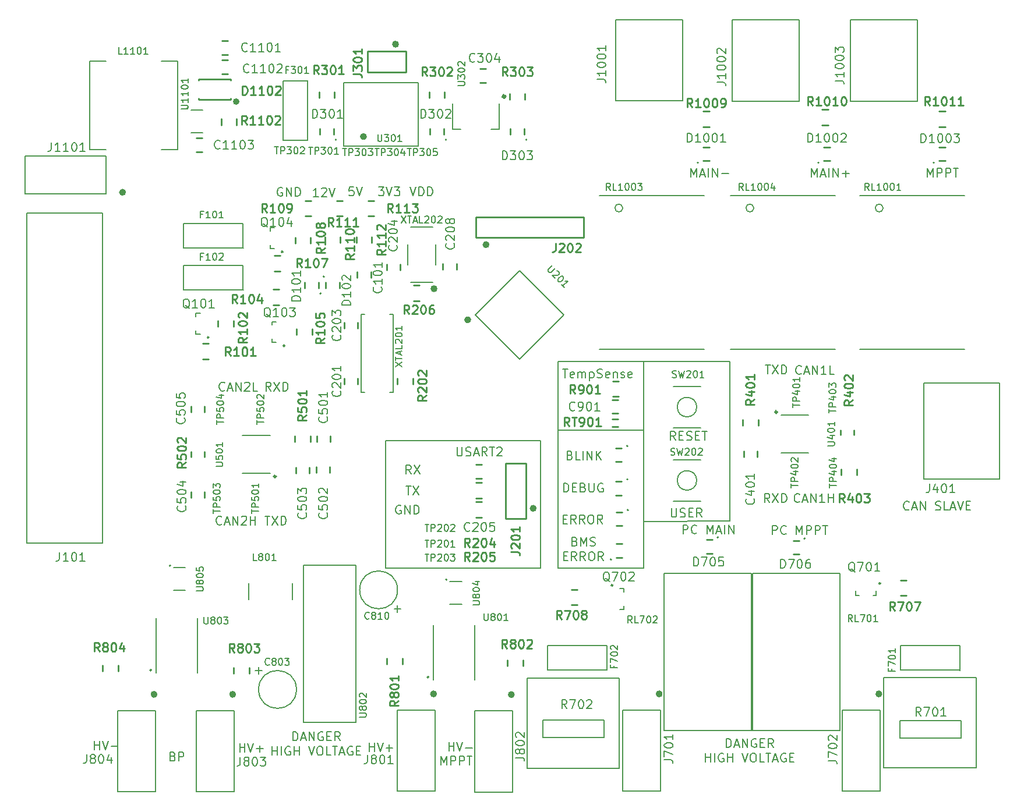
<source format=gto>
G04 #@! TF.FileFunction,Legend,Top*
%FSLAX46Y46*%
G04 Gerber Fmt 4.6, Leading zero omitted, Abs format (unit mm)*
G04 Created by KiCad (PCBNEW 4.0.6) date 07/03/17 14:26:51*
%MOMM*%
%LPD*%
G01*
G04 APERTURE LIST*
%ADD10C,0.100000*%
%ADD11C,0.200000*%
%ADD12C,0.203200*%
%ADD13C,0.508000*%
%ADD14C,0.150000*%
%ADD15C,0.254000*%
%ADD16C,0.250000*%
%ADD17C,0.500000*%
%ADD18C,0.300000*%
%ADD19C,0.177800*%
G04 APERTURE END LIST*
D10*
D11*
X142500000Y-79000000D02*
X120000000Y-79000000D01*
X170000000Y-90700000D02*
X157500000Y-90750000D01*
X170000000Y-67500000D02*
X170000000Y-90700000D01*
X157500000Y-67500000D02*
X170000000Y-67500000D01*
X145000000Y-97500000D02*
X145000000Y-77500000D01*
X157500000Y-97500000D02*
X145000000Y-97500000D01*
X157500000Y-77500000D02*
X157500000Y-97500000D01*
X145000000Y-77500000D02*
X157500000Y-77500000D01*
X145000000Y-67500000D02*
X145000000Y-77500000D01*
X157500000Y-67500000D02*
X145000000Y-67500000D01*
X157500000Y-77500000D02*
X157500000Y-67500000D01*
X120000000Y-97500000D02*
X120000000Y-79000000D01*
X142500000Y-97500000D02*
X120000000Y-97500000D01*
X142500000Y-79000000D02*
X142500000Y-97500000D01*
D12*
X196069858Y-88972571D02*
X196009382Y-89033048D01*
X195827953Y-89093524D01*
X195707001Y-89093524D01*
X195525573Y-89033048D01*
X195404620Y-88912095D01*
X195344144Y-88791143D01*
X195283668Y-88549238D01*
X195283668Y-88367810D01*
X195344144Y-88125905D01*
X195404620Y-88004952D01*
X195525573Y-87884000D01*
X195707001Y-87823524D01*
X195827953Y-87823524D01*
X196009382Y-87884000D01*
X196069858Y-87944476D01*
X196553668Y-88730667D02*
X197158430Y-88730667D01*
X196432715Y-89093524D02*
X196856049Y-87823524D01*
X197279382Y-89093524D01*
X197702715Y-89093524D02*
X197702715Y-87823524D01*
X198428429Y-89093524D01*
X198428429Y-87823524D01*
X199940334Y-89033048D02*
X200121762Y-89093524D01*
X200424143Y-89093524D01*
X200545096Y-89033048D01*
X200605572Y-88972571D01*
X200666048Y-88851619D01*
X200666048Y-88730667D01*
X200605572Y-88609714D01*
X200545096Y-88549238D01*
X200424143Y-88488762D01*
X200182239Y-88428286D01*
X200061286Y-88367810D01*
X200000810Y-88307333D01*
X199940334Y-88186381D01*
X199940334Y-88065429D01*
X200000810Y-87944476D01*
X200061286Y-87884000D01*
X200182239Y-87823524D01*
X200484619Y-87823524D01*
X200666048Y-87884000D01*
X201815096Y-89093524D02*
X201210334Y-89093524D01*
X201210334Y-87823524D01*
X202177953Y-88730667D02*
X202782715Y-88730667D01*
X202057000Y-89093524D02*
X202480334Y-87823524D01*
X202903667Y-89093524D01*
X203145571Y-87823524D02*
X203568905Y-89093524D01*
X203992238Y-87823524D01*
X204415571Y-88428286D02*
X204838904Y-88428286D01*
X205020333Y-89093524D02*
X204415571Y-89093524D01*
X204415571Y-87823524D01*
X205020333Y-87823524D01*
X118950620Y-42103524D02*
X119736810Y-42103524D01*
X119313477Y-42587333D01*
X119494905Y-42587333D01*
X119615858Y-42647810D01*
X119676334Y-42708286D01*
X119736810Y-42829238D01*
X119736810Y-43131619D01*
X119676334Y-43252571D01*
X119615858Y-43313048D01*
X119494905Y-43373524D01*
X119132048Y-43373524D01*
X119011096Y-43313048D01*
X118950620Y-43252571D01*
X120099667Y-42103524D02*
X120523001Y-43373524D01*
X120946334Y-42103524D01*
X121248715Y-42103524D02*
X122034905Y-42103524D01*
X121611572Y-42587333D01*
X121793000Y-42587333D01*
X121913953Y-42647810D01*
X121974429Y-42708286D01*
X122034905Y-42829238D01*
X122034905Y-43131619D01*
X121974429Y-43252571D01*
X121913953Y-43313048D01*
X121793000Y-43373524D01*
X121430143Y-43373524D01*
X121309191Y-43313048D01*
X121248715Y-43252571D01*
D11*
X140512800Y-126644400D02*
X140512800Y-113538000D01*
X140512800Y-126644400D02*
X153924000Y-126644400D01*
X153924000Y-113538000D02*
X140512800Y-113538000D01*
X153924000Y-113538000D02*
X153924000Y-126644400D01*
X192379600Y-126542800D02*
X205790800Y-126542800D01*
X192379600Y-126542800D02*
X192379600Y-113436400D01*
X205790800Y-113436400D02*
X192379600Y-113436400D01*
X205790800Y-113436400D02*
X205790800Y-126542800D01*
D12*
X176193148Y-92624124D02*
X176193148Y-91354124D01*
X176676957Y-91354124D01*
X176797910Y-91414600D01*
X176858386Y-91475076D01*
X176918862Y-91596029D01*
X176918862Y-91777457D01*
X176858386Y-91898410D01*
X176797910Y-91958886D01*
X176676957Y-92019362D01*
X176193148Y-92019362D01*
X178188862Y-92503171D02*
X178128386Y-92563648D01*
X177946957Y-92624124D01*
X177826005Y-92624124D01*
X177644577Y-92563648D01*
X177523624Y-92442695D01*
X177463148Y-92321743D01*
X177402672Y-92079838D01*
X177402672Y-91898410D01*
X177463148Y-91656505D01*
X177523624Y-91535552D01*
X177644577Y-91414600D01*
X177826005Y-91354124D01*
X177946957Y-91354124D01*
X178128386Y-91414600D01*
X178188862Y-91475076D01*
X179700767Y-92624124D02*
X179700767Y-91354124D01*
X180124100Y-92261267D01*
X180547434Y-91354124D01*
X180547434Y-92624124D01*
X181152196Y-92624124D02*
X181152196Y-91354124D01*
X181636005Y-91354124D01*
X181756958Y-91414600D01*
X181817434Y-91475076D01*
X181877910Y-91596029D01*
X181877910Y-91777457D01*
X181817434Y-91898410D01*
X181756958Y-91958886D01*
X181636005Y-92019362D01*
X181152196Y-92019362D01*
X182422196Y-92624124D02*
X182422196Y-91354124D01*
X182906005Y-91354124D01*
X183026958Y-91414600D01*
X183087434Y-91475076D01*
X183147910Y-91596029D01*
X183147910Y-91777457D01*
X183087434Y-91898410D01*
X183026958Y-91958886D01*
X182906005Y-92019362D01*
X182422196Y-92019362D01*
X183510767Y-91354124D02*
X184236482Y-91354124D01*
X183873625Y-92624124D02*
X183873625Y-91354124D01*
X163196573Y-92535224D02*
X163196573Y-91265224D01*
X163680382Y-91265224D01*
X163801335Y-91325700D01*
X163861811Y-91386176D01*
X163922287Y-91507129D01*
X163922287Y-91688557D01*
X163861811Y-91809510D01*
X163801335Y-91869986D01*
X163680382Y-91930462D01*
X163196573Y-91930462D01*
X165192287Y-92414271D02*
X165131811Y-92474748D01*
X164950382Y-92535224D01*
X164829430Y-92535224D01*
X164648002Y-92474748D01*
X164527049Y-92353795D01*
X164466573Y-92232843D01*
X164406097Y-91990938D01*
X164406097Y-91809510D01*
X164466573Y-91567605D01*
X164527049Y-91446652D01*
X164648002Y-91325700D01*
X164829430Y-91265224D01*
X164950382Y-91265224D01*
X165131811Y-91325700D01*
X165192287Y-91386176D01*
X166704192Y-92535224D02*
X166704192Y-91265224D01*
X167127525Y-92172367D01*
X167550859Y-91265224D01*
X167550859Y-92535224D01*
X168095145Y-92172367D02*
X168699907Y-92172367D01*
X167974192Y-92535224D02*
X168397526Y-91265224D01*
X168820859Y-92535224D01*
X169244192Y-92535224D02*
X169244192Y-91265224D01*
X169848954Y-92535224D02*
X169848954Y-91265224D01*
X170574668Y-92535224D01*
X170574668Y-91265224D01*
X147460238Y-93655186D02*
X147641667Y-93715662D01*
X147702143Y-93776138D01*
X147762619Y-93897090D01*
X147762619Y-94078519D01*
X147702143Y-94199471D01*
X147641667Y-94259948D01*
X147520714Y-94320424D01*
X147036905Y-94320424D01*
X147036905Y-93050424D01*
X147460238Y-93050424D01*
X147581191Y-93110900D01*
X147641667Y-93171376D01*
X147702143Y-93292329D01*
X147702143Y-93413281D01*
X147641667Y-93534233D01*
X147581191Y-93594710D01*
X147460238Y-93655186D01*
X147036905Y-93655186D01*
X148306905Y-94320424D02*
X148306905Y-93050424D01*
X148730238Y-93957567D01*
X149153572Y-93050424D01*
X149153572Y-94320424D01*
X149697858Y-94259948D02*
X149879286Y-94320424D01*
X150181667Y-94320424D01*
X150302620Y-94259948D01*
X150363096Y-94199471D01*
X150423572Y-94078519D01*
X150423572Y-93957567D01*
X150363096Y-93836614D01*
X150302620Y-93776138D01*
X150181667Y-93715662D01*
X149939763Y-93655186D01*
X149818810Y-93594710D01*
X149758334Y-93534233D01*
X149697858Y-93413281D01*
X149697858Y-93292329D01*
X149758334Y-93171376D01*
X149818810Y-93110900D01*
X149939763Y-93050424D01*
X150242143Y-93050424D01*
X150423572Y-93110900D01*
X145857619Y-95763386D02*
X146280952Y-95763386D01*
X146462381Y-96428624D02*
X145857619Y-96428624D01*
X145857619Y-95158624D01*
X146462381Y-95158624D01*
X147732381Y-96428624D02*
X147309048Y-95823862D01*
X147006667Y-96428624D02*
X147006667Y-95158624D01*
X147490476Y-95158624D01*
X147611429Y-95219100D01*
X147671905Y-95279576D01*
X147732381Y-95400529D01*
X147732381Y-95581957D01*
X147671905Y-95702910D01*
X147611429Y-95763386D01*
X147490476Y-95823862D01*
X147006667Y-95823862D01*
X149002381Y-96428624D02*
X148579048Y-95823862D01*
X148276667Y-96428624D02*
X148276667Y-95158624D01*
X148760476Y-95158624D01*
X148881429Y-95219100D01*
X148941905Y-95279576D01*
X149002381Y-95400529D01*
X149002381Y-95581957D01*
X148941905Y-95702910D01*
X148881429Y-95763386D01*
X148760476Y-95823862D01*
X148276667Y-95823862D01*
X149788572Y-95158624D02*
X150030476Y-95158624D01*
X150151429Y-95219100D01*
X150272381Y-95340052D01*
X150332857Y-95581957D01*
X150332857Y-96005290D01*
X150272381Y-96247195D01*
X150151429Y-96368148D01*
X150030476Y-96428624D01*
X149788572Y-96428624D01*
X149667619Y-96368148D01*
X149546667Y-96247195D01*
X149486191Y-96005290D01*
X149486191Y-95581957D01*
X149546667Y-95340052D01*
X149667619Y-95219100D01*
X149788572Y-95158624D01*
X151602857Y-96428624D02*
X151179524Y-95823862D01*
X150877143Y-96428624D02*
X150877143Y-95158624D01*
X151360952Y-95158624D01*
X151481905Y-95219100D01*
X151542381Y-95279576D01*
X151602857Y-95400529D01*
X151602857Y-95581957D01*
X151542381Y-95702910D01*
X151481905Y-95763386D01*
X151360952Y-95823862D01*
X150877143Y-95823862D01*
X89055714Y-124929286D02*
X89237143Y-124989762D01*
X89297619Y-125050238D01*
X89358095Y-125171190D01*
X89358095Y-125352619D01*
X89297619Y-125473571D01*
X89237143Y-125534048D01*
X89116190Y-125594524D01*
X88632381Y-125594524D01*
X88632381Y-124324524D01*
X89055714Y-124324524D01*
X89176667Y-124385000D01*
X89237143Y-124445476D01*
X89297619Y-124566429D01*
X89297619Y-124687381D01*
X89237143Y-124808333D01*
X89176667Y-124868810D01*
X89055714Y-124929286D01*
X88632381Y-124929286D01*
X89902381Y-125594524D02*
X89902381Y-124324524D01*
X90386190Y-124324524D01*
X90507143Y-124385000D01*
X90567619Y-124445476D01*
X90628095Y-124566429D01*
X90628095Y-124747857D01*
X90567619Y-124868810D01*
X90507143Y-124929286D01*
X90386190Y-124989762D01*
X89902381Y-124989762D01*
X77656667Y-123934524D02*
X77656667Y-122664524D01*
X77656667Y-123269286D02*
X78382381Y-123269286D01*
X78382381Y-123934524D02*
X78382381Y-122664524D01*
X78805714Y-122664524D02*
X79229048Y-123934524D01*
X79652381Y-122664524D01*
X80075714Y-123450714D02*
X81043333Y-123450714D01*
X98776667Y-124294524D02*
X98776667Y-123024524D01*
X98776667Y-123629286D02*
X99502381Y-123629286D01*
X99502381Y-124294524D02*
X99502381Y-123024524D01*
X99925714Y-123024524D02*
X100349048Y-124294524D01*
X100772381Y-123024524D01*
X101195714Y-123810714D02*
X102163333Y-123810714D01*
X101679523Y-124294524D02*
X101679523Y-123326905D01*
X169485734Y-123624824D02*
X169485734Y-122354824D01*
X169788115Y-122354824D01*
X169969543Y-122415300D01*
X170090496Y-122536252D01*
X170150972Y-122657205D01*
X170211448Y-122899110D01*
X170211448Y-123080538D01*
X170150972Y-123322443D01*
X170090496Y-123443395D01*
X169969543Y-123564348D01*
X169788115Y-123624824D01*
X169485734Y-123624824D01*
X170695258Y-123261967D02*
X171300020Y-123261967D01*
X170574305Y-123624824D02*
X170997639Y-122354824D01*
X171420972Y-123624824D01*
X171844305Y-123624824D02*
X171844305Y-122354824D01*
X172570019Y-123624824D01*
X172570019Y-122354824D01*
X173840019Y-122415300D02*
X173719067Y-122354824D01*
X173537638Y-122354824D01*
X173356210Y-122415300D01*
X173235257Y-122536252D01*
X173174781Y-122657205D01*
X173114305Y-122899110D01*
X173114305Y-123080538D01*
X173174781Y-123322443D01*
X173235257Y-123443395D01*
X173356210Y-123564348D01*
X173537638Y-123624824D01*
X173658590Y-123624824D01*
X173840019Y-123564348D01*
X173900495Y-123503871D01*
X173900495Y-123080538D01*
X173658590Y-123080538D01*
X174444781Y-122959586D02*
X174868114Y-122959586D01*
X175049543Y-123624824D02*
X174444781Y-123624824D01*
X174444781Y-122354824D01*
X175049543Y-122354824D01*
X176319543Y-123624824D02*
X175896210Y-123020062D01*
X175593829Y-123624824D02*
X175593829Y-122354824D01*
X176077638Y-122354824D01*
X176198591Y-122415300D01*
X176259067Y-122475776D01*
X176319543Y-122596729D01*
X176319543Y-122778157D01*
X176259067Y-122899110D01*
X176198591Y-122959586D01*
X176077638Y-123020062D01*
X175593829Y-123020062D01*
X166461925Y-125733024D02*
X166461925Y-124463024D01*
X166461925Y-125067786D02*
X167187639Y-125067786D01*
X167187639Y-125733024D02*
X167187639Y-124463024D01*
X167792401Y-125733024D02*
X167792401Y-124463024D01*
X169062401Y-124523500D02*
X168941449Y-124463024D01*
X168760020Y-124463024D01*
X168578592Y-124523500D01*
X168457639Y-124644452D01*
X168397163Y-124765405D01*
X168336687Y-125007310D01*
X168336687Y-125188738D01*
X168397163Y-125430643D01*
X168457639Y-125551595D01*
X168578592Y-125672548D01*
X168760020Y-125733024D01*
X168880972Y-125733024D01*
X169062401Y-125672548D01*
X169122877Y-125612071D01*
X169122877Y-125188738D01*
X168880972Y-125188738D01*
X169667163Y-125733024D02*
X169667163Y-124463024D01*
X169667163Y-125067786D02*
X170392877Y-125067786D01*
X170392877Y-125733024D02*
X170392877Y-124463024D01*
X171783829Y-124463024D02*
X172207163Y-125733024D01*
X172630496Y-124463024D01*
X173295734Y-124463024D02*
X173537638Y-124463024D01*
X173658591Y-124523500D01*
X173779543Y-124644452D01*
X173840019Y-124886357D01*
X173840019Y-125309690D01*
X173779543Y-125551595D01*
X173658591Y-125672548D01*
X173537638Y-125733024D01*
X173295734Y-125733024D01*
X173174781Y-125672548D01*
X173053829Y-125551595D01*
X172993353Y-125309690D01*
X172993353Y-124886357D01*
X173053829Y-124644452D01*
X173174781Y-124523500D01*
X173295734Y-124463024D01*
X174989067Y-125733024D02*
X174384305Y-125733024D01*
X174384305Y-124463024D01*
X175230971Y-124463024D02*
X175956686Y-124463024D01*
X175593829Y-125733024D02*
X175593829Y-124463024D01*
X176319543Y-125370167D02*
X176924305Y-125370167D01*
X176198590Y-125733024D02*
X176621924Y-124463024D01*
X177045257Y-125733024D01*
X178133828Y-124523500D02*
X178012876Y-124463024D01*
X177831447Y-124463024D01*
X177650019Y-124523500D01*
X177529066Y-124644452D01*
X177468590Y-124765405D01*
X177408114Y-125007310D01*
X177408114Y-125188738D01*
X177468590Y-125430643D01*
X177529066Y-125551595D01*
X177650019Y-125672548D01*
X177831447Y-125733024D01*
X177952399Y-125733024D01*
X178133828Y-125672548D01*
X178194304Y-125612071D01*
X178194304Y-125188738D01*
X177952399Y-125188738D01*
X178738590Y-125067786D02*
X179161923Y-125067786D01*
X179343352Y-125733024D02*
X178738590Y-125733024D01*
X178738590Y-124463024D01*
X179343352Y-124463024D01*
X106503334Y-122640424D02*
X106503334Y-121370424D01*
X106805715Y-121370424D01*
X106987143Y-121430900D01*
X107108096Y-121551852D01*
X107168572Y-121672805D01*
X107229048Y-121914710D01*
X107229048Y-122096138D01*
X107168572Y-122338043D01*
X107108096Y-122458995D01*
X106987143Y-122579948D01*
X106805715Y-122640424D01*
X106503334Y-122640424D01*
X107712858Y-122277567D02*
X108317620Y-122277567D01*
X107591905Y-122640424D02*
X108015239Y-121370424D01*
X108438572Y-122640424D01*
X108861905Y-122640424D02*
X108861905Y-121370424D01*
X109587619Y-122640424D01*
X109587619Y-121370424D01*
X110857619Y-121430900D02*
X110736667Y-121370424D01*
X110555238Y-121370424D01*
X110373810Y-121430900D01*
X110252857Y-121551852D01*
X110192381Y-121672805D01*
X110131905Y-121914710D01*
X110131905Y-122096138D01*
X110192381Y-122338043D01*
X110252857Y-122458995D01*
X110373810Y-122579948D01*
X110555238Y-122640424D01*
X110676190Y-122640424D01*
X110857619Y-122579948D01*
X110918095Y-122519471D01*
X110918095Y-122096138D01*
X110676190Y-122096138D01*
X111462381Y-121975186D02*
X111885714Y-121975186D01*
X112067143Y-122640424D02*
X111462381Y-122640424D01*
X111462381Y-121370424D01*
X112067143Y-121370424D01*
X113337143Y-122640424D02*
X112913810Y-122035662D01*
X112611429Y-122640424D02*
X112611429Y-121370424D01*
X113095238Y-121370424D01*
X113216191Y-121430900D01*
X113276667Y-121491376D01*
X113337143Y-121612329D01*
X113337143Y-121793757D01*
X113276667Y-121914710D01*
X113216191Y-121975186D01*
X113095238Y-122035662D01*
X112611429Y-122035662D01*
X103479525Y-124748624D02*
X103479525Y-123478624D01*
X103479525Y-124083386D02*
X104205239Y-124083386D01*
X104205239Y-124748624D02*
X104205239Y-123478624D01*
X104810001Y-124748624D02*
X104810001Y-123478624D01*
X106080001Y-123539100D02*
X105959049Y-123478624D01*
X105777620Y-123478624D01*
X105596192Y-123539100D01*
X105475239Y-123660052D01*
X105414763Y-123781005D01*
X105354287Y-124022910D01*
X105354287Y-124204338D01*
X105414763Y-124446243D01*
X105475239Y-124567195D01*
X105596192Y-124688148D01*
X105777620Y-124748624D01*
X105898572Y-124748624D01*
X106080001Y-124688148D01*
X106140477Y-124627671D01*
X106140477Y-124204338D01*
X105898572Y-124204338D01*
X106684763Y-124748624D02*
X106684763Y-123478624D01*
X106684763Y-124083386D02*
X107410477Y-124083386D01*
X107410477Y-124748624D02*
X107410477Y-123478624D01*
X108801429Y-123478624D02*
X109224763Y-124748624D01*
X109648096Y-123478624D01*
X110313334Y-123478624D02*
X110555238Y-123478624D01*
X110676191Y-123539100D01*
X110797143Y-123660052D01*
X110857619Y-123901957D01*
X110857619Y-124325290D01*
X110797143Y-124567195D01*
X110676191Y-124688148D01*
X110555238Y-124748624D01*
X110313334Y-124748624D01*
X110192381Y-124688148D01*
X110071429Y-124567195D01*
X110010953Y-124325290D01*
X110010953Y-123901957D01*
X110071429Y-123660052D01*
X110192381Y-123539100D01*
X110313334Y-123478624D01*
X112006667Y-124748624D02*
X111401905Y-124748624D01*
X111401905Y-123478624D01*
X112248571Y-123478624D02*
X112974286Y-123478624D01*
X112611429Y-124748624D02*
X112611429Y-123478624D01*
X113337143Y-124385767D02*
X113941905Y-124385767D01*
X113216190Y-124748624D02*
X113639524Y-123478624D01*
X114062857Y-124748624D01*
X115151428Y-123539100D02*
X115030476Y-123478624D01*
X114849047Y-123478624D01*
X114667619Y-123539100D01*
X114546666Y-123660052D01*
X114486190Y-123781005D01*
X114425714Y-124022910D01*
X114425714Y-124204338D01*
X114486190Y-124446243D01*
X114546666Y-124567195D01*
X114667619Y-124688148D01*
X114849047Y-124748624D01*
X114969999Y-124748624D01*
X115151428Y-124688148D01*
X115211904Y-124627671D01*
X115211904Y-124204338D01*
X114969999Y-124204338D01*
X115756190Y-124083386D02*
X116179523Y-124083386D01*
X116360952Y-124748624D02*
X115756190Y-124748624D01*
X115756190Y-123478624D01*
X116360952Y-123478624D01*
X129166667Y-124154524D02*
X129166667Y-122884524D01*
X129166667Y-123489286D02*
X129892381Y-123489286D01*
X129892381Y-124154524D02*
X129892381Y-122884524D01*
X130315714Y-122884524D02*
X130739048Y-124154524D01*
X131162381Y-122884524D01*
X131585714Y-123670714D02*
X132553333Y-123670714D01*
X117616667Y-124174524D02*
X117616667Y-122904524D01*
X117616667Y-123509286D02*
X118342381Y-123509286D01*
X118342381Y-124174524D02*
X118342381Y-122904524D01*
X118765714Y-122904524D02*
X119189048Y-124174524D01*
X119612381Y-122904524D01*
X120035714Y-123690714D02*
X121003333Y-123690714D01*
X120519523Y-124174524D02*
X120519523Y-123206905D01*
X102417381Y-89984524D02*
X103143096Y-89984524D01*
X102780239Y-91254524D02*
X102780239Y-89984524D01*
X103445477Y-89984524D02*
X104292143Y-91254524D01*
X104292143Y-89984524D02*
X103445477Y-91254524D01*
X104775953Y-91254524D02*
X104775953Y-89984524D01*
X105078334Y-89984524D01*
X105259762Y-90045000D01*
X105380715Y-90165952D01*
X105441191Y-90286905D01*
X105501667Y-90528810D01*
X105501667Y-90710238D01*
X105441191Y-90952143D01*
X105380715Y-91073095D01*
X105259762Y-91194048D01*
X105078334Y-91254524D01*
X104775953Y-91254524D01*
X96133572Y-91133571D02*
X96073096Y-91194048D01*
X95891667Y-91254524D01*
X95770715Y-91254524D01*
X95589287Y-91194048D01*
X95468334Y-91073095D01*
X95407858Y-90952143D01*
X95347382Y-90710238D01*
X95347382Y-90528810D01*
X95407858Y-90286905D01*
X95468334Y-90165952D01*
X95589287Y-90045000D01*
X95770715Y-89984524D01*
X95891667Y-89984524D01*
X96073096Y-90045000D01*
X96133572Y-90105476D01*
X96617382Y-90891667D02*
X97222144Y-90891667D01*
X96496429Y-91254524D02*
X96919763Y-89984524D01*
X97343096Y-91254524D01*
X97766429Y-91254524D02*
X97766429Y-89984524D01*
X98492143Y-91254524D01*
X98492143Y-89984524D01*
X99036429Y-90105476D02*
X99096905Y-90045000D01*
X99217857Y-89984524D01*
X99520238Y-89984524D01*
X99641191Y-90045000D01*
X99701667Y-90105476D01*
X99762143Y-90226429D01*
X99762143Y-90347381D01*
X99701667Y-90528810D01*
X98975953Y-91254524D01*
X99762143Y-91254524D01*
X100306429Y-91254524D02*
X100306429Y-89984524D01*
X100306429Y-90589286D02*
X101032143Y-90589286D01*
X101032143Y-91254524D02*
X101032143Y-89984524D01*
X103303333Y-71764524D02*
X102880000Y-71159762D01*
X102577619Y-71764524D02*
X102577619Y-70494524D01*
X103061428Y-70494524D01*
X103182381Y-70555000D01*
X103242857Y-70615476D01*
X103303333Y-70736429D01*
X103303333Y-70917857D01*
X103242857Y-71038810D01*
X103182381Y-71099286D01*
X103061428Y-71159762D01*
X102577619Y-71159762D01*
X103726667Y-70494524D02*
X104573333Y-71764524D01*
X104573333Y-70494524D02*
X103726667Y-71764524D01*
X105057143Y-71764524D02*
X105057143Y-70494524D01*
X105359524Y-70494524D01*
X105540952Y-70555000D01*
X105661905Y-70675952D01*
X105722381Y-70796905D01*
X105782857Y-71038810D01*
X105782857Y-71220238D01*
X105722381Y-71462143D01*
X105661905Y-71583095D01*
X105540952Y-71704048D01*
X105359524Y-71764524D01*
X105057143Y-71764524D01*
X96584762Y-71643571D02*
X96524286Y-71704048D01*
X96342857Y-71764524D01*
X96221905Y-71764524D01*
X96040477Y-71704048D01*
X95919524Y-71583095D01*
X95859048Y-71462143D01*
X95798572Y-71220238D01*
X95798572Y-71038810D01*
X95859048Y-70796905D01*
X95919524Y-70675952D01*
X96040477Y-70555000D01*
X96221905Y-70494524D01*
X96342857Y-70494524D01*
X96524286Y-70555000D01*
X96584762Y-70615476D01*
X97068572Y-71401667D02*
X97673334Y-71401667D01*
X96947619Y-71764524D02*
X97370953Y-70494524D01*
X97794286Y-71764524D01*
X98217619Y-71764524D02*
X98217619Y-70494524D01*
X98943333Y-71764524D01*
X98943333Y-70494524D01*
X99487619Y-70615476D02*
X99548095Y-70555000D01*
X99669047Y-70494524D01*
X99971428Y-70494524D01*
X100092381Y-70555000D01*
X100152857Y-70615476D01*
X100213333Y-70736429D01*
X100213333Y-70857381D01*
X100152857Y-71038810D01*
X99427143Y-71764524D01*
X100213333Y-71764524D01*
X101362381Y-71764524D02*
X100757619Y-71764524D01*
X100757619Y-70494524D01*
X127997857Y-126174524D02*
X127997857Y-124904524D01*
X128421190Y-125811667D01*
X128844524Y-124904524D01*
X128844524Y-126174524D01*
X129449286Y-126174524D02*
X129449286Y-124904524D01*
X129933095Y-124904524D01*
X130054048Y-124965000D01*
X130114524Y-125025476D01*
X130175000Y-125146429D01*
X130175000Y-125327857D01*
X130114524Y-125448810D01*
X130054048Y-125509286D01*
X129933095Y-125569762D01*
X129449286Y-125569762D01*
X130719286Y-126174524D02*
X130719286Y-124904524D01*
X131203095Y-124904524D01*
X131324048Y-124965000D01*
X131384524Y-125025476D01*
X131445000Y-125146429D01*
X131445000Y-125327857D01*
X131384524Y-125448810D01*
X131324048Y-125509286D01*
X131203095Y-125569762D01*
X130719286Y-125569762D01*
X131807857Y-124904524D02*
X132533572Y-124904524D01*
X132170715Y-126174524D02*
X132170715Y-124904524D01*
X145714962Y-68595724D02*
X146440677Y-68595724D01*
X146077820Y-69865724D02*
X146077820Y-68595724D01*
X147347819Y-69805248D02*
X147226867Y-69865724D01*
X146984962Y-69865724D01*
X146864010Y-69805248D01*
X146803534Y-69684295D01*
X146803534Y-69200486D01*
X146864010Y-69079533D01*
X146984962Y-69019057D01*
X147226867Y-69019057D01*
X147347819Y-69079533D01*
X147408296Y-69200486D01*
X147408296Y-69321438D01*
X146803534Y-69442390D01*
X147952581Y-69865724D02*
X147952581Y-69019057D01*
X147952581Y-69140010D02*
X148013057Y-69079533D01*
X148134010Y-69019057D01*
X148315438Y-69019057D01*
X148436390Y-69079533D01*
X148496867Y-69200486D01*
X148496867Y-69865724D01*
X148496867Y-69200486D02*
X148557343Y-69079533D01*
X148678295Y-69019057D01*
X148859724Y-69019057D01*
X148980676Y-69079533D01*
X149041152Y-69200486D01*
X149041152Y-69865724D01*
X149645914Y-69019057D02*
X149645914Y-70289057D01*
X149645914Y-69079533D02*
X149766866Y-69019057D01*
X150008771Y-69019057D01*
X150129723Y-69079533D01*
X150190200Y-69140010D01*
X150250676Y-69260962D01*
X150250676Y-69623819D01*
X150190200Y-69744771D01*
X150129723Y-69805248D01*
X150008771Y-69865724D01*
X149766866Y-69865724D01*
X149645914Y-69805248D01*
X150734486Y-69805248D02*
X150915914Y-69865724D01*
X151218295Y-69865724D01*
X151339248Y-69805248D01*
X151399724Y-69744771D01*
X151460200Y-69623819D01*
X151460200Y-69502867D01*
X151399724Y-69381914D01*
X151339248Y-69321438D01*
X151218295Y-69260962D01*
X150976391Y-69200486D01*
X150855438Y-69140010D01*
X150794962Y-69079533D01*
X150734486Y-68958581D01*
X150734486Y-68837629D01*
X150794962Y-68716676D01*
X150855438Y-68656200D01*
X150976391Y-68595724D01*
X151278771Y-68595724D01*
X151460200Y-68656200D01*
X152488295Y-69805248D02*
X152367343Y-69865724D01*
X152125438Y-69865724D01*
X152004486Y-69805248D01*
X151944010Y-69684295D01*
X151944010Y-69200486D01*
X152004486Y-69079533D01*
X152125438Y-69019057D01*
X152367343Y-69019057D01*
X152488295Y-69079533D01*
X152548772Y-69200486D01*
X152548772Y-69321438D01*
X151944010Y-69442390D01*
X153093057Y-69019057D02*
X153093057Y-69865724D01*
X153093057Y-69140010D02*
X153153533Y-69079533D01*
X153274486Y-69019057D01*
X153455914Y-69019057D01*
X153576866Y-69079533D01*
X153637343Y-69200486D01*
X153637343Y-69865724D01*
X154181629Y-69805248D02*
X154302581Y-69865724D01*
X154544486Y-69865724D01*
X154665438Y-69805248D01*
X154725914Y-69684295D01*
X154725914Y-69623819D01*
X154665438Y-69502867D01*
X154544486Y-69442390D01*
X154363057Y-69442390D01*
X154242105Y-69381914D01*
X154181629Y-69260962D01*
X154181629Y-69200486D01*
X154242105Y-69079533D01*
X154363057Y-69019057D01*
X154544486Y-69019057D01*
X154665438Y-69079533D01*
X155754009Y-69805248D02*
X155633057Y-69865724D01*
X155391152Y-69865724D01*
X155270200Y-69805248D01*
X155209724Y-69684295D01*
X155209724Y-69200486D01*
X155270200Y-69079533D01*
X155391152Y-69019057D01*
X155633057Y-69019057D01*
X155754009Y-69079533D01*
X155814486Y-69200486D01*
X155814486Y-69321438D01*
X155209724Y-69442390D01*
X198686057Y-40655724D02*
X198686057Y-39385724D01*
X199109390Y-40292867D01*
X199532724Y-39385724D01*
X199532724Y-40655724D01*
X200137486Y-40655724D02*
X200137486Y-39385724D01*
X200621295Y-39385724D01*
X200742248Y-39446200D01*
X200802724Y-39506676D01*
X200863200Y-39627629D01*
X200863200Y-39809057D01*
X200802724Y-39930010D01*
X200742248Y-39990486D01*
X200621295Y-40050962D01*
X200137486Y-40050962D01*
X201407486Y-40655724D02*
X201407486Y-39385724D01*
X201891295Y-39385724D01*
X202012248Y-39446200D01*
X202072724Y-39506676D01*
X202133200Y-39627629D01*
X202133200Y-39809057D01*
X202072724Y-39930010D01*
X202012248Y-39990486D01*
X201891295Y-40050962D01*
X201407486Y-40050962D01*
X202496057Y-39385724D02*
X203221772Y-39385724D01*
X202858915Y-40655724D02*
X202858915Y-39385724D01*
X164359772Y-40655724D02*
X164359772Y-39385724D01*
X164783105Y-40292867D01*
X165206439Y-39385724D01*
X165206439Y-40655724D01*
X165750725Y-40292867D02*
X166355487Y-40292867D01*
X165629772Y-40655724D02*
X166053106Y-39385724D01*
X166476439Y-40655724D01*
X166899772Y-40655724D02*
X166899772Y-39385724D01*
X167504534Y-40655724D02*
X167504534Y-39385724D01*
X168230248Y-40655724D01*
X168230248Y-39385724D01*
X168835010Y-40171914D02*
X169802629Y-40171914D01*
X181885772Y-40655724D02*
X181885772Y-39385724D01*
X182309105Y-40292867D01*
X182732439Y-39385724D01*
X182732439Y-40655724D01*
X183276725Y-40292867D02*
X183881487Y-40292867D01*
X183155772Y-40655724D02*
X183579106Y-39385724D01*
X184002439Y-40655724D01*
X184425772Y-40655724D02*
X184425772Y-39385724D01*
X185030534Y-40655724D02*
X185030534Y-39385724D01*
X185756248Y-40655724D01*
X185756248Y-39385724D01*
X186361010Y-40171914D02*
X187328629Y-40171914D01*
X186844819Y-40655724D02*
X186844819Y-39688105D01*
X123528667Y-42103524D02*
X123952001Y-43373524D01*
X124375334Y-42103524D01*
X124798667Y-43373524D02*
X124798667Y-42103524D01*
X125101048Y-42103524D01*
X125282476Y-42164000D01*
X125403429Y-42284952D01*
X125463905Y-42405905D01*
X125524381Y-42647810D01*
X125524381Y-42829238D01*
X125463905Y-43071143D01*
X125403429Y-43192095D01*
X125282476Y-43313048D01*
X125101048Y-43373524D01*
X124798667Y-43373524D01*
X126068667Y-43373524D02*
X126068667Y-42103524D01*
X126371048Y-42103524D01*
X126552476Y-42164000D01*
X126673429Y-42284952D01*
X126733905Y-42405905D01*
X126794381Y-42647810D01*
X126794381Y-42829238D01*
X126733905Y-43071143D01*
X126673429Y-43192095D01*
X126552476Y-43313048D01*
X126371048Y-43373524D01*
X126068667Y-43373524D01*
X115328096Y-42103524D02*
X114723334Y-42103524D01*
X114662858Y-42708286D01*
X114723334Y-42647810D01*
X114844286Y-42587333D01*
X115146667Y-42587333D01*
X115267620Y-42647810D01*
X115328096Y-42708286D01*
X115388572Y-42829238D01*
X115388572Y-43131619D01*
X115328096Y-43252571D01*
X115267620Y-43313048D01*
X115146667Y-43373524D01*
X114844286Y-43373524D01*
X114723334Y-43313048D01*
X114662858Y-43252571D01*
X115751429Y-42103524D02*
X116174763Y-43373524D01*
X116598096Y-42103524D01*
X110211810Y-43500524D02*
X109486096Y-43500524D01*
X109848953Y-43500524D02*
X109848953Y-42230524D01*
X109728001Y-42411952D01*
X109607048Y-42532905D01*
X109486096Y-42593381D01*
X110695620Y-42351476D02*
X110756096Y-42291000D01*
X110877048Y-42230524D01*
X111179429Y-42230524D01*
X111300382Y-42291000D01*
X111360858Y-42351476D01*
X111421334Y-42472429D01*
X111421334Y-42593381D01*
X111360858Y-42774810D01*
X110635144Y-43500524D01*
X111421334Y-43500524D01*
X111784191Y-42230524D02*
X112207525Y-43500524D01*
X112630858Y-42230524D01*
X104950381Y-42240200D02*
X104829429Y-42179724D01*
X104648000Y-42179724D01*
X104466572Y-42240200D01*
X104345619Y-42361152D01*
X104285143Y-42482105D01*
X104224667Y-42724010D01*
X104224667Y-42905438D01*
X104285143Y-43147343D01*
X104345619Y-43268295D01*
X104466572Y-43389248D01*
X104648000Y-43449724D01*
X104768952Y-43449724D01*
X104950381Y-43389248D01*
X105010857Y-43328771D01*
X105010857Y-42905438D01*
X104768952Y-42905438D01*
X105555143Y-43449724D02*
X105555143Y-42179724D01*
X106280857Y-43449724D01*
X106280857Y-42179724D01*
X106885619Y-43449724D02*
X106885619Y-42179724D01*
X107188000Y-42179724D01*
X107369428Y-42240200D01*
X107490381Y-42361152D01*
X107550857Y-42482105D01*
X107611333Y-42724010D01*
X107611333Y-42905438D01*
X107550857Y-43147343D01*
X107490381Y-43268295D01*
X107369428Y-43389248D01*
X107188000Y-43449724D01*
X106885619Y-43449724D01*
X180153472Y-87867571D02*
X180092996Y-87928048D01*
X179911567Y-87988524D01*
X179790615Y-87988524D01*
X179609187Y-87928048D01*
X179488234Y-87807095D01*
X179427758Y-87686143D01*
X179367282Y-87444238D01*
X179367282Y-87262810D01*
X179427758Y-87020905D01*
X179488234Y-86899952D01*
X179609187Y-86779000D01*
X179790615Y-86718524D01*
X179911567Y-86718524D01*
X180092996Y-86779000D01*
X180153472Y-86839476D01*
X180637282Y-87625667D02*
X181242044Y-87625667D01*
X180516329Y-87988524D02*
X180939663Y-86718524D01*
X181362996Y-87988524D01*
X181786329Y-87988524D02*
X181786329Y-86718524D01*
X182512043Y-87988524D01*
X182512043Y-86718524D01*
X183782043Y-87988524D02*
X183056329Y-87988524D01*
X183419186Y-87988524D02*
X183419186Y-86718524D01*
X183298234Y-86899952D01*
X183177281Y-87020905D01*
X183056329Y-87081381D01*
X184326329Y-87988524D02*
X184326329Y-86718524D01*
X184326329Y-87323286D02*
X185052043Y-87323286D01*
X185052043Y-87988524D02*
X185052043Y-86718524D01*
X180385962Y-69236771D02*
X180325486Y-69297248D01*
X180144057Y-69357724D01*
X180023105Y-69357724D01*
X179841677Y-69297248D01*
X179720724Y-69176295D01*
X179660248Y-69055343D01*
X179599772Y-68813438D01*
X179599772Y-68632010D01*
X179660248Y-68390105D01*
X179720724Y-68269152D01*
X179841677Y-68148200D01*
X180023105Y-68087724D01*
X180144057Y-68087724D01*
X180325486Y-68148200D01*
X180385962Y-68208676D01*
X180869772Y-68994867D02*
X181474534Y-68994867D01*
X180748819Y-69357724D02*
X181172153Y-68087724D01*
X181595486Y-69357724D01*
X182018819Y-69357724D02*
X182018819Y-68087724D01*
X182744533Y-69357724D01*
X182744533Y-68087724D01*
X184014533Y-69357724D02*
X183288819Y-69357724D01*
X183651676Y-69357724D02*
X183651676Y-68087724D01*
X183530724Y-68269152D01*
X183409771Y-68390105D01*
X183288819Y-68450581D01*
X185163581Y-69357724D02*
X184558819Y-69357724D01*
X184558819Y-68087724D01*
X175172381Y-68029524D02*
X175898096Y-68029524D01*
X175535239Y-69299524D02*
X175535239Y-68029524D01*
X176200477Y-68029524D02*
X177047143Y-69299524D01*
X177047143Y-68029524D02*
X176200477Y-69299524D01*
X177530953Y-69299524D02*
X177530953Y-68029524D01*
X177833334Y-68029524D01*
X178014762Y-68090000D01*
X178135715Y-68210952D01*
X178196191Y-68331905D01*
X178256667Y-68573810D01*
X178256667Y-68755238D01*
X178196191Y-68997143D01*
X178135715Y-69118095D01*
X178014762Y-69239048D01*
X177833334Y-69299524D01*
X177530953Y-69299524D01*
X175805233Y-87988524D02*
X175381900Y-87383762D01*
X175079519Y-87988524D02*
X175079519Y-86718524D01*
X175563328Y-86718524D01*
X175684281Y-86779000D01*
X175744757Y-86839476D01*
X175805233Y-86960429D01*
X175805233Y-87141857D01*
X175744757Y-87262810D01*
X175684281Y-87323286D01*
X175563328Y-87383762D01*
X175079519Y-87383762D01*
X176228567Y-86718524D02*
X177075233Y-87988524D01*
X177075233Y-86718524D02*
X176228567Y-87988524D01*
X177559043Y-87988524D02*
X177559043Y-86718524D01*
X177861424Y-86718524D01*
X178042852Y-86779000D01*
X178163805Y-86899952D01*
X178224281Y-87020905D01*
X178284757Y-87262810D01*
X178284757Y-87444238D01*
X178224281Y-87686143D01*
X178163805Y-87807095D01*
X178042852Y-87928048D01*
X177861424Y-87988524D01*
X177559043Y-87988524D01*
X145757619Y-90403646D02*
X146180952Y-90403646D01*
X146362381Y-91068884D02*
X145757619Y-91068884D01*
X145757619Y-89798884D01*
X146362381Y-89798884D01*
X147632381Y-91068884D02*
X147209048Y-90464122D01*
X146906667Y-91068884D02*
X146906667Y-89798884D01*
X147390476Y-89798884D01*
X147511429Y-89859360D01*
X147571905Y-89919836D01*
X147632381Y-90040789D01*
X147632381Y-90222217D01*
X147571905Y-90343170D01*
X147511429Y-90403646D01*
X147390476Y-90464122D01*
X146906667Y-90464122D01*
X148902381Y-91068884D02*
X148479048Y-90464122D01*
X148176667Y-91068884D02*
X148176667Y-89798884D01*
X148660476Y-89798884D01*
X148781429Y-89859360D01*
X148841905Y-89919836D01*
X148902381Y-90040789D01*
X148902381Y-90222217D01*
X148841905Y-90343170D01*
X148781429Y-90403646D01*
X148660476Y-90464122D01*
X148176667Y-90464122D01*
X149688572Y-89798884D02*
X149930476Y-89798884D01*
X150051429Y-89859360D01*
X150172381Y-89980312D01*
X150232857Y-90222217D01*
X150232857Y-90645550D01*
X150172381Y-90887455D01*
X150051429Y-91008408D01*
X149930476Y-91068884D01*
X149688572Y-91068884D01*
X149567619Y-91008408D01*
X149446667Y-90887455D01*
X149386191Y-90645550D01*
X149386191Y-90222217D01*
X149446667Y-89980312D01*
X149567619Y-89859360D01*
X149688572Y-89798884D01*
X151502857Y-91068884D02*
X151079524Y-90464122D01*
X150777143Y-91068884D02*
X150777143Y-89798884D01*
X151260952Y-89798884D01*
X151381905Y-89859360D01*
X151442381Y-89919836D01*
X151502857Y-90040789D01*
X151502857Y-90222217D01*
X151442381Y-90343170D01*
X151381905Y-90403646D01*
X151260952Y-90464122D01*
X150777143Y-90464122D01*
X145857619Y-86474524D02*
X145857619Y-85204524D01*
X146160000Y-85204524D01*
X146341428Y-85265000D01*
X146462381Y-85385952D01*
X146522857Y-85506905D01*
X146583333Y-85748810D01*
X146583333Y-85930238D01*
X146522857Y-86172143D01*
X146462381Y-86293095D01*
X146341428Y-86414048D01*
X146160000Y-86474524D01*
X145857619Y-86474524D01*
X147127619Y-85809286D02*
X147550952Y-85809286D01*
X147732381Y-86474524D02*
X147127619Y-86474524D01*
X147127619Y-85204524D01*
X147732381Y-85204524D01*
X148700000Y-85809286D02*
X148881429Y-85869762D01*
X148941905Y-85930238D01*
X149002381Y-86051190D01*
X149002381Y-86232619D01*
X148941905Y-86353571D01*
X148881429Y-86414048D01*
X148760476Y-86474524D01*
X148276667Y-86474524D01*
X148276667Y-85204524D01*
X148700000Y-85204524D01*
X148820953Y-85265000D01*
X148881429Y-85325476D01*
X148941905Y-85446429D01*
X148941905Y-85567381D01*
X148881429Y-85688333D01*
X148820953Y-85748810D01*
X148700000Y-85809286D01*
X148276667Y-85809286D01*
X149546667Y-85204524D02*
X149546667Y-86232619D01*
X149607143Y-86353571D01*
X149667619Y-86414048D01*
X149788572Y-86474524D01*
X150030476Y-86474524D01*
X150151429Y-86414048D01*
X150211905Y-86353571D01*
X150272381Y-86232619D01*
X150272381Y-85204524D01*
X151542381Y-85265000D02*
X151421429Y-85204524D01*
X151240000Y-85204524D01*
X151058572Y-85265000D01*
X150937619Y-85385952D01*
X150877143Y-85506905D01*
X150816667Y-85748810D01*
X150816667Y-85930238D01*
X150877143Y-86172143D01*
X150937619Y-86293095D01*
X151058572Y-86414048D01*
X151240000Y-86474524D01*
X151360952Y-86474524D01*
X151542381Y-86414048D01*
X151602857Y-86353571D01*
X151602857Y-85930238D01*
X151360952Y-85930238D01*
X146774048Y-81109286D02*
X146955477Y-81169762D01*
X147015953Y-81230238D01*
X147076429Y-81351190D01*
X147076429Y-81532619D01*
X147015953Y-81653571D01*
X146955477Y-81714048D01*
X146834524Y-81774524D01*
X146350715Y-81774524D01*
X146350715Y-80504524D01*
X146774048Y-80504524D01*
X146895001Y-80565000D01*
X146955477Y-80625476D01*
X147015953Y-80746429D01*
X147015953Y-80867381D01*
X146955477Y-80988333D01*
X146895001Y-81048810D01*
X146774048Y-81109286D01*
X146350715Y-81109286D01*
X148225477Y-81774524D02*
X147620715Y-81774524D01*
X147620715Y-80504524D01*
X148648810Y-81774524D02*
X148648810Y-80504524D01*
X149253572Y-81774524D02*
X149253572Y-80504524D01*
X149979286Y-81774524D01*
X149979286Y-80504524D01*
X150584048Y-81774524D02*
X150584048Y-80504524D01*
X151309762Y-81774524D02*
X150765477Y-81048810D01*
X151309762Y-80504524D02*
X150584048Y-81230238D01*
X130368524Y-79949524D02*
X130368524Y-80977619D01*
X130429000Y-81098571D01*
X130489476Y-81159048D01*
X130610429Y-81219524D01*
X130852333Y-81219524D01*
X130973286Y-81159048D01*
X131033762Y-81098571D01*
X131094238Y-80977619D01*
X131094238Y-79949524D01*
X131638524Y-81159048D02*
X131819952Y-81219524D01*
X132122333Y-81219524D01*
X132243286Y-81159048D01*
X132303762Y-81098571D01*
X132364238Y-80977619D01*
X132364238Y-80856667D01*
X132303762Y-80735714D01*
X132243286Y-80675238D01*
X132122333Y-80614762D01*
X131880429Y-80554286D01*
X131759476Y-80493810D01*
X131699000Y-80433333D01*
X131638524Y-80312381D01*
X131638524Y-80191429D01*
X131699000Y-80070476D01*
X131759476Y-80010000D01*
X131880429Y-79949524D01*
X132182809Y-79949524D01*
X132364238Y-80010000D01*
X132848048Y-80856667D02*
X133452810Y-80856667D01*
X132727095Y-81219524D02*
X133150429Y-79949524D01*
X133573762Y-81219524D01*
X134722809Y-81219524D02*
X134299476Y-80614762D01*
X133997095Y-81219524D02*
X133997095Y-79949524D01*
X134480904Y-79949524D01*
X134601857Y-80010000D01*
X134662333Y-80070476D01*
X134722809Y-80191429D01*
X134722809Y-80372857D01*
X134662333Y-80493810D01*
X134601857Y-80554286D01*
X134480904Y-80614762D01*
X133997095Y-80614762D01*
X135085666Y-79949524D02*
X135811381Y-79949524D01*
X135448524Y-81219524D02*
X135448524Y-79949524D01*
X136174238Y-80070476D02*
X136234714Y-80010000D01*
X136355666Y-79949524D01*
X136658047Y-79949524D01*
X136779000Y-80010000D01*
X136839476Y-80070476D01*
X136899952Y-80191429D01*
X136899952Y-80312381D01*
X136839476Y-80493810D01*
X136113762Y-81219524D01*
X136899952Y-81219524D01*
X122171581Y-88468200D02*
X122050629Y-88407724D01*
X121869200Y-88407724D01*
X121687772Y-88468200D01*
X121566819Y-88589152D01*
X121506343Y-88710105D01*
X121445867Y-88952010D01*
X121445867Y-89133438D01*
X121506343Y-89375343D01*
X121566819Y-89496295D01*
X121687772Y-89617248D01*
X121869200Y-89677724D01*
X121990152Y-89677724D01*
X122171581Y-89617248D01*
X122232057Y-89556771D01*
X122232057Y-89133438D01*
X121990152Y-89133438D01*
X122776343Y-89677724D02*
X122776343Y-88407724D01*
X123502057Y-89677724D01*
X123502057Y-88407724D01*
X124106819Y-89677724D02*
X124106819Y-88407724D01*
X124409200Y-88407724D01*
X124590628Y-88468200D01*
X124711581Y-88589152D01*
X124772057Y-88710105D01*
X124832533Y-88952010D01*
X124832533Y-89133438D01*
X124772057Y-89375343D01*
X124711581Y-89496295D01*
X124590628Y-89617248D01*
X124409200Y-89677724D01*
X124106819Y-89677724D01*
X122933581Y-85613724D02*
X123659296Y-85613724D01*
X123296439Y-86883724D02*
X123296439Y-85613724D01*
X123961677Y-85613724D02*
X124808343Y-86883724D01*
X124808343Y-85613724D02*
X123961677Y-86883724D01*
X123689533Y-83835724D02*
X123266200Y-83230962D01*
X122963819Y-83835724D02*
X122963819Y-82565724D01*
X123447628Y-82565724D01*
X123568581Y-82626200D01*
X123629057Y-82686676D01*
X123689533Y-82807629D01*
X123689533Y-82989057D01*
X123629057Y-83110010D01*
X123568581Y-83170486D01*
X123447628Y-83230962D01*
X122963819Y-83230962D01*
X124112867Y-82565724D02*
X124959533Y-83835724D01*
X124959533Y-82565724D02*
X124112867Y-83835724D01*
X161525857Y-88839524D02*
X161525857Y-89867619D01*
X161586333Y-89988571D01*
X161646809Y-90049048D01*
X161767762Y-90109524D01*
X162009666Y-90109524D01*
X162130619Y-90049048D01*
X162191095Y-89988571D01*
X162251571Y-89867619D01*
X162251571Y-88839524D01*
X162795857Y-90049048D02*
X162977285Y-90109524D01*
X163279666Y-90109524D01*
X163400619Y-90049048D01*
X163461095Y-89988571D01*
X163521571Y-89867619D01*
X163521571Y-89746667D01*
X163461095Y-89625714D01*
X163400619Y-89565238D01*
X163279666Y-89504762D01*
X163037762Y-89444286D01*
X162916809Y-89383810D01*
X162856333Y-89323333D01*
X162795857Y-89202381D01*
X162795857Y-89081429D01*
X162856333Y-88960476D01*
X162916809Y-88900000D01*
X163037762Y-88839524D01*
X163340142Y-88839524D01*
X163521571Y-88900000D01*
X164065857Y-89444286D02*
X164489190Y-89444286D01*
X164670619Y-90109524D02*
X164065857Y-90109524D01*
X164065857Y-88839524D01*
X164670619Y-88839524D01*
X165940619Y-90109524D02*
X165517286Y-89504762D01*
X165214905Y-90109524D02*
X165214905Y-88839524D01*
X165698714Y-88839524D01*
X165819667Y-88900000D01*
X165880143Y-88960476D01*
X165940619Y-89081429D01*
X165940619Y-89262857D01*
X165880143Y-89383810D01*
X165819667Y-89444286D01*
X165698714Y-89504762D01*
X165214905Y-89504762D01*
X162112476Y-78933524D02*
X161689143Y-78328762D01*
X161386762Y-78933524D02*
X161386762Y-77663524D01*
X161870571Y-77663524D01*
X161991524Y-77724000D01*
X162052000Y-77784476D01*
X162112476Y-77905429D01*
X162112476Y-78086857D01*
X162052000Y-78207810D01*
X161991524Y-78268286D01*
X161870571Y-78328762D01*
X161386762Y-78328762D01*
X162656762Y-78268286D02*
X163080095Y-78268286D01*
X163261524Y-78933524D02*
X162656762Y-78933524D01*
X162656762Y-77663524D01*
X163261524Y-77663524D01*
X163745334Y-78873048D02*
X163926762Y-78933524D01*
X164229143Y-78933524D01*
X164350096Y-78873048D01*
X164410572Y-78812571D01*
X164471048Y-78691619D01*
X164471048Y-78570667D01*
X164410572Y-78449714D01*
X164350096Y-78389238D01*
X164229143Y-78328762D01*
X163987239Y-78268286D01*
X163866286Y-78207810D01*
X163805810Y-78147333D01*
X163745334Y-78026381D01*
X163745334Y-77905429D01*
X163805810Y-77784476D01*
X163866286Y-77724000D01*
X163987239Y-77663524D01*
X164289619Y-77663524D01*
X164471048Y-77724000D01*
X165015334Y-78268286D02*
X165438667Y-78268286D01*
X165620096Y-78933524D02*
X165015334Y-78933524D01*
X165015334Y-77663524D01*
X165620096Y-77663524D01*
X165982953Y-77663524D02*
X166708668Y-77663524D01*
X166345811Y-78933524D02*
X166345811Y-77663524D01*
D13*
X191918400Y-115840000D02*
G75*
G03X191918400Y-115840000I-250000J0D01*
G01*
D12*
X186378400Y-118200000D02*
X191878400Y-118200000D01*
X186378400Y-130000000D02*
X191878400Y-130000000D01*
X191878400Y-118200000D02*
X191878400Y-130000000D01*
X186378400Y-118200000D02*
X186378400Y-130000000D01*
D14*
X194764660Y-119730000D02*
X194764660Y-122270000D01*
X194764660Y-122270000D02*
X203654660Y-122270000D01*
X203654660Y-122270000D02*
X203654660Y-119730000D01*
X203654660Y-119730000D02*
X194764660Y-119730000D01*
X160426400Y-98298000D02*
X173126400Y-98298000D01*
X160426400Y-121158000D02*
X160426400Y-98298000D01*
X173126400Y-121158000D02*
X160426400Y-121158000D01*
X173126400Y-98298000D02*
X173126400Y-121158000D01*
X173278800Y-98298000D02*
X185978800Y-98298000D01*
X173278800Y-121158000D02*
X173278800Y-98298000D01*
X185978800Y-121158000D02*
X173278800Y-121158000D01*
X185978800Y-98298000D02*
X185978800Y-121158000D01*
X78787000Y-93875400D02*
X78787000Y-45875400D01*
X78787000Y-45875400D02*
X67787000Y-45875400D01*
X67787000Y-45875400D02*
X67787000Y-93875400D01*
X78787000Y-93875400D02*
X67787000Y-93875400D01*
D13*
X81981200Y-42875200D02*
G75*
G03X81981200Y-42875200I-250000J0D01*
G01*
D12*
X79371200Y-37585200D02*
X79371200Y-43085200D01*
X67571200Y-37585200D02*
X67571200Y-43085200D01*
X79371200Y-43085200D02*
X67571200Y-43085200D01*
X79371200Y-37585200D02*
X67571200Y-37585200D01*
D14*
X115695200Y-120015000D02*
X108075200Y-120015000D01*
X115695200Y-97155000D02*
X108075200Y-97155000D01*
X115695200Y-117475000D02*
X115695200Y-97155000D01*
X108075200Y-97155000D02*
X108075200Y-117475000D01*
X108075200Y-117475000D02*
X108075200Y-120015000D01*
X115695200Y-120015000D02*
X115695200Y-117475000D01*
X99271200Y-50981200D02*
X99271200Y-47425200D01*
X99271200Y-47425200D02*
X90635200Y-47425200D01*
X90620200Y-50986200D02*
X90620200Y-47420200D01*
X99286200Y-50986200D02*
X90635200Y-50986200D01*
D12*
X168361080Y-93091480D02*
G75*
G03X168361080Y-93091480I-101980J0D01*
G01*
D15*
X167459100Y-95391480D02*
X166609100Y-95391480D01*
X167459100Y-93391480D02*
X166609100Y-93391480D01*
D16*
X191913303Y-99763400D02*
G75*
G03X191913303Y-99763400I-111803J0D01*
G01*
D12*
X188301500Y-101513400D02*
X188301500Y-100863400D01*
X191301500Y-101513400D02*
X191301500Y-100863400D01*
X190817500Y-101513400D02*
X191301500Y-101513400D01*
X188785500Y-101513400D02*
X188301500Y-101513400D01*
D14*
X126919200Y-105804200D02*
X126919200Y-113804200D01*
X132919200Y-105804200D02*
X132919200Y-113804200D01*
X126282378Y-113404200D02*
G75*
G03X126282378Y-113404200I-143178J0D01*
G01*
X173491161Y-45161200D02*
G75*
G03X173491161Y-45161200I-567961J0D01*
G01*
X170129200Y-65735200D02*
X185369200Y-65735200D01*
X170129200Y-43383200D02*
X185369200Y-43383200D01*
D15*
X98326291Y-32217175D02*
X98326291Y-33067175D01*
X96072291Y-32217175D02*
X96072291Y-33067175D01*
D14*
X154441161Y-45161200D02*
G75*
G03X154441161Y-45161200I-567961J0D01*
G01*
X151079200Y-65735200D02*
X166319200Y-65735200D01*
X151079200Y-43383200D02*
X166319200Y-43383200D01*
X192287161Y-45161200D02*
G75*
G03X192287161Y-45161200I-567961J0D01*
G01*
X188925200Y-65735200D02*
X204165200Y-65735200D01*
X188925200Y-43383200D02*
X204165200Y-43383200D01*
D17*
X127254000Y-56896000D02*
G75*
G03X127254000Y-56896000I-254000J0D01*
G01*
D12*
X127222000Y-53443000D02*
X127222000Y-50443000D01*
X123622000Y-55943000D02*
X126822000Y-55943000D01*
X123222000Y-50443000D02*
X123222000Y-53443000D01*
X126822000Y-47943000D02*
X123622000Y-47943000D01*
X120545000Y-71994000D02*
X121095000Y-71994000D01*
X121095000Y-71994000D02*
X121095000Y-60594000D01*
X121095000Y-60594000D02*
X120545000Y-60594000D01*
X116395000Y-71994000D02*
X116945000Y-71994000D01*
X116945000Y-60594000D02*
X116395000Y-60594000D01*
X116395000Y-71994000D02*
X116395000Y-60594000D01*
D11*
X91257194Y-30645075D02*
G75*
G03X91257194Y-30645075I-107703J0D01*
G01*
D12*
X93404491Y-34247075D02*
X91654491Y-34247075D01*
X93404491Y-30943075D02*
X91654491Y-30943075D01*
D11*
X88719903Y-97186200D02*
G75*
G03X88719903Y-97186200I-107703J0D01*
G01*
D12*
X90867200Y-100788200D02*
X89117200Y-100788200D01*
X90867200Y-97484200D02*
X89117200Y-97484200D01*
D11*
X128900903Y-99218200D02*
G75*
G03X128900903Y-99218200I-107703J0D01*
G01*
D12*
X131048200Y-102820200D02*
X129298200Y-102820200D01*
X131048200Y-99516200D02*
X129298200Y-99516200D01*
D14*
X86611200Y-104788200D02*
X86611200Y-112788200D01*
X92611200Y-104788200D02*
X92611200Y-112788200D01*
X85974378Y-112388200D02*
G75*
G03X85974378Y-112388200I-143178J0D01*
G01*
D18*
X104026378Y-84205200D02*
G75*
G03X104026378Y-84205200I-143178J0D01*
G01*
D12*
X103183200Y-83779200D02*
X99183200Y-83779200D01*
X103183200Y-78271200D02*
X99183200Y-78271200D01*
D18*
X176889078Y-74836000D02*
G75*
G03X176889078Y-74836000I-143178J0D01*
G01*
D12*
X177445900Y-75262000D02*
X181445900Y-75262000D01*
X177445900Y-80770000D02*
X181445900Y-80770000D01*
D17*
X137302215Y-28935000D02*
G75*
G03X137302215Y-28935000I-142215J0D01*
G01*
D12*
X130896000Y-33706000D02*
X129746000Y-33706000D01*
X136446000Y-33706000D02*
X135296000Y-33706000D01*
X129746000Y-33706000D02*
X129746000Y-30006000D01*
X136446000Y-33706000D02*
X136446000Y-30006000D01*
D14*
X113841100Y-26886600D02*
X113841100Y-36186600D01*
X113841100Y-36186600D02*
X124741100Y-36186600D01*
X124741100Y-26886600D02*
X124741100Y-36186600D01*
X124741100Y-26886600D02*
X113841100Y-26886600D01*
D17*
X117005100Y-34772600D02*
G75*
G03X117005100Y-34772600I-254000J0D01*
G01*
D12*
X139446000Y-54240216D02*
X132980216Y-60706000D01*
X132980216Y-60706000D02*
X139446000Y-67171784D01*
X139446000Y-67171784D02*
X145911784Y-60706000D01*
X145911784Y-60706000D02*
X139446000Y-54240216D01*
D13*
X132156586Y-61424420D02*
G75*
G03X132156586Y-61424420I-254001J0D01*
G01*
D12*
X165193414Y-84785200D02*
G75*
G03X165193414Y-84785200I-1414214J0D01*
G01*
X161779200Y-81785200D02*
X165779200Y-81785200D01*
X161779200Y-87785200D02*
X165779200Y-87785200D01*
X165193414Y-74117200D02*
G75*
G03X165193414Y-74117200I-1414214J0D01*
G01*
X165779200Y-77117200D02*
X161779200Y-77117200D01*
X165779200Y-71117200D02*
X161779200Y-71117200D01*
D15*
X153751200Y-76924100D02*
X152901200Y-76924100D01*
X153751200Y-75870100D02*
X152901200Y-75870100D01*
X200447200Y-31080200D02*
X201297200Y-31080200D01*
X200447200Y-33334200D02*
X201297200Y-33334200D01*
X183429200Y-30826200D02*
X184279200Y-30826200D01*
X183429200Y-33080200D02*
X184279200Y-33080200D01*
X166157200Y-31080200D02*
X167007200Y-31080200D01*
X166157200Y-33334200D02*
X167007200Y-33334200D01*
X152951200Y-70320100D02*
X153801200Y-70320100D01*
X152951200Y-72574100D02*
X153801200Y-72574100D01*
X81086200Y-111674200D02*
X81086200Y-112524200D01*
X78832200Y-111674200D02*
X78832200Y-112524200D01*
X100136200Y-111991700D02*
X100136200Y-112841700D01*
X97882200Y-111991700D02*
X97882200Y-112841700D01*
X139936200Y-110912200D02*
X139936200Y-111762200D01*
X137682200Y-110912200D02*
X137682200Y-111762200D01*
X122410200Y-110658200D02*
X122410200Y-111508200D01*
X120156200Y-110658200D02*
X120156200Y-111508200D01*
X147837600Y-102904800D02*
X146987600Y-102904800D01*
X147837600Y-100650800D02*
X146987600Y-100650800D01*
X194793160Y-99304600D02*
X195643160Y-99304600D01*
X194793160Y-101558600D02*
X195643160Y-101558600D01*
D14*
X142855000Y-119630000D02*
X142855000Y-122170000D01*
X142855000Y-122170000D02*
X151745000Y-122170000D01*
X151745000Y-122170000D02*
X151745000Y-119630000D01*
X151745000Y-119630000D02*
X142855000Y-119630000D01*
D15*
X91667200Y-81327200D02*
X91667200Y-80627200D01*
X93667200Y-81327200D02*
X93667200Y-80627200D01*
X109034200Y-78301200D02*
X109034200Y-79151200D01*
X106780200Y-78301200D02*
X106780200Y-79151200D01*
X186192900Y-84020000D02*
X186192900Y-83170000D01*
X188446900Y-84020000D02*
X188446900Y-83170000D01*
X188065900Y-77438000D02*
X188065900Y-78138000D01*
X186065900Y-77438000D02*
X186065900Y-78138000D01*
X174146700Y-75974400D02*
X174146700Y-76824400D01*
X171892700Y-75974400D02*
X171892700Y-76824400D01*
X137976100Y-29346600D02*
X137976100Y-28496600D01*
X140230100Y-29346600D02*
X140230100Y-28496600D01*
X126292100Y-29092600D02*
X126292100Y-28242600D01*
X128546100Y-29092600D02*
X128546100Y-28242600D01*
X110290100Y-29092600D02*
X110290100Y-28242600D01*
X112544100Y-29092600D02*
X112544100Y-28242600D01*
X124876000Y-58658000D02*
X124026000Y-58658000D01*
X124876000Y-56404000D02*
X124026000Y-56404000D01*
X133914400Y-90180800D02*
X133064400Y-90180800D01*
X133914400Y-87926800D02*
X133064400Y-87926800D01*
X133914400Y-87386800D02*
X133064400Y-87386800D01*
X133914400Y-85132800D02*
X133064400Y-85132800D01*
X123936000Y-69942000D02*
X123936000Y-70792000D01*
X121682000Y-69942000D02*
X121682000Y-70792000D01*
X109069500Y-49478200D02*
X109069500Y-50328200D01*
X106815500Y-49478200D02*
X106815500Y-50328200D01*
X104663600Y-54341500D02*
X103813600Y-54341500D01*
X104663600Y-52087500D02*
X103813600Y-52087500D01*
X109280200Y-62779200D02*
X109280200Y-63629200D01*
X107026200Y-62779200D02*
X107026200Y-63629200D01*
X104505200Y-59242200D02*
X103655200Y-59242200D01*
X104505200Y-56988200D02*
X103655200Y-56988200D01*
X97843600Y-61521200D02*
X97843600Y-62371200D01*
X95589600Y-61521200D02*
X95589600Y-62371200D01*
X94211600Y-67128200D02*
X93361600Y-67128200D01*
X94211600Y-64874200D02*
X93361600Y-64874200D01*
D16*
X152986603Y-100019100D02*
G75*
G03X152986603Y-100019100I-111803J0D01*
G01*
D12*
X154624800Y-103519100D02*
X153974800Y-103519100D01*
X154624800Y-100519100D02*
X153974800Y-100519100D01*
X154624800Y-101003100D02*
X154624800Y-100519100D01*
X154624800Y-103035100D02*
X154624800Y-103519100D01*
D16*
X105040303Y-51531500D02*
G75*
G03X105040303Y-51531500I-111803J0D01*
G01*
D12*
X103178500Y-48031500D02*
X103828500Y-48031500D01*
X103178500Y-51031500D02*
X103828500Y-51031500D01*
X103178500Y-50547500D02*
X103178500Y-51031500D01*
X103178500Y-48515500D02*
X103178500Y-48031500D01*
D16*
X105301003Y-65195200D02*
G75*
G03X105301003Y-65195200I-111803J0D01*
G01*
D12*
X103439200Y-61695200D02*
X104089200Y-61695200D01*
X103439200Y-64695200D02*
X104089200Y-64695200D01*
X103439200Y-64211200D02*
X103439200Y-64695200D01*
X103439200Y-62179200D02*
X103439200Y-61695200D01*
D16*
X94270803Y-63988000D02*
G75*
G03X94270803Y-63988000I-111803J0D01*
G01*
D12*
X92409000Y-60488000D02*
X93059000Y-60488000D01*
X92409000Y-63488000D02*
X93059000Y-63488000D01*
X92409000Y-63004000D02*
X92409000Y-63488000D01*
X92409000Y-60972000D02*
X92409000Y-60488000D01*
D14*
X76975000Y-36625000D02*
X79375000Y-36625000D01*
X89775000Y-36625000D02*
X87375000Y-36625000D01*
X76975000Y-23825000D02*
X79375000Y-23825000D01*
X89775000Y-23825000D02*
X87375000Y-23825000D01*
X89775000Y-30225000D02*
X89775000Y-23825000D01*
X76975000Y-23825000D02*
X76975000Y-36625000D01*
X89775000Y-36625000D02*
X89775000Y-30225000D01*
X100049200Y-102114200D02*
X100049200Y-99714200D01*
X106449200Y-102114200D02*
X106449200Y-99714200D01*
D12*
X197253200Y-29603200D02*
X187553200Y-29603200D01*
X187553200Y-29603200D02*
X187553200Y-17803200D01*
X197253200Y-29603200D02*
X197253200Y-17803200D01*
X197253200Y-17803200D02*
X187553200Y-17803200D01*
X180053200Y-29603200D02*
X170353200Y-29603200D01*
X170353200Y-29603200D02*
X170353200Y-17803200D01*
X180053200Y-29603200D02*
X180053200Y-17803200D01*
X180053200Y-17803200D02*
X170353200Y-17803200D01*
X163142800Y-29587200D02*
X153442800Y-29587200D01*
X153442800Y-29587200D02*
X153442800Y-17787200D01*
X163142800Y-29587200D02*
X163142800Y-17787200D01*
X163142800Y-17787200D02*
X153442800Y-17787200D01*
D13*
X86559200Y-115906200D02*
G75*
G03X86559200Y-115906200I-250000J0D01*
G01*
D12*
X81019200Y-118266200D02*
X86519200Y-118266200D01*
X81019200Y-130066200D02*
X86519200Y-130066200D01*
X86519200Y-118266200D02*
X86519200Y-130066200D01*
X81019200Y-118266200D02*
X81019200Y-130066200D01*
D13*
X97989200Y-115906200D02*
G75*
G03X97989200Y-115906200I-250000J0D01*
G01*
D12*
X92449200Y-118266200D02*
X97949200Y-118266200D01*
X92449200Y-130066200D02*
X97949200Y-130066200D01*
X97949200Y-118266200D02*
X97949200Y-130066200D01*
X92449200Y-118266200D02*
X92449200Y-130066200D01*
D13*
X138490000Y-115940000D02*
G75*
G03X138490000Y-115940000I-250000J0D01*
G01*
D12*
X132950000Y-118300000D02*
X138450000Y-118300000D01*
X132950000Y-130100000D02*
X138450000Y-130100000D01*
X138450000Y-118300000D02*
X138450000Y-130100000D01*
X132950000Y-118300000D02*
X132950000Y-130100000D01*
D13*
X127190000Y-115840000D02*
G75*
G03X127190000Y-115840000I-250000J0D01*
G01*
D12*
X121650000Y-118200000D02*
X127150000Y-118200000D01*
X121650000Y-130000000D02*
X127150000Y-130000000D01*
X127150000Y-118200000D02*
X127150000Y-130000000D01*
X121650000Y-118200000D02*
X121650000Y-130000000D01*
D13*
X159990000Y-115840000D02*
G75*
G03X159990000Y-115840000I-250000J0D01*
G01*
D12*
X154450000Y-118200000D02*
X159950000Y-118200000D01*
X154450000Y-130000000D02*
X159950000Y-130000000D01*
X159950000Y-118200000D02*
X159950000Y-130000000D01*
X154450000Y-118200000D02*
X154450000Y-130000000D01*
D14*
X209203200Y-70603200D02*
X209203200Y-84603200D01*
X198203200Y-70603200D02*
X198203200Y-84603200D01*
X209203200Y-84603200D02*
X198203200Y-84603200D01*
X198203200Y-70603200D02*
X209203200Y-70603200D01*
D13*
X121666000Y-21336000D02*
G75*
G03X121666000Y-21336000I-254000J0D01*
G01*
D15*
X122912000Y-25376000D02*
X122912000Y-22376000D01*
X122912000Y-22376000D02*
X117372000Y-22376000D01*
X117372000Y-22376000D02*
X117372000Y-25376000D01*
X117372000Y-25376000D02*
X122912000Y-25376000D01*
D13*
X134823200Y-50495200D02*
G75*
G03X134823200Y-50495200I-254000J0D01*
G01*
D15*
X133069200Y-46455200D02*
X133069200Y-49455200D01*
X133069200Y-49455200D02*
X148769200Y-49455200D01*
X148769200Y-49455200D02*
X148769200Y-46455200D01*
X148769200Y-46455200D02*
X133069200Y-46455200D01*
D13*
X141681200Y-88849200D02*
G75*
G03X141681200Y-88849200I-254000J0D01*
G01*
D15*
X137387200Y-90349200D02*
X140387200Y-90349200D01*
X140387200Y-90349200D02*
X140387200Y-82269200D01*
X140387200Y-82269200D02*
X137387200Y-82269200D01*
X137387200Y-82269200D02*
X137387200Y-90349200D01*
D14*
X152171400Y-112344200D02*
X152171400Y-108788200D01*
X152171400Y-108788200D02*
X143535400Y-108788200D01*
X143520400Y-112349200D02*
X143520400Y-108783200D01*
X152186400Y-112349200D02*
X143535400Y-112349200D01*
X194792600Y-108839000D02*
X194792600Y-112395000D01*
X194792600Y-112395000D02*
X203428600Y-112395000D01*
X203443600Y-108834000D02*
X203443600Y-112400000D01*
X194777600Y-108834000D02*
X203428600Y-108834000D01*
X108623100Y-26644600D02*
X105067100Y-26644600D01*
X105067100Y-26644600D02*
X105067100Y-35280600D01*
X108628100Y-35295600D02*
X105062100Y-35295600D01*
X108628100Y-26629600D02*
X108628100Y-35280600D01*
X99263200Y-57099200D02*
X99263200Y-53543200D01*
X99263200Y-53543200D02*
X90627200Y-53543200D01*
X90612200Y-57104200D02*
X90612200Y-53538200D01*
X99278200Y-57104200D02*
X90627200Y-57104200D01*
D15*
X97422691Y-26401875D02*
X97422691Y-26576875D01*
X92822691Y-26401875D02*
X92822691Y-26576875D01*
X92822691Y-29351875D02*
X92822691Y-29176875D01*
X97422691Y-29351875D02*
X97422691Y-29176875D01*
D13*
X98462236Y-29676875D02*
G75*
G03X98462236Y-29676875I-219545J0D01*
G01*
D15*
X97422691Y-26401875D02*
X92822691Y-26401875D01*
X92822691Y-29351875D02*
X97422691Y-29351875D01*
D12*
X152809980Y-96296000D02*
G75*
G03X152809980Y-96296000I-101980J0D01*
G01*
D15*
X153508000Y-93996000D02*
X154358000Y-93996000D01*
X153508000Y-95996000D02*
X154358000Y-95996000D01*
D12*
X199749180Y-38587200D02*
G75*
G03X199749180Y-38587200I-101980J0D01*
G01*
D15*
X200447200Y-36287200D02*
X201297200Y-36287200D01*
X200447200Y-38287200D02*
X201297200Y-38287200D01*
D12*
X182985180Y-38587200D02*
G75*
G03X182985180Y-38587200I-101980J0D01*
G01*
D15*
X183683200Y-36287200D02*
X184533200Y-36287200D01*
X183683200Y-38287200D02*
X184533200Y-38287200D01*
D12*
X165459180Y-38587200D02*
G75*
G03X165459180Y-38587200I-101980J0D01*
G01*
D15*
X166157200Y-36287200D02*
X167007200Y-36287200D01*
X166157200Y-38287200D02*
X167007200Y-38287200D01*
D12*
X180964780Y-93243880D02*
G75*
G03X180964780Y-93243880I-101980J0D01*
G01*
D15*
X180062800Y-95543880D02*
X179212800Y-95543880D01*
X180062800Y-93543880D02*
X179212800Y-93543880D01*
D12*
X140505080Y-35226600D02*
G75*
G03X140505080Y-35226600I-101980J0D01*
G01*
D15*
X138103100Y-34426600D02*
X138103100Y-33576600D01*
X140103100Y-34426600D02*
X140103100Y-33576600D01*
D12*
X128821080Y-35226600D02*
G75*
G03X128821080Y-35226600I-101980J0D01*
G01*
D15*
X126419100Y-34426600D02*
X126419100Y-33576600D01*
X128419100Y-34426600D02*
X128419100Y-33576600D01*
D12*
X112819080Y-35226600D02*
G75*
G03X112819080Y-35226600I-101980J0D01*
G01*
D15*
X110417100Y-34426600D02*
X110417100Y-33576600D01*
X112417100Y-34426600D02*
X112417100Y-33576600D01*
D12*
X155277540Y-89092760D02*
G75*
G03X155277540Y-89092760I-101980J0D01*
G01*
D15*
X154375560Y-91392760D02*
X153525560Y-91392760D01*
X154375560Y-89392760D02*
X153525560Y-89392760D01*
D12*
X155201340Y-84622360D02*
G75*
G03X155201340Y-84622360I-101980J0D01*
G01*
D15*
X154299360Y-86922360D02*
X153449360Y-86922360D01*
X154299360Y-84922360D02*
X153449360Y-84922360D01*
D12*
X155201340Y-79770960D02*
G75*
G03X155201340Y-79770960I-101980J0D01*
G01*
D15*
X154299360Y-82070960D02*
X153449360Y-82070960D01*
X154299360Y-80070960D02*
X153449360Y-80070960D01*
X93297691Y-36976875D02*
X92447691Y-36976875D01*
X93297691Y-34976875D02*
X92447691Y-34976875D01*
X97022691Y-25651875D02*
X96172691Y-25651875D01*
X97022691Y-23651875D02*
X96172691Y-23651875D01*
X97022691Y-22826875D02*
X96172691Y-22826875D01*
X97022691Y-20826875D02*
X96172691Y-20826875D01*
X152926200Y-73047100D02*
X153776200Y-73047100D01*
X152926200Y-75047100D02*
X153776200Y-75047100D01*
D14*
X121703200Y-100703200D02*
G75*
G03X121703200Y-100703200I-2750000J0D01*
G01*
X121703200Y-103953200D02*
X121703200Y-102953200D01*
X122203200Y-103453200D02*
X121203200Y-103453200D01*
X107015200Y-115189000D02*
G75*
G03X107015200Y-115189000I-2750000J0D01*
G01*
X101515200Y-111939000D02*
X101515200Y-112939000D01*
X101015200Y-112439000D02*
X102015200Y-112439000D01*
D15*
X91667200Y-74815200D02*
X91667200Y-73965200D01*
X93667200Y-74815200D02*
X93667200Y-73965200D01*
X93667200Y-86429200D02*
X93667200Y-87279200D01*
X91667200Y-86429200D02*
X91667200Y-87279200D01*
X106907200Y-83705200D02*
X106907200Y-82855200D01*
X108907200Y-83705200D02*
X108907200Y-82855200D01*
X109883200Y-83636200D02*
X109883200Y-82786200D01*
X111883200Y-83636200D02*
X111883200Y-82786200D01*
X111955200Y-78301200D02*
X111955200Y-79151200D01*
X109955200Y-78301200D02*
X109955200Y-79151200D01*
X172019700Y-81378400D02*
X172019700Y-80528400D01*
X174019700Y-81378400D02*
X174019700Y-80528400D01*
X134546000Y-26908000D02*
X133696000Y-26908000D01*
X134546000Y-24908000D02*
X133696000Y-24908000D01*
X128286000Y-54137000D02*
X128286000Y-53287000D01*
X130286000Y-54137000D02*
X130286000Y-53287000D01*
X133914400Y-84465800D02*
X133064400Y-84465800D01*
X133914400Y-82465800D02*
X133064400Y-82465800D01*
X122107200Y-53381200D02*
X122107200Y-54231200D01*
X120107200Y-53381200D02*
X120107200Y-54231200D01*
X115935000Y-61814000D02*
X115935000Y-62664000D01*
X113935000Y-61814000D02*
X113935000Y-62664000D01*
X115935000Y-69942000D02*
X115935000Y-70792000D01*
X113935000Y-69942000D02*
X113935000Y-70792000D01*
X117840000Y-54448000D02*
X117840000Y-55298000D01*
X115840000Y-54448000D02*
X115840000Y-55298000D01*
D12*
X110621980Y-57604000D02*
G75*
G03X110621980Y-57604000I-101980J0D01*
G01*
D15*
X108220000Y-56804000D02*
X108220000Y-55954000D01*
X110220000Y-56804000D02*
X110220000Y-55954000D01*
D12*
X111069980Y-55154000D02*
G75*
G03X111069980Y-55154000I-101980J0D01*
G01*
D15*
X113268000Y-55954000D02*
X113268000Y-56804000D01*
X111268000Y-55954000D02*
X111268000Y-56804000D01*
X108296000Y-44085000D02*
X109146000Y-44085000D01*
X108296000Y-46339000D02*
X109146000Y-46339000D01*
X113395000Y-49368000D02*
X113395000Y-50218000D01*
X111141000Y-49368000D02*
X111141000Y-50218000D01*
X112850000Y-44085000D02*
X113700000Y-44085000D01*
X112850000Y-46339000D02*
X113700000Y-46339000D01*
X117967000Y-49368000D02*
X117967000Y-50218000D01*
X115713000Y-49368000D02*
X115713000Y-50218000D01*
X117422000Y-44085000D02*
X118272000Y-44085000D01*
X117422000Y-46339000D02*
X118272000Y-46339000D01*
D12*
X184318124Y-125545657D02*
X185225267Y-125545657D01*
X185406695Y-125606133D01*
X185527648Y-125727085D01*
X185588124Y-125908514D01*
X185588124Y-126029466D01*
X184318124Y-125061847D02*
X184318124Y-124215181D01*
X185588124Y-124759466D01*
X184318124Y-123489466D02*
X184318124Y-123368514D01*
X184378600Y-123247562D01*
X184439076Y-123187085D01*
X184560029Y-123126609D01*
X184801933Y-123066133D01*
X185104314Y-123066133D01*
X185346219Y-123126609D01*
X185467171Y-123187085D01*
X185527648Y-123247562D01*
X185588124Y-123368514D01*
X185588124Y-123489466D01*
X185527648Y-123610419D01*
X185467171Y-123670895D01*
X185346219Y-123731371D01*
X185104314Y-123791847D01*
X184801933Y-123791847D01*
X184560029Y-123731371D01*
X184439076Y-123670895D01*
X184378600Y-123610419D01*
X184318124Y-123489466D01*
X184439076Y-122582323D02*
X184378600Y-122521847D01*
X184318124Y-122400895D01*
X184318124Y-122098514D01*
X184378600Y-121977561D01*
X184439076Y-121917085D01*
X184560029Y-121856609D01*
X184680981Y-121856609D01*
X184862410Y-121917085D01*
X185588124Y-122642799D01*
X185588124Y-121856609D01*
X197791009Y-119065244D02*
X197367676Y-118460482D01*
X197065295Y-119065244D02*
X197065295Y-117795244D01*
X197549104Y-117795244D01*
X197670057Y-117855720D01*
X197730533Y-117916196D01*
X197791009Y-118037149D01*
X197791009Y-118218577D01*
X197730533Y-118339530D01*
X197670057Y-118400006D01*
X197549104Y-118460482D01*
X197065295Y-118460482D01*
X198214343Y-117795244D02*
X199061009Y-117795244D01*
X198516724Y-119065244D01*
X199786724Y-117795244D02*
X199907676Y-117795244D01*
X200028628Y-117855720D01*
X200089105Y-117916196D01*
X200149581Y-118037149D01*
X200210057Y-118279053D01*
X200210057Y-118581434D01*
X200149581Y-118823339D01*
X200089105Y-118944291D01*
X200028628Y-119004768D01*
X199907676Y-119065244D01*
X199786724Y-119065244D01*
X199665771Y-119004768D01*
X199605295Y-118944291D01*
X199544819Y-118823339D01*
X199484343Y-118581434D01*
X199484343Y-118279053D01*
X199544819Y-118037149D01*
X199605295Y-117916196D01*
X199665771Y-117855720D01*
X199786724Y-117795244D01*
X201419581Y-119065244D02*
X200693867Y-119065244D01*
X201056724Y-119065244D02*
X201056724Y-117795244D01*
X200935772Y-117976672D01*
X200814819Y-118097625D01*
X200693867Y-118158101D01*
D14*
X155793631Y-105519481D02*
X155460297Y-105043290D01*
X155222202Y-105519481D02*
X155222202Y-104519481D01*
X155603155Y-104519481D01*
X155698393Y-104567100D01*
X155746012Y-104614719D01*
X155793631Y-104709957D01*
X155793631Y-104852814D01*
X155746012Y-104948052D01*
X155698393Y-104995671D01*
X155603155Y-105043290D01*
X155222202Y-105043290D01*
X156698393Y-105519481D02*
X156222202Y-105519481D01*
X156222202Y-104519481D01*
X156936488Y-104519481D02*
X157603155Y-104519481D01*
X157174583Y-105519481D01*
X158174583Y-104519481D02*
X158269822Y-104519481D01*
X158365060Y-104567100D01*
X158412679Y-104614719D01*
X158460298Y-104709957D01*
X158507917Y-104900433D01*
X158507917Y-105138529D01*
X158460298Y-105329005D01*
X158412679Y-105424243D01*
X158365060Y-105471862D01*
X158269822Y-105519481D01*
X158174583Y-105519481D01*
X158079345Y-105471862D01*
X158031726Y-105424243D01*
X157984107Y-105329005D01*
X157936488Y-105138529D01*
X157936488Y-104900433D01*
X157984107Y-104709957D01*
X158031726Y-104614719D01*
X158079345Y-104567100D01*
X158174583Y-104519481D01*
X158888869Y-104614719D02*
X158936488Y-104567100D01*
X159031726Y-104519481D01*
X159269822Y-104519481D01*
X159365060Y-104567100D01*
X159412679Y-104614719D01*
X159460298Y-104709957D01*
X159460298Y-104805195D01*
X159412679Y-104948052D01*
X158841250Y-105519481D01*
X159460298Y-105519481D01*
X187823031Y-105308661D02*
X187489697Y-104832470D01*
X187251602Y-105308661D02*
X187251602Y-104308661D01*
X187632555Y-104308661D01*
X187727793Y-104356280D01*
X187775412Y-104403899D01*
X187823031Y-104499137D01*
X187823031Y-104641994D01*
X187775412Y-104737232D01*
X187727793Y-104784851D01*
X187632555Y-104832470D01*
X187251602Y-104832470D01*
X188727793Y-105308661D02*
X188251602Y-105308661D01*
X188251602Y-104308661D01*
X188965888Y-104308661D02*
X189632555Y-104308661D01*
X189203983Y-105308661D01*
X190203983Y-104308661D02*
X190299222Y-104308661D01*
X190394460Y-104356280D01*
X190442079Y-104403899D01*
X190489698Y-104499137D01*
X190537317Y-104689613D01*
X190537317Y-104927709D01*
X190489698Y-105118185D01*
X190442079Y-105213423D01*
X190394460Y-105261042D01*
X190299222Y-105308661D01*
X190203983Y-105308661D01*
X190108745Y-105261042D01*
X190061126Y-105213423D01*
X190013507Y-105118185D01*
X189965888Y-104927709D01*
X189965888Y-104689613D01*
X190013507Y-104499137D01*
X190061126Y-104403899D01*
X190108745Y-104356280D01*
X190203983Y-104308661D01*
X191489698Y-105308661D02*
X190918269Y-105308661D01*
X191203983Y-105308661D02*
X191203983Y-104308661D01*
X191108745Y-104451518D01*
X191013507Y-104546756D01*
X190918269Y-104594375D01*
D12*
X72570343Y-95257724D02*
X72570343Y-96164867D01*
X72509867Y-96346295D01*
X72388915Y-96467248D01*
X72207486Y-96527724D01*
X72086534Y-96527724D01*
X73840343Y-96527724D02*
X73114629Y-96527724D01*
X73477486Y-96527724D02*
X73477486Y-95257724D01*
X73356534Y-95439152D01*
X73235581Y-95560105D01*
X73114629Y-95620581D01*
X74626534Y-95257724D02*
X74747486Y-95257724D01*
X74868438Y-95318200D01*
X74928915Y-95378676D01*
X74989391Y-95499629D01*
X75049867Y-95741533D01*
X75049867Y-96043914D01*
X74989391Y-96285819D01*
X74928915Y-96406771D01*
X74868438Y-96467248D01*
X74747486Y-96527724D01*
X74626534Y-96527724D01*
X74505581Y-96467248D01*
X74445105Y-96406771D01*
X74384629Y-96285819D01*
X74324153Y-96043914D01*
X74324153Y-95741533D01*
X74384629Y-95499629D01*
X74445105Y-95378676D01*
X74505581Y-95318200D01*
X74626534Y-95257724D01*
X76259391Y-96527724D02*
X75533677Y-96527724D01*
X75896534Y-96527724D02*
X75896534Y-95257724D01*
X75775582Y-95439152D01*
X75654629Y-95560105D01*
X75533677Y-95620581D01*
X71383581Y-35639724D02*
X71383581Y-36546867D01*
X71323105Y-36728295D01*
X71202153Y-36849248D01*
X71020724Y-36909724D01*
X70899772Y-36909724D01*
X72653581Y-36909724D02*
X71927867Y-36909724D01*
X72290724Y-36909724D02*
X72290724Y-35639724D01*
X72169772Y-35821152D01*
X72048819Y-35942105D01*
X71927867Y-36002581D01*
X73863105Y-36909724D02*
X73137391Y-36909724D01*
X73500248Y-36909724D02*
X73500248Y-35639724D01*
X73379296Y-35821152D01*
X73258343Y-35942105D01*
X73137391Y-36002581D01*
X74649296Y-35639724D02*
X74770248Y-35639724D01*
X74891200Y-35700200D01*
X74951677Y-35760676D01*
X75012153Y-35881629D01*
X75072629Y-36123533D01*
X75072629Y-36425914D01*
X75012153Y-36667819D01*
X74951677Y-36788771D01*
X74891200Y-36849248D01*
X74770248Y-36909724D01*
X74649296Y-36909724D01*
X74528343Y-36849248D01*
X74467867Y-36788771D01*
X74407391Y-36667819D01*
X74346915Y-36425914D01*
X74346915Y-36123533D01*
X74407391Y-35881629D01*
X74467867Y-35760676D01*
X74528343Y-35700200D01*
X74649296Y-35639724D01*
X76282153Y-36909724D02*
X75556439Y-36909724D01*
X75919296Y-36909724D02*
X75919296Y-35639724D01*
X75798344Y-35821152D01*
X75677391Y-35942105D01*
X75556439Y-36002581D01*
D14*
X116163581Y-119189286D02*
X116973105Y-119189286D01*
X117068343Y-119141667D01*
X117115962Y-119094048D01*
X117163581Y-118998810D01*
X117163581Y-118808333D01*
X117115962Y-118713095D01*
X117068343Y-118665476D01*
X116973105Y-118617857D01*
X116163581Y-118617857D01*
X116592152Y-117998810D02*
X116544533Y-118094048D01*
X116496914Y-118141667D01*
X116401676Y-118189286D01*
X116354057Y-118189286D01*
X116258819Y-118141667D01*
X116211200Y-118094048D01*
X116163581Y-117998810D01*
X116163581Y-117808333D01*
X116211200Y-117713095D01*
X116258819Y-117665476D01*
X116354057Y-117617857D01*
X116401676Y-117617857D01*
X116496914Y-117665476D01*
X116544533Y-117713095D01*
X116592152Y-117808333D01*
X116592152Y-117998810D01*
X116639771Y-118094048D01*
X116687390Y-118141667D01*
X116782629Y-118189286D01*
X116973105Y-118189286D01*
X117068343Y-118141667D01*
X117115962Y-118094048D01*
X117163581Y-117998810D01*
X117163581Y-117808333D01*
X117115962Y-117713095D01*
X117068343Y-117665476D01*
X116973105Y-117617857D01*
X116782629Y-117617857D01*
X116687390Y-117665476D01*
X116639771Y-117713095D01*
X116592152Y-117808333D01*
X116163581Y-116998810D02*
X116163581Y-116903571D01*
X116211200Y-116808333D01*
X116258819Y-116760714D01*
X116354057Y-116713095D01*
X116544533Y-116665476D01*
X116782629Y-116665476D01*
X116973105Y-116713095D01*
X117068343Y-116760714D01*
X117115962Y-116808333D01*
X117163581Y-116903571D01*
X117163581Y-116998810D01*
X117115962Y-117094048D01*
X117068343Y-117141667D01*
X116973105Y-117189286D01*
X116782629Y-117236905D01*
X116544533Y-117236905D01*
X116354057Y-117189286D01*
X116258819Y-117141667D01*
X116211200Y-117094048D01*
X116163581Y-116998810D01*
X116258819Y-116284524D02*
X116211200Y-116236905D01*
X116163581Y-116141667D01*
X116163581Y-115903571D01*
X116211200Y-115808333D01*
X116258819Y-115760714D01*
X116354057Y-115713095D01*
X116449295Y-115713095D01*
X116592152Y-115760714D01*
X117163581Y-116332143D01*
X117163581Y-115713095D01*
D12*
X93413486Y-46083771D02*
X93080152Y-46083771D01*
X93080152Y-46607581D02*
X93080152Y-45607581D01*
X93556343Y-45607581D01*
X94461105Y-46607581D02*
X93889676Y-46607581D01*
X94175390Y-46607581D02*
X94175390Y-45607581D01*
X94080152Y-45750438D01*
X93984914Y-45845676D01*
X93889676Y-45893295D01*
X95080152Y-45607581D02*
X95175391Y-45607581D01*
X95270629Y-45655200D01*
X95318248Y-45702819D01*
X95365867Y-45798057D01*
X95413486Y-45988533D01*
X95413486Y-46226629D01*
X95365867Y-46417105D01*
X95318248Y-46512343D01*
X95270629Y-46559962D01*
X95175391Y-46607581D01*
X95080152Y-46607581D01*
X94984914Y-46559962D01*
X94937295Y-46512343D01*
X94889676Y-46417105D01*
X94842057Y-46226629D01*
X94842057Y-45988533D01*
X94889676Y-45798057D01*
X94937295Y-45702819D01*
X94984914Y-45655200D01*
X95080152Y-45607581D01*
X96365867Y-46607581D02*
X95794438Y-46607581D01*
X96080152Y-46607581D02*
X96080152Y-45607581D01*
X95984914Y-45750438D01*
X95889676Y-45845676D01*
X95794438Y-45893295D01*
X164748875Y-97241844D02*
X164748875Y-95971844D01*
X165051256Y-95971844D01*
X165232684Y-96032320D01*
X165353637Y-96153272D01*
X165414113Y-96274225D01*
X165474589Y-96516130D01*
X165474589Y-96697558D01*
X165414113Y-96939463D01*
X165353637Y-97060415D01*
X165232684Y-97181368D01*
X165051256Y-97241844D01*
X164748875Y-97241844D01*
X165897923Y-95971844D02*
X166744589Y-95971844D01*
X166200304Y-97241844D01*
X167470304Y-95971844D02*
X167591256Y-95971844D01*
X167712208Y-96032320D01*
X167772685Y-96092796D01*
X167833161Y-96213749D01*
X167893637Y-96455653D01*
X167893637Y-96758034D01*
X167833161Y-96999939D01*
X167772685Y-97120891D01*
X167712208Y-97181368D01*
X167591256Y-97241844D01*
X167470304Y-97241844D01*
X167349351Y-97181368D01*
X167288875Y-97120891D01*
X167228399Y-96999939D01*
X167167923Y-96758034D01*
X167167923Y-96455653D01*
X167228399Y-96213749D01*
X167288875Y-96092796D01*
X167349351Y-96032320D01*
X167470304Y-95971844D01*
X169042685Y-95971844D02*
X168437923Y-95971844D01*
X168377447Y-96576606D01*
X168437923Y-96516130D01*
X168558875Y-96455653D01*
X168861256Y-96455653D01*
X168982209Y-96516130D01*
X169042685Y-96576606D01*
X169103161Y-96697558D01*
X169103161Y-96999939D01*
X169042685Y-97120891D01*
X168982209Y-97181368D01*
X168861256Y-97241844D01*
X168558875Y-97241844D01*
X168437923Y-97181368D01*
X168377447Y-97120891D01*
X188227184Y-98091776D02*
X188106231Y-98031300D01*
X187985279Y-97910348D01*
X187803850Y-97728919D01*
X187682898Y-97668443D01*
X187561946Y-97668443D01*
X187622422Y-97970824D02*
X187501469Y-97910348D01*
X187380517Y-97789395D01*
X187320041Y-97547490D01*
X187320041Y-97124157D01*
X187380517Y-96882252D01*
X187501469Y-96761300D01*
X187622422Y-96700824D01*
X187864326Y-96700824D01*
X187985279Y-96761300D01*
X188106231Y-96882252D01*
X188166707Y-97124157D01*
X188166707Y-97547490D01*
X188106231Y-97789395D01*
X187985279Y-97910348D01*
X187864326Y-97970824D01*
X187622422Y-97970824D01*
X188590041Y-96700824D02*
X189436707Y-96700824D01*
X188892422Y-97970824D01*
X190162422Y-96700824D02*
X190283374Y-96700824D01*
X190404326Y-96761300D01*
X190464803Y-96821776D01*
X190525279Y-96942729D01*
X190585755Y-97184633D01*
X190585755Y-97487014D01*
X190525279Y-97728919D01*
X190464803Y-97849871D01*
X190404326Y-97910348D01*
X190283374Y-97970824D01*
X190162422Y-97970824D01*
X190041469Y-97910348D01*
X189980993Y-97849871D01*
X189920517Y-97728919D01*
X189860041Y-97487014D01*
X189860041Y-97184633D01*
X189920517Y-96942729D01*
X189980993Y-96821776D01*
X190041469Y-96761300D01*
X190162422Y-96700824D01*
X191795279Y-97970824D02*
X191069565Y-97970824D01*
X191432422Y-97970824D02*
X191432422Y-96700824D01*
X191311470Y-96882252D01*
X191190517Y-97003205D01*
X191069565Y-97063681D01*
X134285714Y-104152381D02*
X134285714Y-104961905D01*
X134333333Y-105057143D01*
X134380952Y-105104762D01*
X134476190Y-105152381D01*
X134666667Y-105152381D01*
X134761905Y-105104762D01*
X134809524Y-105057143D01*
X134857143Y-104961905D01*
X134857143Y-104152381D01*
X135476190Y-104580952D02*
X135380952Y-104533333D01*
X135333333Y-104485714D01*
X135285714Y-104390476D01*
X135285714Y-104342857D01*
X135333333Y-104247619D01*
X135380952Y-104200000D01*
X135476190Y-104152381D01*
X135666667Y-104152381D01*
X135761905Y-104200000D01*
X135809524Y-104247619D01*
X135857143Y-104342857D01*
X135857143Y-104390476D01*
X135809524Y-104485714D01*
X135761905Y-104533333D01*
X135666667Y-104580952D01*
X135476190Y-104580952D01*
X135380952Y-104628571D01*
X135333333Y-104676190D01*
X135285714Y-104771429D01*
X135285714Y-104961905D01*
X135333333Y-105057143D01*
X135380952Y-105104762D01*
X135476190Y-105152381D01*
X135666667Y-105152381D01*
X135761905Y-105104762D01*
X135809524Y-105057143D01*
X135857143Y-104961905D01*
X135857143Y-104771429D01*
X135809524Y-104676190D01*
X135761905Y-104628571D01*
X135666667Y-104580952D01*
X136476190Y-104152381D02*
X136571429Y-104152381D01*
X136666667Y-104200000D01*
X136714286Y-104247619D01*
X136761905Y-104342857D01*
X136809524Y-104533333D01*
X136809524Y-104771429D01*
X136761905Y-104961905D01*
X136714286Y-105057143D01*
X136666667Y-105104762D01*
X136571429Y-105152381D01*
X136476190Y-105152381D01*
X136380952Y-105104762D01*
X136333333Y-105057143D01*
X136285714Y-104961905D01*
X136238095Y-104771429D01*
X136238095Y-104533333D01*
X136285714Y-104342857D01*
X136333333Y-104247619D01*
X136380952Y-104200000D01*
X136476190Y-104152381D01*
X137761905Y-105152381D02*
X137190476Y-105152381D01*
X137476190Y-105152381D02*
X137476190Y-104152381D01*
X137380952Y-104295238D01*
X137285714Y-104390476D01*
X137190476Y-104438095D01*
D14*
X171939200Y-42565581D02*
X171605866Y-42089390D01*
X171367771Y-42565581D02*
X171367771Y-41565581D01*
X171748724Y-41565581D01*
X171843962Y-41613200D01*
X171891581Y-41660819D01*
X171939200Y-41756057D01*
X171939200Y-41898914D01*
X171891581Y-41994152D01*
X171843962Y-42041771D01*
X171748724Y-42089390D01*
X171367771Y-42089390D01*
X172843962Y-42565581D02*
X172367771Y-42565581D01*
X172367771Y-41565581D01*
X173701105Y-42565581D02*
X173129676Y-42565581D01*
X173415390Y-42565581D02*
X173415390Y-41565581D01*
X173320152Y-41708438D01*
X173224914Y-41803676D01*
X173129676Y-41851295D01*
X174320152Y-41565581D02*
X174415391Y-41565581D01*
X174510629Y-41613200D01*
X174558248Y-41660819D01*
X174605867Y-41756057D01*
X174653486Y-41946533D01*
X174653486Y-42184629D01*
X174605867Y-42375105D01*
X174558248Y-42470343D01*
X174510629Y-42517962D01*
X174415391Y-42565581D01*
X174320152Y-42565581D01*
X174224914Y-42517962D01*
X174177295Y-42470343D01*
X174129676Y-42375105D01*
X174082057Y-42184629D01*
X174082057Y-41946533D01*
X174129676Y-41756057D01*
X174177295Y-41660819D01*
X174224914Y-41613200D01*
X174320152Y-41565581D01*
X175272533Y-41565581D02*
X175367772Y-41565581D01*
X175463010Y-41613200D01*
X175510629Y-41660819D01*
X175558248Y-41756057D01*
X175605867Y-41946533D01*
X175605867Y-42184629D01*
X175558248Y-42375105D01*
X175510629Y-42470343D01*
X175463010Y-42517962D01*
X175367772Y-42565581D01*
X175272533Y-42565581D01*
X175177295Y-42517962D01*
X175129676Y-42470343D01*
X175082057Y-42375105D01*
X175034438Y-42184629D01*
X175034438Y-41946533D01*
X175082057Y-41756057D01*
X175129676Y-41660819D01*
X175177295Y-41613200D01*
X175272533Y-41565581D01*
X176463010Y-41898914D02*
X176463010Y-42565581D01*
X176224914Y-41517962D02*
X175986819Y-42232248D01*
X176605867Y-42232248D01*
D15*
X99799047Y-32999524D02*
X99375714Y-32394762D01*
X99073333Y-32999524D02*
X99073333Y-31729524D01*
X99557142Y-31729524D01*
X99678095Y-31790000D01*
X99738571Y-31850476D01*
X99799047Y-31971429D01*
X99799047Y-32152857D01*
X99738571Y-32273810D01*
X99678095Y-32334286D01*
X99557142Y-32394762D01*
X99073333Y-32394762D01*
X101008571Y-32999524D02*
X100282857Y-32999524D01*
X100645714Y-32999524D02*
X100645714Y-31729524D01*
X100524762Y-31910952D01*
X100403809Y-32031905D01*
X100282857Y-32092381D01*
X102218095Y-32999524D02*
X101492381Y-32999524D01*
X101855238Y-32999524D02*
X101855238Y-31729524D01*
X101734286Y-31910952D01*
X101613333Y-32031905D01*
X101492381Y-32092381D01*
X103004286Y-31729524D02*
X103125238Y-31729524D01*
X103246190Y-31790000D01*
X103306667Y-31850476D01*
X103367143Y-31971429D01*
X103427619Y-32213333D01*
X103427619Y-32515714D01*
X103367143Y-32757619D01*
X103306667Y-32878571D01*
X103246190Y-32939048D01*
X103125238Y-32999524D01*
X103004286Y-32999524D01*
X102883333Y-32939048D01*
X102822857Y-32878571D01*
X102762381Y-32757619D01*
X102701905Y-32515714D01*
X102701905Y-32213333D01*
X102762381Y-31971429D01*
X102822857Y-31850476D01*
X102883333Y-31790000D01*
X103004286Y-31729524D01*
X103911429Y-31850476D02*
X103971905Y-31790000D01*
X104092857Y-31729524D01*
X104395238Y-31729524D01*
X104516191Y-31790000D01*
X104576667Y-31850476D01*
X104637143Y-31971429D01*
X104637143Y-32092381D01*
X104576667Y-32273810D01*
X103850953Y-32999524D01*
X104637143Y-32999524D01*
D14*
X152635200Y-42565581D02*
X152301866Y-42089390D01*
X152063771Y-42565581D02*
X152063771Y-41565581D01*
X152444724Y-41565581D01*
X152539962Y-41613200D01*
X152587581Y-41660819D01*
X152635200Y-41756057D01*
X152635200Y-41898914D01*
X152587581Y-41994152D01*
X152539962Y-42041771D01*
X152444724Y-42089390D01*
X152063771Y-42089390D01*
X153539962Y-42565581D02*
X153063771Y-42565581D01*
X153063771Y-41565581D01*
X154397105Y-42565581D02*
X153825676Y-42565581D01*
X154111390Y-42565581D02*
X154111390Y-41565581D01*
X154016152Y-41708438D01*
X153920914Y-41803676D01*
X153825676Y-41851295D01*
X155016152Y-41565581D02*
X155111391Y-41565581D01*
X155206629Y-41613200D01*
X155254248Y-41660819D01*
X155301867Y-41756057D01*
X155349486Y-41946533D01*
X155349486Y-42184629D01*
X155301867Y-42375105D01*
X155254248Y-42470343D01*
X155206629Y-42517962D01*
X155111391Y-42565581D01*
X155016152Y-42565581D01*
X154920914Y-42517962D01*
X154873295Y-42470343D01*
X154825676Y-42375105D01*
X154778057Y-42184629D01*
X154778057Y-41946533D01*
X154825676Y-41756057D01*
X154873295Y-41660819D01*
X154920914Y-41613200D01*
X155016152Y-41565581D01*
X155968533Y-41565581D02*
X156063772Y-41565581D01*
X156159010Y-41613200D01*
X156206629Y-41660819D01*
X156254248Y-41756057D01*
X156301867Y-41946533D01*
X156301867Y-42184629D01*
X156254248Y-42375105D01*
X156206629Y-42470343D01*
X156159010Y-42517962D01*
X156063772Y-42565581D01*
X155968533Y-42565581D01*
X155873295Y-42517962D01*
X155825676Y-42470343D01*
X155778057Y-42375105D01*
X155730438Y-42184629D01*
X155730438Y-41946533D01*
X155778057Y-41756057D01*
X155825676Y-41660819D01*
X155873295Y-41613200D01*
X155968533Y-41565581D01*
X156635200Y-41565581D02*
X157254248Y-41565581D01*
X156920914Y-41946533D01*
X157063772Y-41946533D01*
X157159010Y-41994152D01*
X157206629Y-42041771D01*
X157254248Y-42137010D01*
X157254248Y-42375105D01*
X157206629Y-42470343D01*
X157159010Y-42517962D01*
X157063772Y-42565581D01*
X156778057Y-42565581D01*
X156682819Y-42517962D01*
X156635200Y-42470343D01*
X190227200Y-42565581D02*
X189893866Y-42089390D01*
X189655771Y-42565581D02*
X189655771Y-41565581D01*
X190036724Y-41565581D01*
X190131962Y-41613200D01*
X190179581Y-41660819D01*
X190227200Y-41756057D01*
X190227200Y-41898914D01*
X190179581Y-41994152D01*
X190131962Y-42041771D01*
X190036724Y-42089390D01*
X189655771Y-42089390D01*
X191131962Y-42565581D02*
X190655771Y-42565581D01*
X190655771Y-41565581D01*
X191989105Y-42565581D02*
X191417676Y-42565581D01*
X191703390Y-42565581D02*
X191703390Y-41565581D01*
X191608152Y-41708438D01*
X191512914Y-41803676D01*
X191417676Y-41851295D01*
X192608152Y-41565581D02*
X192703391Y-41565581D01*
X192798629Y-41613200D01*
X192846248Y-41660819D01*
X192893867Y-41756057D01*
X192941486Y-41946533D01*
X192941486Y-42184629D01*
X192893867Y-42375105D01*
X192846248Y-42470343D01*
X192798629Y-42517962D01*
X192703391Y-42565581D01*
X192608152Y-42565581D01*
X192512914Y-42517962D01*
X192465295Y-42470343D01*
X192417676Y-42375105D01*
X192370057Y-42184629D01*
X192370057Y-41946533D01*
X192417676Y-41756057D01*
X192465295Y-41660819D01*
X192512914Y-41613200D01*
X192608152Y-41565581D01*
X193560533Y-41565581D02*
X193655772Y-41565581D01*
X193751010Y-41613200D01*
X193798629Y-41660819D01*
X193846248Y-41756057D01*
X193893867Y-41946533D01*
X193893867Y-42184629D01*
X193846248Y-42375105D01*
X193798629Y-42470343D01*
X193751010Y-42517962D01*
X193655772Y-42565581D01*
X193560533Y-42565581D01*
X193465295Y-42517962D01*
X193417676Y-42470343D01*
X193370057Y-42375105D01*
X193322438Y-42184629D01*
X193322438Y-41946533D01*
X193370057Y-41756057D01*
X193417676Y-41660819D01*
X193465295Y-41613200D01*
X193560533Y-41565581D01*
X194846248Y-42565581D02*
X194274819Y-42565581D01*
X194560533Y-42565581D02*
X194560533Y-41565581D01*
X194465295Y-41708438D01*
X194370057Y-41803676D01*
X194274819Y-41851295D01*
D12*
X122258509Y-46328081D02*
X122925176Y-47328081D01*
X122925176Y-46328081D02*
X122258509Y-47328081D01*
X123163271Y-46328081D02*
X123734700Y-46328081D01*
X123448985Y-47328081D02*
X123448985Y-46328081D01*
X124020414Y-47042367D02*
X124496605Y-47042367D01*
X123925176Y-47328081D02*
X124258509Y-46328081D01*
X124591843Y-47328081D01*
X125401367Y-47328081D02*
X124925176Y-47328081D01*
X124925176Y-46328081D01*
X125687081Y-46423319D02*
X125734700Y-46375700D01*
X125829938Y-46328081D01*
X126068034Y-46328081D01*
X126163272Y-46375700D01*
X126210891Y-46423319D01*
X126258510Y-46518557D01*
X126258510Y-46613795D01*
X126210891Y-46756652D01*
X125639462Y-47328081D01*
X126258510Y-47328081D01*
X126877557Y-46328081D02*
X126972796Y-46328081D01*
X127068034Y-46375700D01*
X127115653Y-46423319D01*
X127163272Y-46518557D01*
X127210891Y-46709033D01*
X127210891Y-46947129D01*
X127163272Y-47137605D01*
X127115653Y-47232843D01*
X127068034Y-47280462D01*
X126972796Y-47328081D01*
X126877557Y-47328081D01*
X126782319Y-47280462D01*
X126734700Y-47232843D01*
X126687081Y-47137605D01*
X126639462Y-46947129D01*
X126639462Y-46709033D01*
X126687081Y-46518557D01*
X126734700Y-46423319D01*
X126782319Y-46375700D01*
X126877557Y-46328081D01*
X127591843Y-46423319D02*
X127639462Y-46375700D01*
X127734700Y-46328081D01*
X127972796Y-46328081D01*
X128068034Y-46375700D01*
X128115653Y-46423319D01*
X128163272Y-46518557D01*
X128163272Y-46613795D01*
X128115653Y-46756652D01*
X127544224Y-47328081D01*
X128163272Y-47328081D01*
X121377381Y-68251191D02*
X122377381Y-67584524D01*
X121377381Y-67584524D02*
X122377381Y-68251191D01*
X121377381Y-67346429D02*
X121377381Y-66775000D01*
X122377381Y-67060715D02*
X121377381Y-67060715D01*
X122091667Y-66489286D02*
X122091667Y-66013095D01*
X122377381Y-66584524D02*
X121377381Y-66251191D01*
X122377381Y-65917857D01*
X122377381Y-65108333D02*
X122377381Y-65584524D01*
X121377381Y-65584524D01*
X121472619Y-64822619D02*
X121425000Y-64775000D01*
X121377381Y-64679762D01*
X121377381Y-64441666D01*
X121425000Y-64346428D01*
X121472619Y-64298809D01*
X121567857Y-64251190D01*
X121663095Y-64251190D01*
X121805952Y-64298809D01*
X122377381Y-64870238D01*
X122377381Y-64251190D01*
X121377381Y-63632143D02*
X121377381Y-63536904D01*
X121425000Y-63441666D01*
X121472619Y-63394047D01*
X121567857Y-63346428D01*
X121758333Y-63298809D01*
X121996429Y-63298809D01*
X122186905Y-63346428D01*
X122282143Y-63394047D01*
X122329762Y-63441666D01*
X122377381Y-63536904D01*
X122377381Y-63632143D01*
X122329762Y-63727381D01*
X122282143Y-63775000D01*
X122186905Y-63822619D01*
X121996429Y-63870238D01*
X121758333Y-63870238D01*
X121567857Y-63822619D01*
X121472619Y-63775000D01*
X121425000Y-63727381D01*
X121377381Y-63632143D01*
X122377381Y-62346428D02*
X122377381Y-62917857D01*
X122377381Y-62632143D02*
X121377381Y-62632143D01*
X121520238Y-62727381D01*
X121615476Y-62822619D01*
X121663095Y-62917857D01*
X90257381Y-30765476D02*
X91066905Y-30765476D01*
X91162143Y-30717857D01*
X91209762Y-30670238D01*
X91257381Y-30575000D01*
X91257381Y-30384523D01*
X91209762Y-30289285D01*
X91162143Y-30241666D01*
X91066905Y-30194047D01*
X90257381Y-30194047D01*
X91257381Y-29194047D02*
X91257381Y-29765476D01*
X91257381Y-29479762D02*
X90257381Y-29479762D01*
X90400238Y-29575000D01*
X90495476Y-29670238D01*
X90543095Y-29765476D01*
X91257381Y-28241666D02*
X91257381Y-28813095D01*
X91257381Y-28527381D02*
X90257381Y-28527381D01*
X90400238Y-28622619D01*
X90495476Y-28717857D01*
X90543095Y-28813095D01*
X90257381Y-27622619D02*
X90257381Y-27527380D01*
X90305000Y-27432142D01*
X90352619Y-27384523D01*
X90447857Y-27336904D01*
X90638333Y-27289285D01*
X90876429Y-27289285D01*
X91066905Y-27336904D01*
X91162143Y-27384523D01*
X91209762Y-27432142D01*
X91257381Y-27527380D01*
X91257381Y-27622619D01*
X91209762Y-27717857D01*
X91162143Y-27765476D01*
X91066905Y-27813095D01*
X90876429Y-27860714D01*
X90638333Y-27860714D01*
X90447857Y-27813095D01*
X90352619Y-27765476D01*
X90305000Y-27717857D01*
X90257381Y-27622619D01*
X91257381Y-26336904D02*
X91257381Y-26908333D01*
X91257381Y-26622619D02*
X90257381Y-26622619D01*
X90400238Y-26717857D01*
X90495476Y-26813095D01*
X90543095Y-26908333D01*
X92464581Y-100860486D02*
X93274105Y-100860486D01*
X93369343Y-100812867D01*
X93416962Y-100765248D01*
X93464581Y-100670010D01*
X93464581Y-100479533D01*
X93416962Y-100384295D01*
X93369343Y-100336676D01*
X93274105Y-100289057D01*
X92464581Y-100289057D01*
X92893152Y-99670010D02*
X92845533Y-99765248D01*
X92797914Y-99812867D01*
X92702676Y-99860486D01*
X92655057Y-99860486D01*
X92559819Y-99812867D01*
X92512200Y-99765248D01*
X92464581Y-99670010D01*
X92464581Y-99479533D01*
X92512200Y-99384295D01*
X92559819Y-99336676D01*
X92655057Y-99289057D01*
X92702676Y-99289057D01*
X92797914Y-99336676D01*
X92845533Y-99384295D01*
X92893152Y-99479533D01*
X92893152Y-99670010D01*
X92940771Y-99765248D01*
X92988390Y-99812867D01*
X93083629Y-99860486D01*
X93274105Y-99860486D01*
X93369343Y-99812867D01*
X93416962Y-99765248D01*
X93464581Y-99670010D01*
X93464581Y-99479533D01*
X93416962Y-99384295D01*
X93369343Y-99336676D01*
X93274105Y-99289057D01*
X93083629Y-99289057D01*
X92988390Y-99336676D01*
X92940771Y-99384295D01*
X92893152Y-99479533D01*
X92464581Y-98670010D02*
X92464581Y-98574771D01*
X92512200Y-98479533D01*
X92559819Y-98431914D01*
X92655057Y-98384295D01*
X92845533Y-98336676D01*
X93083629Y-98336676D01*
X93274105Y-98384295D01*
X93369343Y-98431914D01*
X93416962Y-98479533D01*
X93464581Y-98574771D01*
X93464581Y-98670010D01*
X93416962Y-98765248D01*
X93369343Y-98812867D01*
X93274105Y-98860486D01*
X93083629Y-98908105D01*
X92845533Y-98908105D01*
X92655057Y-98860486D01*
X92559819Y-98812867D01*
X92512200Y-98765248D01*
X92464581Y-98670010D01*
X92464581Y-97431914D02*
X92464581Y-97908105D01*
X92940771Y-97955724D01*
X92893152Y-97908105D01*
X92845533Y-97812867D01*
X92845533Y-97574771D01*
X92893152Y-97479533D01*
X92940771Y-97431914D01*
X93036010Y-97384295D01*
X93274105Y-97384295D01*
X93369343Y-97431914D01*
X93416962Y-97479533D01*
X93464581Y-97574771D01*
X93464581Y-97812867D01*
X93416962Y-97908105D01*
X93369343Y-97955724D01*
X132645581Y-102892486D02*
X133455105Y-102892486D01*
X133550343Y-102844867D01*
X133597962Y-102797248D01*
X133645581Y-102702010D01*
X133645581Y-102511533D01*
X133597962Y-102416295D01*
X133550343Y-102368676D01*
X133455105Y-102321057D01*
X132645581Y-102321057D01*
X133074152Y-101702010D02*
X133026533Y-101797248D01*
X132978914Y-101844867D01*
X132883676Y-101892486D01*
X132836057Y-101892486D01*
X132740819Y-101844867D01*
X132693200Y-101797248D01*
X132645581Y-101702010D01*
X132645581Y-101511533D01*
X132693200Y-101416295D01*
X132740819Y-101368676D01*
X132836057Y-101321057D01*
X132883676Y-101321057D01*
X132978914Y-101368676D01*
X133026533Y-101416295D01*
X133074152Y-101511533D01*
X133074152Y-101702010D01*
X133121771Y-101797248D01*
X133169390Y-101844867D01*
X133264629Y-101892486D01*
X133455105Y-101892486D01*
X133550343Y-101844867D01*
X133597962Y-101797248D01*
X133645581Y-101702010D01*
X133645581Y-101511533D01*
X133597962Y-101416295D01*
X133550343Y-101368676D01*
X133455105Y-101321057D01*
X133264629Y-101321057D01*
X133169390Y-101368676D01*
X133121771Y-101416295D01*
X133074152Y-101511533D01*
X132645581Y-100702010D02*
X132645581Y-100606771D01*
X132693200Y-100511533D01*
X132740819Y-100463914D01*
X132836057Y-100416295D01*
X133026533Y-100368676D01*
X133264629Y-100368676D01*
X133455105Y-100416295D01*
X133550343Y-100463914D01*
X133597962Y-100511533D01*
X133645581Y-100606771D01*
X133645581Y-100702010D01*
X133597962Y-100797248D01*
X133550343Y-100844867D01*
X133455105Y-100892486D01*
X133264629Y-100940105D01*
X133026533Y-100940105D01*
X132836057Y-100892486D01*
X132740819Y-100844867D01*
X132693200Y-100797248D01*
X132645581Y-100702010D01*
X132978914Y-99511533D02*
X133645581Y-99511533D01*
X132597962Y-99749629D02*
X133312248Y-99987724D01*
X133312248Y-99368676D01*
X93585714Y-104652381D02*
X93585714Y-105461905D01*
X93633333Y-105557143D01*
X93680952Y-105604762D01*
X93776190Y-105652381D01*
X93966667Y-105652381D01*
X94061905Y-105604762D01*
X94109524Y-105557143D01*
X94157143Y-105461905D01*
X94157143Y-104652381D01*
X94776190Y-105080952D02*
X94680952Y-105033333D01*
X94633333Y-104985714D01*
X94585714Y-104890476D01*
X94585714Y-104842857D01*
X94633333Y-104747619D01*
X94680952Y-104700000D01*
X94776190Y-104652381D01*
X94966667Y-104652381D01*
X95061905Y-104700000D01*
X95109524Y-104747619D01*
X95157143Y-104842857D01*
X95157143Y-104890476D01*
X95109524Y-104985714D01*
X95061905Y-105033333D01*
X94966667Y-105080952D01*
X94776190Y-105080952D01*
X94680952Y-105128571D01*
X94633333Y-105176190D01*
X94585714Y-105271429D01*
X94585714Y-105461905D01*
X94633333Y-105557143D01*
X94680952Y-105604762D01*
X94776190Y-105652381D01*
X94966667Y-105652381D01*
X95061905Y-105604762D01*
X95109524Y-105557143D01*
X95157143Y-105461905D01*
X95157143Y-105271429D01*
X95109524Y-105176190D01*
X95061905Y-105128571D01*
X94966667Y-105080952D01*
X95776190Y-104652381D02*
X95871429Y-104652381D01*
X95966667Y-104700000D01*
X96014286Y-104747619D01*
X96061905Y-104842857D01*
X96109524Y-105033333D01*
X96109524Y-105271429D01*
X96061905Y-105461905D01*
X96014286Y-105557143D01*
X95966667Y-105604762D01*
X95871429Y-105652381D01*
X95776190Y-105652381D01*
X95680952Y-105604762D01*
X95633333Y-105557143D01*
X95585714Y-105461905D01*
X95538095Y-105271429D01*
X95538095Y-105033333D01*
X95585714Y-104842857D01*
X95633333Y-104747619D01*
X95680952Y-104700000D01*
X95776190Y-104652381D01*
X96442857Y-104652381D02*
X97061905Y-104652381D01*
X96728571Y-105033333D01*
X96871429Y-105033333D01*
X96966667Y-105080952D01*
X97014286Y-105128571D01*
X97061905Y-105223810D01*
X97061905Y-105461905D01*
X97014286Y-105557143D01*
X96966667Y-105604762D01*
X96871429Y-105652381D01*
X96585714Y-105652381D01*
X96490476Y-105604762D01*
X96442857Y-105557143D01*
X95305581Y-82739486D02*
X96115105Y-82739486D01*
X96210343Y-82691867D01*
X96257962Y-82644248D01*
X96305581Y-82549010D01*
X96305581Y-82358533D01*
X96257962Y-82263295D01*
X96210343Y-82215676D01*
X96115105Y-82168057D01*
X95305581Y-82168057D01*
X95305581Y-81215676D02*
X95305581Y-81691867D01*
X95781771Y-81739486D01*
X95734152Y-81691867D01*
X95686533Y-81596629D01*
X95686533Y-81358533D01*
X95734152Y-81263295D01*
X95781771Y-81215676D01*
X95877010Y-81168057D01*
X96115105Y-81168057D01*
X96210343Y-81215676D01*
X96257962Y-81263295D01*
X96305581Y-81358533D01*
X96305581Y-81596629D01*
X96257962Y-81691867D01*
X96210343Y-81739486D01*
X95305581Y-80549010D02*
X95305581Y-80453771D01*
X95353200Y-80358533D01*
X95400819Y-80310914D01*
X95496057Y-80263295D01*
X95686533Y-80215676D01*
X95924629Y-80215676D01*
X96115105Y-80263295D01*
X96210343Y-80310914D01*
X96257962Y-80358533D01*
X96305581Y-80453771D01*
X96305581Y-80549010D01*
X96257962Y-80644248D01*
X96210343Y-80691867D01*
X96115105Y-80739486D01*
X95924629Y-80787105D01*
X95686533Y-80787105D01*
X95496057Y-80739486D01*
X95400819Y-80691867D01*
X95353200Y-80644248D01*
X95305581Y-80549010D01*
X96305581Y-79263295D02*
X96305581Y-79834724D01*
X96305581Y-79549010D02*
X95305581Y-79549010D01*
X95448438Y-79644248D01*
X95543676Y-79739486D01*
X95591295Y-79834724D01*
X184228281Y-79730286D02*
X185037805Y-79730286D01*
X185133043Y-79682667D01*
X185180662Y-79635048D01*
X185228281Y-79539810D01*
X185228281Y-79349333D01*
X185180662Y-79254095D01*
X185133043Y-79206476D01*
X185037805Y-79158857D01*
X184228281Y-79158857D01*
X184561614Y-78254095D02*
X185228281Y-78254095D01*
X184180662Y-78492191D02*
X184894948Y-78730286D01*
X184894948Y-78111238D01*
X184228281Y-77539810D02*
X184228281Y-77444571D01*
X184275900Y-77349333D01*
X184323519Y-77301714D01*
X184418757Y-77254095D01*
X184609233Y-77206476D01*
X184847329Y-77206476D01*
X185037805Y-77254095D01*
X185133043Y-77301714D01*
X185180662Y-77349333D01*
X185228281Y-77444571D01*
X185228281Y-77539810D01*
X185180662Y-77635048D01*
X185133043Y-77682667D01*
X185037805Y-77730286D01*
X184847329Y-77777905D01*
X184609233Y-77777905D01*
X184418757Y-77730286D01*
X184323519Y-77682667D01*
X184275900Y-77635048D01*
X184228281Y-77539810D01*
X185228281Y-76254095D02*
X185228281Y-76825524D01*
X185228281Y-76539810D02*
X184228281Y-76539810D01*
X184371138Y-76635048D01*
X184466376Y-76730286D01*
X184513995Y-76825524D01*
X130477381Y-27339286D02*
X131286905Y-27339286D01*
X131382143Y-27291667D01*
X131429762Y-27244048D01*
X131477381Y-27148810D01*
X131477381Y-26958333D01*
X131429762Y-26863095D01*
X131382143Y-26815476D01*
X131286905Y-26767857D01*
X130477381Y-26767857D01*
X130477381Y-26386905D02*
X130477381Y-25767857D01*
X130858333Y-26101191D01*
X130858333Y-25958333D01*
X130905952Y-25863095D01*
X130953571Y-25815476D01*
X131048810Y-25767857D01*
X131286905Y-25767857D01*
X131382143Y-25815476D01*
X131429762Y-25863095D01*
X131477381Y-25958333D01*
X131477381Y-26244048D01*
X131429762Y-26339286D01*
X131382143Y-26386905D01*
X130477381Y-25148810D02*
X130477381Y-25053571D01*
X130525000Y-24958333D01*
X130572619Y-24910714D01*
X130667857Y-24863095D01*
X130858333Y-24815476D01*
X131096429Y-24815476D01*
X131286905Y-24863095D01*
X131382143Y-24910714D01*
X131429762Y-24958333D01*
X131477381Y-25053571D01*
X131477381Y-25148810D01*
X131429762Y-25244048D01*
X131382143Y-25291667D01*
X131286905Y-25339286D01*
X131096429Y-25386905D01*
X130858333Y-25386905D01*
X130667857Y-25339286D01*
X130572619Y-25291667D01*
X130525000Y-25244048D01*
X130477381Y-25148810D01*
X130572619Y-24434524D02*
X130525000Y-24386905D01*
X130477381Y-24291667D01*
X130477381Y-24053571D01*
X130525000Y-23958333D01*
X130572619Y-23910714D01*
X130667857Y-23863095D01*
X130763095Y-23863095D01*
X130905952Y-23910714D01*
X131477381Y-24482143D01*
X131477381Y-23863095D01*
X118846814Y-34478981D02*
X118846814Y-35288505D01*
X118894433Y-35383743D01*
X118942052Y-35431362D01*
X119037290Y-35478981D01*
X119227767Y-35478981D01*
X119323005Y-35431362D01*
X119370624Y-35383743D01*
X119418243Y-35288505D01*
X119418243Y-34478981D01*
X119799195Y-34478981D02*
X120418243Y-34478981D01*
X120084909Y-34859933D01*
X120227767Y-34859933D01*
X120323005Y-34907552D01*
X120370624Y-34955171D01*
X120418243Y-35050410D01*
X120418243Y-35288505D01*
X120370624Y-35383743D01*
X120323005Y-35431362D01*
X120227767Y-35478981D01*
X119942052Y-35478981D01*
X119846814Y-35431362D01*
X119799195Y-35383743D01*
X121037290Y-34478981D02*
X121132529Y-34478981D01*
X121227767Y-34526600D01*
X121275386Y-34574219D01*
X121323005Y-34669457D01*
X121370624Y-34859933D01*
X121370624Y-35098029D01*
X121323005Y-35288505D01*
X121275386Y-35383743D01*
X121227767Y-35431362D01*
X121132529Y-35478981D01*
X121037290Y-35478981D01*
X120942052Y-35431362D01*
X120894433Y-35383743D01*
X120846814Y-35288505D01*
X120799195Y-35098029D01*
X120799195Y-34859933D01*
X120846814Y-34669457D01*
X120894433Y-34574219D01*
X120942052Y-34526600D01*
X121037290Y-34478981D01*
X122323005Y-35478981D02*
X121751576Y-35478981D01*
X122037290Y-35478981D02*
X122037290Y-34478981D01*
X121942052Y-34621838D01*
X121846814Y-34717076D01*
X121751576Y-34764695D01*
D19*
X144188801Y-53538833D02*
X143616381Y-54111253D01*
X143582709Y-54212268D01*
X143582709Y-54279611D01*
X143616381Y-54380626D01*
X143751069Y-54515314D01*
X143852084Y-54548986D01*
X143919427Y-54548986D01*
X144020442Y-54515314D01*
X144592862Y-53942894D01*
X144828564Y-54313283D02*
X144895908Y-54313283D01*
X144996923Y-54346955D01*
X145165282Y-54515314D01*
X145198954Y-54616329D01*
X145198954Y-54683672D01*
X145165282Y-54784688D01*
X145097939Y-54852031D01*
X144963252Y-54919374D01*
X144155129Y-54919374D01*
X144592862Y-55357108D01*
X145737701Y-55087733D02*
X145805045Y-55155077D01*
X145838717Y-55256092D01*
X145838717Y-55323436D01*
X145805045Y-55424451D01*
X145704030Y-55592810D01*
X145535671Y-55761169D01*
X145367312Y-55862184D01*
X145266297Y-55895856D01*
X145198954Y-55895856D01*
X145097939Y-55862184D01*
X145030595Y-55794840D01*
X144996923Y-55693825D01*
X144996923Y-55626481D01*
X145030595Y-55525466D01*
X145131610Y-55357108D01*
X145299969Y-55188748D01*
X145468328Y-55087733D01*
X145569343Y-55054061D01*
X145636686Y-55054061D01*
X145737701Y-55087733D01*
X145939732Y-56703978D02*
X145535671Y-56299916D01*
X145737701Y-56501947D02*
X146444808Y-55794840D01*
X146276449Y-55828512D01*
X146141763Y-55828512D01*
X146040747Y-55794840D01*
D12*
X95421581Y-76613486D02*
X95421581Y-76042057D01*
X96421581Y-76327772D02*
X95421581Y-76327772D01*
X96421581Y-75708724D02*
X95421581Y-75708724D01*
X95421581Y-75327771D01*
X95469200Y-75232533D01*
X95516819Y-75184914D01*
X95612057Y-75137295D01*
X95754914Y-75137295D01*
X95850152Y-75184914D01*
X95897771Y-75232533D01*
X95945390Y-75327771D01*
X95945390Y-75708724D01*
X95421581Y-74232533D02*
X95421581Y-74708724D01*
X95897771Y-74756343D01*
X95850152Y-74708724D01*
X95802533Y-74613486D01*
X95802533Y-74375390D01*
X95850152Y-74280152D01*
X95897771Y-74232533D01*
X95993010Y-74184914D01*
X96231105Y-74184914D01*
X96326343Y-74232533D01*
X96373962Y-74280152D01*
X96421581Y-74375390D01*
X96421581Y-74613486D01*
X96373962Y-74708724D01*
X96326343Y-74756343D01*
X95421581Y-73565867D02*
X95421581Y-73470628D01*
X95469200Y-73375390D01*
X95516819Y-73327771D01*
X95612057Y-73280152D01*
X95802533Y-73232533D01*
X96040629Y-73232533D01*
X96231105Y-73280152D01*
X96326343Y-73327771D01*
X96373962Y-73375390D01*
X96421581Y-73470628D01*
X96421581Y-73565867D01*
X96373962Y-73661105D01*
X96326343Y-73708724D01*
X96231105Y-73756343D01*
X96040629Y-73803962D01*
X95802533Y-73803962D01*
X95612057Y-73756343D01*
X95516819Y-73708724D01*
X95469200Y-73661105D01*
X95421581Y-73565867D01*
X95754914Y-72375390D02*
X96421581Y-72375390D01*
X95373962Y-72613486D02*
X96088248Y-72851581D01*
X96088248Y-72232533D01*
X94913581Y-89567486D02*
X94913581Y-88996057D01*
X95913581Y-89281772D02*
X94913581Y-89281772D01*
X95913581Y-88662724D02*
X94913581Y-88662724D01*
X94913581Y-88281771D01*
X94961200Y-88186533D01*
X95008819Y-88138914D01*
X95104057Y-88091295D01*
X95246914Y-88091295D01*
X95342152Y-88138914D01*
X95389771Y-88186533D01*
X95437390Y-88281771D01*
X95437390Y-88662724D01*
X94913581Y-87186533D02*
X94913581Y-87662724D01*
X95389771Y-87710343D01*
X95342152Y-87662724D01*
X95294533Y-87567486D01*
X95294533Y-87329390D01*
X95342152Y-87234152D01*
X95389771Y-87186533D01*
X95485010Y-87138914D01*
X95723105Y-87138914D01*
X95818343Y-87186533D01*
X95865962Y-87234152D01*
X95913581Y-87329390D01*
X95913581Y-87567486D01*
X95865962Y-87662724D01*
X95818343Y-87710343D01*
X94913581Y-86519867D02*
X94913581Y-86424628D01*
X94961200Y-86329390D01*
X95008819Y-86281771D01*
X95104057Y-86234152D01*
X95294533Y-86186533D01*
X95532629Y-86186533D01*
X95723105Y-86234152D01*
X95818343Y-86281771D01*
X95865962Y-86329390D01*
X95913581Y-86424628D01*
X95913581Y-86519867D01*
X95865962Y-86615105D01*
X95818343Y-86662724D01*
X95723105Y-86710343D01*
X95532629Y-86757962D01*
X95294533Y-86757962D01*
X95104057Y-86710343D01*
X95008819Y-86662724D01*
X94961200Y-86615105D01*
X94913581Y-86519867D01*
X94913581Y-85853200D02*
X94913581Y-85234152D01*
X95294533Y-85567486D01*
X95294533Y-85424628D01*
X95342152Y-85329390D01*
X95389771Y-85281771D01*
X95485010Y-85234152D01*
X95723105Y-85234152D01*
X95818343Y-85281771D01*
X95865962Y-85329390D01*
X95913581Y-85424628D01*
X95913581Y-85710343D01*
X95865962Y-85805581D01*
X95818343Y-85853200D01*
X101263581Y-76613486D02*
X101263581Y-76042057D01*
X102263581Y-76327772D02*
X101263581Y-76327772D01*
X102263581Y-75708724D02*
X101263581Y-75708724D01*
X101263581Y-75327771D01*
X101311200Y-75232533D01*
X101358819Y-75184914D01*
X101454057Y-75137295D01*
X101596914Y-75137295D01*
X101692152Y-75184914D01*
X101739771Y-75232533D01*
X101787390Y-75327771D01*
X101787390Y-75708724D01*
X101263581Y-74232533D02*
X101263581Y-74708724D01*
X101739771Y-74756343D01*
X101692152Y-74708724D01*
X101644533Y-74613486D01*
X101644533Y-74375390D01*
X101692152Y-74280152D01*
X101739771Y-74232533D01*
X101835010Y-74184914D01*
X102073105Y-74184914D01*
X102168343Y-74232533D01*
X102215962Y-74280152D01*
X102263581Y-74375390D01*
X102263581Y-74613486D01*
X102215962Y-74708724D01*
X102168343Y-74756343D01*
X101263581Y-73565867D02*
X101263581Y-73470628D01*
X101311200Y-73375390D01*
X101358819Y-73327771D01*
X101454057Y-73280152D01*
X101644533Y-73232533D01*
X101882629Y-73232533D01*
X102073105Y-73280152D01*
X102168343Y-73327771D01*
X102215962Y-73375390D01*
X102263581Y-73470628D01*
X102263581Y-73565867D01*
X102215962Y-73661105D01*
X102168343Y-73708724D01*
X102073105Y-73756343D01*
X101882629Y-73803962D01*
X101644533Y-73803962D01*
X101454057Y-73756343D01*
X101358819Y-73708724D01*
X101311200Y-73661105D01*
X101263581Y-73565867D01*
X101358819Y-72851581D02*
X101311200Y-72803962D01*
X101263581Y-72708724D01*
X101263581Y-72470628D01*
X101311200Y-72375390D01*
X101358819Y-72327771D01*
X101454057Y-72280152D01*
X101549295Y-72280152D01*
X101692152Y-72327771D01*
X102263581Y-72899200D01*
X102263581Y-72280152D01*
X100501581Y-89567486D02*
X100501581Y-88996057D01*
X101501581Y-89281772D02*
X100501581Y-89281772D01*
X101501581Y-88662724D02*
X100501581Y-88662724D01*
X100501581Y-88281771D01*
X100549200Y-88186533D01*
X100596819Y-88138914D01*
X100692057Y-88091295D01*
X100834914Y-88091295D01*
X100930152Y-88138914D01*
X100977771Y-88186533D01*
X101025390Y-88281771D01*
X101025390Y-88662724D01*
X100501581Y-87186533D02*
X100501581Y-87662724D01*
X100977771Y-87710343D01*
X100930152Y-87662724D01*
X100882533Y-87567486D01*
X100882533Y-87329390D01*
X100930152Y-87234152D01*
X100977771Y-87186533D01*
X101073010Y-87138914D01*
X101311105Y-87138914D01*
X101406343Y-87186533D01*
X101453962Y-87234152D01*
X101501581Y-87329390D01*
X101501581Y-87567486D01*
X101453962Y-87662724D01*
X101406343Y-87710343D01*
X100501581Y-86519867D02*
X100501581Y-86424628D01*
X100549200Y-86329390D01*
X100596819Y-86281771D01*
X100692057Y-86234152D01*
X100882533Y-86186533D01*
X101120629Y-86186533D01*
X101311105Y-86234152D01*
X101406343Y-86281771D01*
X101453962Y-86329390D01*
X101501581Y-86424628D01*
X101501581Y-86519867D01*
X101453962Y-86615105D01*
X101406343Y-86662724D01*
X101311105Y-86710343D01*
X101120629Y-86757962D01*
X100882533Y-86757962D01*
X100692057Y-86710343D01*
X100596819Y-86662724D01*
X100549200Y-86615105D01*
X100501581Y-86519867D01*
X101501581Y-85234152D02*
X101501581Y-85805581D01*
X101501581Y-85519867D02*
X100501581Y-85519867D01*
X100644438Y-85615105D01*
X100739676Y-85710343D01*
X100787295Y-85805581D01*
X184486281Y-85818286D02*
X184486281Y-85246857D01*
X185486281Y-85532572D02*
X184486281Y-85532572D01*
X185486281Y-84913524D02*
X184486281Y-84913524D01*
X184486281Y-84532571D01*
X184533900Y-84437333D01*
X184581519Y-84389714D01*
X184676757Y-84342095D01*
X184819614Y-84342095D01*
X184914852Y-84389714D01*
X184962471Y-84437333D01*
X185010090Y-84532571D01*
X185010090Y-84913524D01*
X184819614Y-83484952D02*
X185486281Y-83484952D01*
X184438662Y-83723048D02*
X185152948Y-83961143D01*
X185152948Y-83342095D01*
X184486281Y-82770667D02*
X184486281Y-82675428D01*
X184533900Y-82580190D01*
X184581519Y-82532571D01*
X184676757Y-82484952D01*
X184867233Y-82437333D01*
X185105329Y-82437333D01*
X185295805Y-82484952D01*
X185391043Y-82532571D01*
X185438662Y-82580190D01*
X185486281Y-82675428D01*
X185486281Y-82770667D01*
X185438662Y-82865905D01*
X185391043Y-82913524D01*
X185295805Y-82961143D01*
X185105329Y-83008762D01*
X184867233Y-83008762D01*
X184676757Y-82961143D01*
X184581519Y-82913524D01*
X184533900Y-82865905D01*
X184486281Y-82770667D01*
X184819614Y-81580190D02*
X185486281Y-81580190D01*
X184438662Y-81818286D02*
X185152948Y-82056381D01*
X185152948Y-81437333D01*
X184427381Y-74964286D02*
X184427381Y-74392857D01*
X185427381Y-74678572D02*
X184427381Y-74678572D01*
X185427381Y-74059524D02*
X184427381Y-74059524D01*
X184427381Y-73678571D01*
X184475000Y-73583333D01*
X184522619Y-73535714D01*
X184617857Y-73488095D01*
X184760714Y-73488095D01*
X184855952Y-73535714D01*
X184903571Y-73583333D01*
X184951190Y-73678571D01*
X184951190Y-74059524D01*
X184760714Y-72630952D02*
X185427381Y-72630952D01*
X184379762Y-72869048D02*
X185094048Y-73107143D01*
X185094048Y-72488095D01*
X184427381Y-71916667D02*
X184427381Y-71821428D01*
X184475000Y-71726190D01*
X184522619Y-71678571D01*
X184617857Y-71630952D01*
X184808333Y-71583333D01*
X185046429Y-71583333D01*
X185236905Y-71630952D01*
X185332143Y-71678571D01*
X185379762Y-71726190D01*
X185427381Y-71821428D01*
X185427381Y-71916667D01*
X185379762Y-72011905D01*
X185332143Y-72059524D01*
X185236905Y-72107143D01*
X185046429Y-72154762D01*
X184808333Y-72154762D01*
X184617857Y-72107143D01*
X184522619Y-72059524D01*
X184475000Y-72011905D01*
X184427381Y-71916667D01*
X184427381Y-71250000D02*
X184427381Y-70630952D01*
X184808333Y-70964286D01*
X184808333Y-70821428D01*
X184855952Y-70726190D01*
X184903571Y-70678571D01*
X184998810Y-70630952D01*
X185236905Y-70630952D01*
X185332143Y-70678571D01*
X185379762Y-70726190D01*
X185427381Y-70821428D01*
X185427381Y-71107143D01*
X185379762Y-71202381D01*
X185332143Y-71250000D01*
X178898281Y-85818286D02*
X178898281Y-85246857D01*
X179898281Y-85532572D02*
X178898281Y-85532572D01*
X179898281Y-84913524D02*
X178898281Y-84913524D01*
X178898281Y-84532571D01*
X178945900Y-84437333D01*
X178993519Y-84389714D01*
X179088757Y-84342095D01*
X179231614Y-84342095D01*
X179326852Y-84389714D01*
X179374471Y-84437333D01*
X179422090Y-84532571D01*
X179422090Y-84913524D01*
X179231614Y-83484952D02*
X179898281Y-83484952D01*
X178850662Y-83723048D02*
X179564948Y-83961143D01*
X179564948Y-83342095D01*
X178898281Y-82770667D02*
X178898281Y-82675428D01*
X178945900Y-82580190D01*
X178993519Y-82532571D01*
X179088757Y-82484952D01*
X179279233Y-82437333D01*
X179517329Y-82437333D01*
X179707805Y-82484952D01*
X179803043Y-82532571D01*
X179850662Y-82580190D01*
X179898281Y-82675428D01*
X179898281Y-82770667D01*
X179850662Y-82865905D01*
X179803043Y-82913524D01*
X179707805Y-82961143D01*
X179517329Y-83008762D01*
X179279233Y-83008762D01*
X179088757Y-82961143D01*
X178993519Y-82913524D01*
X178945900Y-82865905D01*
X178898281Y-82770667D01*
X178993519Y-82056381D02*
X178945900Y-82008762D01*
X178898281Y-81913524D01*
X178898281Y-81675428D01*
X178945900Y-81580190D01*
X178993519Y-81532571D01*
X179088757Y-81484952D01*
X179183995Y-81484952D01*
X179326852Y-81532571D01*
X179898281Y-82104000D01*
X179898281Y-81484952D01*
X179152281Y-74134286D02*
X179152281Y-73562857D01*
X180152281Y-73848572D02*
X179152281Y-73848572D01*
X180152281Y-73229524D02*
X179152281Y-73229524D01*
X179152281Y-72848571D01*
X179199900Y-72753333D01*
X179247519Y-72705714D01*
X179342757Y-72658095D01*
X179485614Y-72658095D01*
X179580852Y-72705714D01*
X179628471Y-72753333D01*
X179676090Y-72848571D01*
X179676090Y-73229524D01*
X179485614Y-71800952D02*
X180152281Y-71800952D01*
X179104662Y-72039048D02*
X179818948Y-72277143D01*
X179818948Y-71658095D01*
X179152281Y-71086667D02*
X179152281Y-70991428D01*
X179199900Y-70896190D01*
X179247519Y-70848571D01*
X179342757Y-70800952D01*
X179533233Y-70753333D01*
X179771329Y-70753333D01*
X179961805Y-70800952D01*
X180057043Y-70848571D01*
X180104662Y-70896190D01*
X180152281Y-70991428D01*
X180152281Y-71086667D01*
X180104662Y-71181905D01*
X180057043Y-71229524D01*
X179961805Y-71277143D01*
X179771329Y-71324762D01*
X179533233Y-71324762D01*
X179342757Y-71277143D01*
X179247519Y-71229524D01*
X179199900Y-71181905D01*
X179152281Y-71086667D01*
X180152281Y-69800952D02*
X180152281Y-70372381D01*
X180152281Y-70086667D02*
X179152281Y-70086667D01*
X179295138Y-70181905D01*
X179390376Y-70277143D01*
X179437995Y-70372381D01*
X123134714Y-36536381D02*
X123706143Y-36536381D01*
X123420428Y-37536381D02*
X123420428Y-36536381D01*
X124039476Y-37536381D02*
X124039476Y-36536381D01*
X124420429Y-36536381D01*
X124515667Y-36584000D01*
X124563286Y-36631619D01*
X124610905Y-36726857D01*
X124610905Y-36869714D01*
X124563286Y-36964952D01*
X124515667Y-37012571D01*
X124420429Y-37060190D01*
X124039476Y-37060190D01*
X124944238Y-36536381D02*
X125563286Y-36536381D01*
X125229952Y-36917333D01*
X125372810Y-36917333D01*
X125468048Y-36964952D01*
X125515667Y-37012571D01*
X125563286Y-37107810D01*
X125563286Y-37345905D01*
X125515667Y-37441143D01*
X125468048Y-37488762D01*
X125372810Y-37536381D01*
X125087095Y-37536381D01*
X124991857Y-37488762D01*
X124944238Y-37441143D01*
X126182333Y-36536381D02*
X126277572Y-36536381D01*
X126372810Y-36584000D01*
X126420429Y-36631619D01*
X126468048Y-36726857D01*
X126515667Y-36917333D01*
X126515667Y-37155429D01*
X126468048Y-37345905D01*
X126420429Y-37441143D01*
X126372810Y-37488762D01*
X126277572Y-37536381D01*
X126182333Y-37536381D01*
X126087095Y-37488762D01*
X126039476Y-37441143D01*
X125991857Y-37345905D01*
X125944238Y-37155429D01*
X125944238Y-36917333D01*
X125991857Y-36726857D01*
X126039476Y-36631619D01*
X126087095Y-36584000D01*
X126182333Y-36536381D01*
X127420429Y-36536381D02*
X126944238Y-36536381D01*
X126896619Y-37012571D01*
X126944238Y-36964952D01*
X127039476Y-36917333D01*
X127277572Y-36917333D01*
X127372810Y-36964952D01*
X127420429Y-37012571D01*
X127468048Y-37107810D01*
X127468048Y-37345905D01*
X127420429Y-37441143D01*
X127372810Y-37488762D01*
X127277572Y-37536381D01*
X127039476Y-37536381D01*
X126944238Y-37488762D01*
X126896619Y-37441143D01*
X118435714Y-36536381D02*
X119007143Y-36536381D01*
X118721428Y-37536381D02*
X118721428Y-36536381D01*
X119340476Y-37536381D02*
X119340476Y-36536381D01*
X119721429Y-36536381D01*
X119816667Y-36584000D01*
X119864286Y-36631619D01*
X119911905Y-36726857D01*
X119911905Y-36869714D01*
X119864286Y-36964952D01*
X119816667Y-37012571D01*
X119721429Y-37060190D01*
X119340476Y-37060190D01*
X120245238Y-36536381D02*
X120864286Y-36536381D01*
X120530952Y-36917333D01*
X120673810Y-36917333D01*
X120769048Y-36964952D01*
X120816667Y-37012571D01*
X120864286Y-37107810D01*
X120864286Y-37345905D01*
X120816667Y-37441143D01*
X120769048Y-37488762D01*
X120673810Y-37536381D01*
X120388095Y-37536381D01*
X120292857Y-37488762D01*
X120245238Y-37441143D01*
X121483333Y-36536381D02*
X121578572Y-36536381D01*
X121673810Y-36584000D01*
X121721429Y-36631619D01*
X121769048Y-36726857D01*
X121816667Y-36917333D01*
X121816667Y-37155429D01*
X121769048Y-37345905D01*
X121721429Y-37441143D01*
X121673810Y-37488762D01*
X121578572Y-37536381D01*
X121483333Y-37536381D01*
X121388095Y-37488762D01*
X121340476Y-37441143D01*
X121292857Y-37345905D01*
X121245238Y-37155429D01*
X121245238Y-36917333D01*
X121292857Y-36726857D01*
X121340476Y-36631619D01*
X121388095Y-36584000D01*
X121483333Y-36536381D01*
X122673810Y-36869714D02*
X122673810Y-37536381D01*
X122435714Y-36488762D02*
X122197619Y-37203048D01*
X122816667Y-37203048D01*
X113736714Y-36536381D02*
X114308143Y-36536381D01*
X114022428Y-37536381D02*
X114022428Y-36536381D01*
X114641476Y-37536381D02*
X114641476Y-36536381D01*
X115022429Y-36536381D01*
X115117667Y-36584000D01*
X115165286Y-36631619D01*
X115212905Y-36726857D01*
X115212905Y-36869714D01*
X115165286Y-36964952D01*
X115117667Y-37012571D01*
X115022429Y-37060190D01*
X114641476Y-37060190D01*
X115546238Y-36536381D02*
X116165286Y-36536381D01*
X115831952Y-36917333D01*
X115974810Y-36917333D01*
X116070048Y-36964952D01*
X116117667Y-37012571D01*
X116165286Y-37107810D01*
X116165286Y-37345905D01*
X116117667Y-37441143D01*
X116070048Y-37488762D01*
X115974810Y-37536381D01*
X115689095Y-37536381D01*
X115593857Y-37488762D01*
X115546238Y-37441143D01*
X116784333Y-36536381D02*
X116879572Y-36536381D01*
X116974810Y-36584000D01*
X117022429Y-36631619D01*
X117070048Y-36726857D01*
X117117667Y-36917333D01*
X117117667Y-37155429D01*
X117070048Y-37345905D01*
X117022429Y-37441143D01*
X116974810Y-37488762D01*
X116879572Y-37536381D01*
X116784333Y-37536381D01*
X116689095Y-37488762D01*
X116641476Y-37441143D01*
X116593857Y-37345905D01*
X116546238Y-37155429D01*
X116546238Y-36917333D01*
X116593857Y-36726857D01*
X116641476Y-36631619D01*
X116689095Y-36584000D01*
X116784333Y-36536381D01*
X117451000Y-36536381D02*
X118070048Y-36536381D01*
X117736714Y-36917333D01*
X117879572Y-36917333D01*
X117974810Y-36964952D01*
X118022429Y-37012571D01*
X118070048Y-37107810D01*
X118070048Y-37345905D01*
X118022429Y-37441143D01*
X117974810Y-37488762D01*
X117879572Y-37536381D01*
X117593857Y-37536381D01*
X117498619Y-37488762D01*
X117451000Y-37441143D01*
X103830714Y-36282381D02*
X104402143Y-36282381D01*
X104116428Y-37282381D02*
X104116428Y-36282381D01*
X104735476Y-37282381D02*
X104735476Y-36282381D01*
X105116429Y-36282381D01*
X105211667Y-36330000D01*
X105259286Y-36377619D01*
X105306905Y-36472857D01*
X105306905Y-36615714D01*
X105259286Y-36710952D01*
X105211667Y-36758571D01*
X105116429Y-36806190D01*
X104735476Y-36806190D01*
X105640238Y-36282381D02*
X106259286Y-36282381D01*
X105925952Y-36663333D01*
X106068810Y-36663333D01*
X106164048Y-36710952D01*
X106211667Y-36758571D01*
X106259286Y-36853810D01*
X106259286Y-37091905D01*
X106211667Y-37187143D01*
X106164048Y-37234762D01*
X106068810Y-37282381D01*
X105783095Y-37282381D01*
X105687857Y-37234762D01*
X105640238Y-37187143D01*
X106878333Y-36282381D02*
X106973572Y-36282381D01*
X107068810Y-36330000D01*
X107116429Y-36377619D01*
X107164048Y-36472857D01*
X107211667Y-36663333D01*
X107211667Y-36901429D01*
X107164048Y-37091905D01*
X107116429Y-37187143D01*
X107068810Y-37234762D01*
X106973572Y-37282381D01*
X106878333Y-37282381D01*
X106783095Y-37234762D01*
X106735476Y-37187143D01*
X106687857Y-37091905D01*
X106640238Y-36901429D01*
X106640238Y-36663333D01*
X106687857Y-36472857D01*
X106735476Y-36377619D01*
X106783095Y-36330000D01*
X106878333Y-36282381D01*
X107592619Y-36377619D02*
X107640238Y-36330000D01*
X107735476Y-36282381D01*
X107973572Y-36282381D01*
X108068810Y-36330000D01*
X108116429Y-36377619D01*
X108164048Y-36472857D01*
X108164048Y-36568095D01*
X108116429Y-36710952D01*
X107545000Y-37282381D01*
X108164048Y-37282381D01*
X108783714Y-36307781D02*
X109355143Y-36307781D01*
X109069428Y-37307781D02*
X109069428Y-36307781D01*
X109688476Y-37307781D02*
X109688476Y-36307781D01*
X110069429Y-36307781D01*
X110164667Y-36355400D01*
X110212286Y-36403019D01*
X110259905Y-36498257D01*
X110259905Y-36641114D01*
X110212286Y-36736352D01*
X110164667Y-36783971D01*
X110069429Y-36831590D01*
X109688476Y-36831590D01*
X110593238Y-36307781D02*
X111212286Y-36307781D01*
X110878952Y-36688733D01*
X111021810Y-36688733D01*
X111117048Y-36736352D01*
X111164667Y-36783971D01*
X111212286Y-36879210D01*
X111212286Y-37117305D01*
X111164667Y-37212543D01*
X111117048Y-37260162D01*
X111021810Y-37307781D01*
X110736095Y-37307781D01*
X110640857Y-37260162D01*
X110593238Y-37212543D01*
X111831333Y-36307781D02*
X111926572Y-36307781D01*
X112021810Y-36355400D01*
X112069429Y-36403019D01*
X112117048Y-36498257D01*
X112164667Y-36688733D01*
X112164667Y-36926829D01*
X112117048Y-37117305D01*
X112069429Y-37212543D01*
X112021810Y-37260162D01*
X111926572Y-37307781D01*
X111831333Y-37307781D01*
X111736095Y-37260162D01*
X111688476Y-37212543D01*
X111640857Y-37117305D01*
X111593238Y-36926829D01*
X111593238Y-36688733D01*
X111640857Y-36498257D01*
X111688476Y-36403019D01*
X111736095Y-36355400D01*
X111831333Y-36307781D01*
X113117048Y-37307781D02*
X112545619Y-37307781D01*
X112831333Y-37307781D02*
X112831333Y-36307781D01*
X112736095Y-36450638D01*
X112640857Y-36545876D01*
X112545619Y-36593495D01*
X125696114Y-95491181D02*
X126267543Y-95491181D01*
X125981828Y-96491181D02*
X125981828Y-95491181D01*
X126600876Y-96491181D02*
X126600876Y-95491181D01*
X126981829Y-95491181D01*
X127077067Y-95538800D01*
X127124686Y-95586419D01*
X127172305Y-95681657D01*
X127172305Y-95824514D01*
X127124686Y-95919752D01*
X127077067Y-95967371D01*
X126981829Y-96014990D01*
X126600876Y-96014990D01*
X127553257Y-95586419D02*
X127600876Y-95538800D01*
X127696114Y-95491181D01*
X127934210Y-95491181D01*
X128029448Y-95538800D01*
X128077067Y-95586419D01*
X128124686Y-95681657D01*
X128124686Y-95776895D01*
X128077067Y-95919752D01*
X127505638Y-96491181D01*
X128124686Y-96491181D01*
X128743733Y-95491181D02*
X128838972Y-95491181D01*
X128934210Y-95538800D01*
X128981829Y-95586419D01*
X129029448Y-95681657D01*
X129077067Y-95872133D01*
X129077067Y-96110229D01*
X129029448Y-96300705D01*
X128981829Y-96395943D01*
X128934210Y-96443562D01*
X128838972Y-96491181D01*
X128743733Y-96491181D01*
X128648495Y-96443562D01*
X128600876Y-96395943D01*
X128553257Y-96300705D01*
X128505638Y-96110229D01*
X128505638Y-95872133D01*
X128553257Y-95681657D01*
X128600876Y-95586419D01*
X128648495Y-95538800D01*
X128743733Y-95491181D01*
X129410400Y-95491181D02*
X130029448Y-95491181D01*
X129696114Y-95872133D01*
X129838972Y-95872133D01*
X129934210Y-95919752D01*
X129981829Y-95967371D01*
X130029448Y-96062610D01*
X130029448Y-96300705D01*
X129981829Y-96395943D01*
X129934210Y-96443562D01*
X129838972Y-96491181D01*
X129553257Y-96491181D01*
X129458019Y-96443562D01*
X129410400Y-96395943D01*
X125696114Y-91173181D02*
X126267543Y-91173181D01*
X125981828Y-92173181D02*
X125981828Y-91173181D01*
X126600876Y-92173181D02*
X126600876Y-91173181D01*
X126981829Y-91173181D01*
X127077067Y-91220800D01*
X127124686Y-91268419D01*
X127172305Y-91363657D01*
X127172305Y-91506514D01*
X127124686Y-91601752D01*
X127077067Y-91649371D01*
X126981829Y-91696990D01*
X126600876Y-91696990D01*
X127553257Y-91268419D02*
X127600876Y-91220800D01*
X127696114Y-91173181D01*
X127934210Y-91173181D01*
X128029448Y-91220800D01*
X128077067Y-91268419D01*
X128124686Y-91363657D01*
X128124686Y-91458895D01*
X128077067Y-91601752D01*
X127505638Y-92173181D01*
X128124686Y-92173181D01*
X128743733Y-91173181D02*
X128838972Y-91173181D01*
X128934210Y-91220800D01*
X128981829Y-91268419D01*
X129029448Y-91363657D01*
X129077067Y-91554133D01*
X129077067Y-91792229D01*
X129029448Y-91982705D01*
X128981829Y-92077943D01*
X128934210Y-92125562D01*
X128838972Y-92173181D01*
X128743733Y-92173181D01*
X128648495Y-92125562D01*
X128600876Y-92077943D01*
X128553257Y-91982705D01*
X128505638Y-91792229D01*
X128505638Y-91554133D01*
X128553257Y-91363657D01*
X128600876Y-91268419D01*
X128648495Y-91220800D01*
X128743733Y-91173181D01*
X129458019Y-91268419D02*
X129505638Y-91220800D01*
X129600876Y-91173181D01*
X129838972Y-91173181D01*
X129934210Y-91220800D01*
X129981829Y-91268419D01*
X130029448Y-91363657D01*
X130029448Y-91458895D01*
X129981829Y-91601752D01*
X129410400Y-92173181D01*
X130029448Y-92173181D01*
X125696114Y-93459181D02*
X126267543Y-93459181D01*
X125981828Y-94459181D02*
X125981828Y-93459181D01*
X126600876Y-94459181D02*
X126600876Y-93459181D01*
X126981829Y-93459181D01*
X127077067Y-93506800D01*
X127124686Y-93554419D01*
X127172305Y-93649657D01*
X127172305Y-93792514D01*
X127124686Y-93887752D01*
X127077067Y-93935371D01*
X126981829Y-93982990D01*
X126600876Y-93982990D01*
X127553257Y-93554419D02*
X127600876Y-93506800D01*
X127696114Y-93459181D01*
X127934210Y-93459181D01*
X128029448Y-93506800D01*
X128077067Y-93554419D01*
X128124686Y-93649657D01*
X128124686Y-93744895D01*
X128077067Y-93887752D01*
X127505638Y-94459181D01*
X128124686Y-94459181D01*
X128743733Y-93459181D02*
X128838972Y-93459181D01*
X128934210Y-93506800D01*
X128981829Y-93554419D01*
X129029448Y-93649657D01*
X129077067Y-93840133D01*
X129077067Y-94078229D01*
X129029448Y-94268705D01*
X128981829Y-94363943D01*
X128934210Y-94411562D01*
X128838972Y-94459181D01*
X128743733Y-94459181D01*
X128648495Y-94411562D01*
X128600876Y-94363943D01*
X128553257Y-94268705D01*
X128505638Y-94078229D01*
X128505638Y-93840133D01*
X128553257Y-93649657D01*
X128600876Y-93554419D01*
X128648495Y-93506800D01*
X128743733Y-93459181D01*
X130029448Y-94459181D02*
X129458019Y-94459181D01*
X129743733Y-94459181D02*
X129743733Y-93459181D01*
X129648495Y-93602038D01*
X129553257Y-93697276D01*
X129458019Y-93744895D01*
X161429986Y-81062462D02*
X161572843Y-81110081D01*
X161810939Y-81110081D01*
X161906177Y-81062462D01*
X161953796Y-81014843D01*
X162001415Y-80919605D01*
X162001415Y-80824367D01*
X161953796Y-80729129D01*
X161906177Y-80681510D01*
X161810939Y-80633890D01*
X161620462Y-80586271D01*
X161525224Y-80538652D01*
X161477605Y-80491033D01*
X161429986Y-80395795D01*
X161429986Y-80300557D01*
X161477605Y-80205319D01*
X161525224Y-80157700D01*
X161620462Y-80110081D01*
X161858558Y-80110081D01*
X162001415Y-80157700D01*
X162334748Y-80110081D02*
X162572843Y-81110081D01*
X162763320Y-80395795D01*
X162953796Y-81110081D01*
X163191891Y-80110081D01*
X163525224Y-80205319D02*
X163572843Y-80157700D01*
X163668081Y-80110081D01*
X163906177Y-80110081D01*
X164001415Y-80157700D01*
X164049034Y-80205319D01*
X164096653Y-80300557D01*
X164096653Y-80395795D01*
X164049034Y-80538652D01*
X163477605Y-81110081D01*
X164096653Y-81110081D01*
X164715700Y-80110081D02*
X164810939Y-80110081D01*
X164906177Y-80157700D01*
X164953796Y-80205319D01*
X165001415Y-80300557D01*
X165049034Y-80491033D01*
X165049034Y-80729129D01*
X165001415Y-80919605D01*
X164953796Y-81014843D01*
X164906177Y-81062462D01*
X164810939Y-81110081D01*
X164715700Y-81110081D01*
X164620462Y-81062462D01*
X164572843Y-81014843D01*
X164525224Y-80919605D01*
X164477605Y-80729129D01*
X164477605Y-80491033D01*
X164525224Y-80300557D01*
X164572843Y-80205319D01*
X164620462Y-80157700D01*
X164715700Y-80110081D01*
X165429986Y-80205319D02*
X165477605Y-80157700D01*
X165572843Y-80110081D01*
X165810939Y-80110081D01*
X165906177Y-80157700D01*
X165953796Y-80205319D01*
X166001415Y-80300557D01*
X166001415Y-80395795D01*
X165953796Y-80538652D01*
X165382367Y-81110081D01*
X166001415Y-81110081D01*
X161669486Y-69777962D02*
X161812343Y-69825581D01*
X162050439Y-69825581D01*
X162145677Y-69777962D01*
X162193296Y-69730343D01*
X162240915Y-69635105D01*
X162240915Y-69539867D01*
X162193296Y-69444629D01*
X162145677Y-69397010D01*
X162050439Y-69349390D01*
X161859962Y-69301771D01*
X161764724Y-69254152D01*
X161717105Y-69206533D01*
X161669486Y-69111295D01*
X161669486Y-69016057D01*
X161717105Y-68920819D01*
X161764724Y-68873200D01*
X161859962Y-68825581D01*
X162098058Y-68825581D01*
X162240915Y-68873200D01*
X162574248Y-68825581D02*
X162812343Y-69825581D01*
X163002820Y-69111295D01*
X163193296Y-69825581D01*
X163431391Y-68825581D01*
X163764724Y-68920819D02*
X163812343Y-68873200D01*
X163907581Y-68825581D01*
X164145677Y-68825581D01*
X164240915Y-68873200D01*
X164288534Y-68920819D01*
X164336153Y-69016057D01*
X164336153Y-69111295D01*
X164288534Y-69254152D01*
X163717105Y-69825581D01*
X164336153Y-69825581D01*
X164955200Y-68825581D02*
X165050439Y-68825581D01*
X165145677Y-68873200D01*
X165193296Y-68920819D01*
X165240915Y-69016057D01*
X165288534Y-69206533D01*
X165288534Y-69444629D01*
X165240915Y-69635105D01*
X165193296Y-69730343D01*
X165145677Y-69777962D01*
X165050439Y-69825581D01*
X164955200Y-69825581D01*
X164859962Y-69777962D01*
X164812343Y-69730343D01*
X164764724Y-69635105D01*
X164717105Y-69444629D01*
X164717105Y-69206533D01*
X164764724Y-69016057D01*
X164812343Y-68920819D01*
X164859962Y-68873200D01*
X164955200Y-68825581D01*
X166240915Y-69825581D02*
X165669486Y-69825581D01*
X165955200Y-69825581D02*
X165955200Y-68825581D01*
X165859962Y-68968438D01*
X165764724Y-69063676D01*
X165669486Y-69111295D01*
D15*
X146671200Y-76871624D02*
X146247867Y-76266862D01*
X145945486Y-76871624D02*
X145945486Y-75601624D01*
X146429295Y-75601624D01*
X146550248Y-75662100D01*
X146610724Y-75722576D01*
X146671200Y-75843529D01*
X146671200Y-76024957D01*
X146610724Y-76145910D01*
X146550248Y-76206386D01*
X146429295Y-76266862D01*
X145945486Y-76266862D01*
X147034057Y-75601624D02*
X147759772Y-75601624D01*
X147396915Y-76871624D02*
X147396915Y-75601624D01*
X148243581Y-76871624D02*
X148485486Y-76871624D01*
X148606438Y-76811148D01*
X148666914Y-76750671D01*
X148787867Y-76569243D01*
X148848343Y-76327338D01*
X148848343Y-75843529D01*
X148787867Y-75722576D01*
X148727391Y-75662100D01*
X148606438Y-75601624D01*
X148364534Y-75601624D01*
X148243581Y-75662100D01*
X148183105Y-75722576D01*
X148122629Y-75843529D01*
X148122629Y-76145910D01*
X148183105Y-76266862D01*
X148243581Y-76327338D01*
X148364534Y-76387814D01*
X148606438Y-76387814D01*
X148727391Y-76327338D01*
X148787867Y-76266862D01*
X148848343Y-76145910D01*
X149634534Y-75601624D02*
X149755486Y-75601624D01*
X149876438Y-75662100D01*
X149936915Y-75722576D01*
X149997391Y-75843529D01*
X150057867Y-76085433D01*
X150057867Y-76387814D01*
X149997391Y-76629719D01*
X149936915Y-76750671D01*
X149876438Y-76811148D01*
X149755486Y-76871624D01*
X149634534Y-76871624D01*
X149513581Y-76811148D01*
X149453105Y-76750671D01*
X149392629Y-76629719D01*
X149332153Y-76387814D01*
X149332153Y-76085433D01*
X149392629Y-75843529D01*
X149453105Y-75722576D01*
X149513581Y-75662100D01*
X149634534Y-75601624D01*
X151267391Y-76871624D02*
X150541677Y-76871624D01*
X150904534Y-76871624D02*
X150904534Y-75601624D01*
X150783582Y-75783052D01*
X150662629Y-75904005D01*
X150541677Y-75964481D01*
X199091247Y-30241724D02*
X198667914Y-29636962D01*
X198365533Y-30241724D02*
X198365533Y-28971724D01*
X198849342Y-28971724D01*
X198970295Y-29032200D01*
X199030771Y-29092676D01*
X199091247Y-29213629D01*
X199091247Y-29395057D01*
X199030771Y-29516010D01*
X198970295Y-29576486D01*
X198849342Y-29636962D01*
X198365533Y-29636962D01*
X200300771Y-30241724D02*
X199575057Y-30241724D01*
X199937914Y-30241724D02*
X199937914Y-28971724D01*
X199816962Y-29153152D01*
X199696009Y-29274105D01*
X199575057Y-29334581D01*
X201086962Y-28971724D02*
X201207914Y-28971724D01*
X201328866Y-29032200D01*
X201389343Y-29092676D01*
X201449819Y-29213629D01*
X201510295Y-29455533D01*
X201510295Y-29757914D01*
X201449819Y-29999819D01*
X201389343Y-30120771D01*
X201328866Y-30181248D01*
X201207914Y-30241724D01*
X201086962Y-30241724D01*
X200966009Y-30181248D01*
X200905533Y-30120771D01*
X200845057Y-29999819D01*
X200784581Y-29757914D01*
X200784581Y-29455533D01*
X200845057Y-29213629D01*
X200905533Y-29092676D01*
X200966009Y-29032200D01*
X201086962Y-28971724D01*
X202719819Y-30241724D02*
X201994105Y-30241724D01*
X202356962Y-30241724D02*
X202356962Y-28971724D01*
X202236010Y-29153152D01*
X202115057Y-29274105D01*
X201994105Y-29334581D01*
X203929343Y-30241724D02*
X203203629Y-30241724D01*
X203566486Y-30241724D02*
X203566486Y-28971724D01*
X203445534Y-29153152D01*
X203324581Y-29274105D01*
X203203629Y-29334581D01*
X182073247Y-30241724D02*
X181649914Y-29636962D01*
X181347533Y-30241724D02*
X181347533Y-28971724D01*
X181831342Y-28971724D01*
X181952295Y-29032200D01*
X182012771Y-29092676D01*
X182073247Y-29213629D01*
X182073247Y-29395057D01*
X182012771Y-29516010D01*
X181952295Y-29576486D01*
X181831342Y-29636962D01*
X181347533Y-29636962D01*
X183282771Y-30241724D02*
X182557057Y-30241724D01*
X182919914Y-30241724D02*
X182919914Y-28971724D01*
X182798962Y-29153152D01*
X182678009Y-29274105D01*
X182557057Y-29334581D01*
X184068962Y-28971724D02*
X184189914Y-28971724D01*
X184310866Y-29032200D01*
X184371343Y-29092676D01*
X184431819Y-29213629D01*
X184492295Y-29455533D01*
X184492295Y-29757914D01*
X184431819Y-29999819D01*
X184371343Y-30120771D01*
X184310866Y-30181248D01*
X184189914Y-30241724D01*
X184068962Y-30241724D01*
X183948009Y-30181248D01*
X183887533Y-30120771D01*
X183827057Y-29999819D01*
X183766581Y-29757914D01*
X183766581Y-29455533D01*
X183827057Y-29213629D01*
X183887533Y-29092676D01*
X183948009Y-29032200D01*
X184068962Y-28971724D01*
X185701819Y-30241724D02*
X184976105Y-30241724D01*
X185338962Y-30241724D02*
X185338962Y-28971724D01*
X185218010Y-29153152D01*
X185097057Y-29274105D01*
X184976105Y-29334581D01*
X186488010Y-28971724D02*
X186608962Y-28971724D01*
X186729914Y-29032200D01*
X186790391Y-29092676D01*
X186850867Y-29213629D01*
X186911343Y-29455533D01*
X186911343Y-29757914D01*
X186850867Y-29999819D01*
X186790391Y-30120771D01*
X186729914Y-30181248D01*
X186608962Y-30241724D01*
X186488010Y-30241724D01*
X186367057Y-30181248D01*
X186306581Y-30120771D01*
X186246105Y-29999819D01*
X186185629Y-29757914D01*
X186185629Y-29455533D01*
X186246105Y-29213629D01*
X186306581Y-29092676D01*
X186367057Y-29032200D01*
X186488010Y-28971724D01*
X164547247Y-30495724D02*
X164123914Y-29890962D01*
X163821533Y-30495724D02*
X163821533Y-29225724D01*
X164305342Y-29225724D01*
X164426295Y-29286200D01*
X164486771Y-29346676D01*
X164547247Y-29467629D01*
X164547247Y-29649057D01*
X164486771Y-29770010D01*
X164426295Y-29830486D01*
X164305342Y-29890962D01*
X163821533Y-29890962D01*
X165756771Y-30495724D02*
X165031057Y-30495724D01*
X165393914Y-30495724D02*
X165393914Y-29225724D01*
X165272962Y-29407152D01*
X165152009Y-29528105D01*
X165031057Y-29588581D01*
X166542962Y-29225724D02*
X166663914Y-29225724D01*
X166784866Y-29286200D01*
X166845343Y-29346676D01*
X166905819Y-29467629D01*
X166966295Y-29709533D01*
X166966295Y-30011914D01*
X166905819Y-30253819D01*
X166845343Y-30374771D01*
X166784866Y-30435248D01*
X166663914Y-30495724D01*
X166542962Y-30495724D01*
X166422009Y-30435248D01*
X166361533Y-30374771D01*
X166301057Y-30253819D01*
X166240581Y-30011914D01*
X166240581Y-29709533D01*
X166301057Y-29467629D01*
X166361533Y-29346676D01*
X166422009Y-29286200D01*
X166542962Y-29225724D01*
X167752486Y-29225724D02*
X167873438Y-29225724D01*
X167994390Y-29286200D01*
X168054867Y-29346676D01*
X168115343Y-29467629D01*
X168175819Y-29709533D01*
X168175819Y-30011914D01*
X168115343Y-30253819D01*
X168054867Y-30374771D01*
X167994390Y-30435248D01*
X167873438Y-30495724D01*
X167752486Y-30495724D01*
X167631533Y-30435248D01*
X167571057Y-30374771D01*
X167510581Y-30253819D01*
X167450105Y-30011914D01*
X167450105Y-29709533D01*
X167510581Y-29467629D01*
X167571057Y-29346676D01*
X167631533Y-29286200D01*
X167752486Y-29225724D01*
X168780581Y-30495724D02*
X169022486Y-30495724D01*
X169143438Y-30435248D01*
X169203914Y-30374771D01*
X169324867Y-30193343D01*
X169385343Y-29951438D01*
X169385343Y-29467629D01*
X169324867Y-29346676D01*
X169264391Y-29286200D01*
X169143438Y-29225724D01*
X168901534Y-29225724D01*
X168780581Y-29286200D01*
X168720105Y-29346676D01*
X168659629Y-29467629D01*
X168659629Y-29770010D01*
X168720105Y-29890962D01*
X168780581Y-29951438D01*
X168901534Y-30011914D01*
X169143438Y-30011914D01*
X169264391Y-29951438D01*
X169324867Y-29890962D01*
X169385343Y-29770010D01*
X147530009Y-72146624D02*
X147106676Y-71541862D01*
X146804295Y-72146624D02*
X146804295Y-70876624D01*
X147288104Y-70876624D01*
X147409057Y-70937100D01*
X147469533Y-70997576D01*
X147530009Y-71118529D01*
X147530009Y-71299957D01*
X147469533Y-71420910D01*
X147409057Y-71481386D01*
X147288104Y-71541862D01*
X146804295Y-71541862D01*
X148134771Y-72146624D02*
X148376676Y-72146624D01*
X148497628Y-72086148D01*
X148558104Y-72025671D01*
X148679057Y-71844243D01*
X148739533Y-71602338D01*
X148739533Y-71118529D01*
X148679057Y-70997576D01*
X148618581Y-70937100D01*
X148497628Y-70876624D01*
X148255724Y-70876624D01*
X148134771Y-70937100D01*
X148074295Y-70997576D01*
X148013819Y-71118529D01*
X148013819Y-71420910D01*
X148074295Y-71541862D01*
X148134771Y-71602338D01*
X148255724Y-71662814D01*
X148497628Y-71662814D01*
X148618581Y-71602338D01*
X148679057Y-71541862D01*
X148739533Y-71420910D01*
X149525724Y-70876624D02*
X149646676Y-70876624D01*
X149767628Y-70937100D01*
X149828105Y-70997576D01*
X149888581Y-71118529D01*
X149949057Y-71360433D01*
X149949057Y-71662814D01*
X149888581Y-71904719D01*
X149828105Y-72025671D01*
X149767628Y-72086148D01*
X149646676Y-72146624D01*
X149525724Y-72146624D01*
X149404771Y-72086148D01*
X149344295Y-72025671D01*
X149283819Y-71904719D01*
X149223343Y-71662814D01*
X149223343Y-71360433D01*
X149283819Y-71118529D01*
X149344295Y-70997576D01*
X149404771Y-70937100D01*
X149525724Y-70876624D01*
X151158581Y-72146624D02*
X150432867Y-72146624D01*
X150795724Y-72146624D02*
X150795724Y-70876624D01*
X150674772Y-71058052D01*
X150553819Y-71179005D01*
X150432867Y-71239481D01*
X78378809Y-109674524D02*
X77955476Y-109069762D01*
X77653095Y-109674524D02*
X77653095Y-108404524D01*
X78136904Y-108404524D01*
X78257857Y-108465000D01*
X78318333Y-108525476D01*
X78378809Y-108646429D01*
X78378809Y-108827857D01*
X78318333Y-108948810D01*
X78257857Y-109009286D01*
X78136904Y-109069762D01*
X77653095Y-109069762D01*
X79104524Y-108948810D02*
X78983571Y-108888333D01*
X78923095Y-108827857D01*
X78862619Y-108706905D01*
X78862619Y-108646429D01*
X78923095Y-108525476D01*
X78983571Y-108465000D01*
X79104524Y-108404524D01*
X79346428Y-108404524D01*
X79467381Y-108465000D01*
X79527857Y-108525476D01*
X79588333Y-108646429D01*
X79588333Y-108706905D01*
X79527857Y-108827857D01*
X79467381Y-108888333D01*
X79346428Y-108948810D01*
X79104524Y-108948810D01*
X78983571Y-109009286D01*
X78923095Y-109069762D01*
X78862619Y-109190714D01*
X78862619Y-109432619D01*
X78923095Y-109553571D01*
X78983571Y-109614048D01*
X79104524Y-109674524D01*
X79346428Y-109674524D01*
X79467381Y-109614048D01*
X79527857Y-109553571D01*
X79588333Y-109432619D01*
X79588333Y-109190714D01*
X79527857Y-109069762D01*
X79467381Y-109009286D01*
X79346428Y-108948810D01*
X80374524Y-108404524D02*
X80495476Y-108404524D01*
X80616428Y-108465000D01*
X80676905Y-108525476D01*
X80737381Y-108646429D01*
X80797857Y-108888333D01*
X80797857Y-109190714D01*
X80737381Y-109432619D01*
X80676905Y-109553571D01*
X80616428Y-109614048D01*
X80495476Y-109674524D01*
X80374524Y-109674524D01*
X80253571Y-109614048D01*
X80193095Y-109553571D01*
X80132619Y-109432619D01*
X80072143Y-109190714D01*
X80072143Y-108888333D01*
X80132619Y-108646429D01*
X80193095Y-108525476D01*
X80253571Y-108465000D01*
X80374524Y-108404524D01*
X81886429Y-108827857D02*
X81886429Y-109674524D01*
X81584048Y-108344048D02*
X81281667Y-109251190D01*
X82067857Y-109251190D01*
X97978809Y-109774524D02*
X97555476Y-109169762D01*
X97253095Y-109774524D02*
X97253095Y-108504524D01*
X97736904Y-108504524D01*
X97857857Y-108565000D01*
X97918333Y-108625476D01*
X97978809Y-108746429D01*
X97978809Y-108927857D01*
X97918333Y-109048810D01*
X97857857Y-109109286D01*
X97736904Y-109169762D01*
X97253095Y-109169762D01*
X98704524Y-109048810D02*
X98583571Y-108988333D01*
X98523095Y-108927857D01*
X98462619Y-108806905D01*
X98462619Y-108746429D01*
X98523095Y-108625476D01*
X98583571Y-108565000D01*
X98704524Y-108504524D01*
X98946428Y-108504524D01*
X99067381Y-108565000D01*
X99127857Y-108625476D01*
X99188333Y-108746429D01*
X99188333Y-108806905D01*
X99127857Y-108927857D01*
X99067381Y-108988333D01*
X98946428Y-109048810D01*
X98704524Y-109048810D01*
X98583571Y-109109286D01*
X98523095Y-109169762D01*
X98462619Y-109290714D01*
X98462619Y-109532619D01*
X98523095Y-109653571D01*
X98583571Y-109714048D01*
X98704524Y-109774524D01*
X98946428Y-109774524D01*
X99067381Y-109714048D01*
X99127857Y-109653571D01*
X99188333Y-109532619D01*
X99188333Y-109290714D01*
X99127857Y-109169762D01*
X99067381Y-109109286D01*
X98946428Y-109048810D01*
X99974524Y-108504524D02*
X100095476Y-108504524D01*
X100216428Y-108565000D01*
X100276905Y-108625476D01*
X100337381Y-108746429D01*
X100397857Y-108988333D01*
X100397857Y-109290714D01*
X100337381Y-109532619D01*
X100276905Y-109653571D01*
X100216428Y-109714048D01*
X100095476Y-109774524D01*
X99974524Y-109774524D01*
X99853571Y-109714048D01*
X99793095Y-109653571D01*
X99732619Y-109532619D01*
X99672143Y-109290714D01*
X99672143Y-108988333D01*
X99732619Y-108746429D01*
X99793095Y-108625476D01*
X99853571Y-108565000D01*
X99974524Y-108504524D01*
X100821191Y-108504524D02*
X101607381Y-108504524D01*
X101184048Y-108988333D01*
X101365476Y-108988333D01*
X101486429Y-109048810D01*
X101546905Y-109109286D01*
X101607381Y-109230238D01*
X101607381Y-109532619D01*
X101546905Y-109653571D01*
X101486429Y-109714048D01*
X101365476Y-109774524D01*
X101002619Y-109774524D01*
X100881667Y-109714048D01*
X100821191Y-109653571D01*
X137618409Y-109184924D02*
X137195076Y-108580162D01*
X136892695Y-109184924D02*
X136892695Y-107914924D01*
X137376504Y-107914924D01*
X137497457Y-107975400D01*
X137557933Y-108035876D01*
X137618409Y-108156829D01*
X137618409Y-108338257D01*
X137557933Y-108459210D01*
X137497457Y-108519686D01*
X137376504Y-108580162D01*
X136892695Y-108580162D01*
X138344124Y-108459210D02*
X138223171Y-108398733D01*
X138162695Y-108338257D01*
X138102219Y-108217305D01*
X138102219Y-108156829D01*
X138162695Y-108035876D01*
X138223171Y-107975400D01*
X138344124Y-107914924D01*
X138586028Y-107914924D01*
X138706981Y-107975400D01*
X138767457Y-108035876D01*
X138827933Y-108156829D01*
X138827933Y-108217305D01*
X138767457Y-108338257D01*
X138706981Y-108398733D01*
X138586028Y-108459210D01*
X138344124Y-108459210D01*
X138223171Y-108519686D01*
X138162695Y-108580162D01*
X138102219Y-108701114D01*
X138102219Y-108943019D01*
X138162695Y-109063971D01*
X138223171Y-109124448D01*
X138344124Y-109184924D01*
X138586028Y-109184924D01*
X138706981Y-109124448D01*
X138767457Y-109063971D01*
X138827933Y-108943019D01*
X138827933Y-108701114D01*
X138767457Y-108580162D01*
X138706981Y-108519686D01*
X138586028Y-108459210D01*
X139614124Y-107914924D02*
X139735076Y-107914924D01*
X139856028Y-107975400D01*
X139916505Y-108035876D01*
X139976981Y-108156829D01*
X140037457Y-108398733D01*
X140037457Y-108701114D01*
X139976981Y-108943019D01*
X139916505Y-109063971D01*
X139856028Y-109124448D01*
X139735076Y-109184924D01*
X139614124Y-109184924D01*
X139493171Y-109124448D01*
X139432695Y-109063971D01*
X139372219Y-108943019D01*
X139311743Y-108701114D01*
X139311743Y-108398733D01*
X139372219Y-108156829D01*
X139432695Y-108035876D01*
X139493171Y-107975400D01*
X139614124Y-107914924D01*
X140521267Y-108035876D02*
X140581743Y-107975400D01*
X140702695Y-107914924D01*
X141005076Y-107914924D01*
X141126029Y-107975400D01*
X141186505Y-108035876D01*
X141246981Y-108156829D01*
X141246981Y-108277781D01*
X141186505Y-108459210D01*
X140460791Y-109184924D01*
X141246981Y-109184924D01*
X121857724Y-116813391D02*
X121252962Y-117236724D01*
X121857724Y-117539105D02*
X120587724Y-117539105D01*
X120587724Y-117055296D01*
X120648200Y-116934343D01*
X120708676Y-116873867D01*
X120829629Y-116813391D01*
X121011057Y-116813391D01*
X121132010Y-116873867D01*
X121192486Y-116934343D01*
X121252962Y-117055296D01*
X121252962Y-117539105D01*
X121132010Y-116087676D02*
X121071533Y-116208629D01*
X121011057Y-116269105D01*
X120890105Y-116329581D01*
X120829629Y-116329581D01*
X120708676Y-116269105D01*
X120648200Y-116208629D01*
X120587724Y-116087676D01*
X120587724Y-115845772D01*
X120648200Y-115724819D01*
X120708676Y-115664343D01*
X120829629Y-115603867D01*
X120890105Y-115603867D01*
X121011057Y-115664343D01*
X121071533Y-115724819D01*
X121132010Y-115845772D01*
X121132010Y-116087676D01*
X121192486Y-116208629D01*
X121252962Y-116269105D01*
X121373914Y-116329581D01*
X121615819Y-116329581D01*
X121736771Y-116269105D01*
X121797248Y-116208629D01*
X121857724Y-116087676D01*
X121857724Y-115845772D01*
X121797248Y-115724819D01*
X121736771Y-115664343D01*
X121615819Y-115603867D01*
X121373914Y-115603867D01*
X121252962Y-115664343D01*
X121192486Y-115724819D01*
X121132010Y-115845772D01*
X120587724Y-114817676D02*
X120587724Y-114696724D01*
X120648200Y-114575772D01*
X120708676Y-114515295D01*
X120829629Y-114454819D01*
X121071533Y-114394343D01*
X121373914Y-114394343D01*
X121615819Y-114454819D01*
X121736771Y-114515295D01*
X121797248Y-114575772D01*
X121857724Y-114696724D01*
X121857724Y-114817676D01*
X121797248Y-114938629D01*
X121736771Y-114999105D01*
X121615819Y-115059581D01*
X121373914Y-115120057D01*
X121071533Y-115120057D01*
X120829629Y-115059581D01*
X120708676Y-114999105D01*
X120648200Y-114938629D01*
X120587724Y-114817676D01*
X121857724Y-113184819D02*
X121857724Y-113910533D01*
X121857724Y-113547676D02*
X120587724Y-113547676D01*
X120769152Y-113668628D01*
X120890105Y-113789581D01*
X120950581Y-113910533D01*
X145555909Y-104955824D02*
X145132576Y-104351062D01*
X144830195Y-104955824D02*
X144830195Y-103685824D01*
X145314004Y-103685824D01*
X145434957Y-103746300D01*
X145495433Y-103806776D01*
X145555909Y-103927729D01*
X145555909Y-104109157D01*
X145495433Y-104230110D01*
X145434957Y-104290586D01*
X145314004Y-104351062D01*
X144830195Y-104351062D01*
X145979243Y-103685824D02*
X146825909Y-103685824D01*
X146281624Y-104955824D01*
X147551624Y-103685824D02*
X147672576Y-103685824D01*
X147793528Y-103746300D01*
X147854005Y-103806776D01*
X147914481Y-103927729D01*
X147974957Y-104169633D01*
X147974957Y-104472014D01*
X147914481Y-104713919D01*
X147854005Y-104834871D01*
X147793528Y-104895348D01*
X147672576Y-104955824D01*
X147551624Y-104955824D01*
X147430671Y-104895348D01*
X147370195Y-104834871D01*
X147309719Y-104713919D01*
X147249243Y-104472014D01*
X147249243Y-104169633D01*
X147309719Y-103927729D01*
X147370195Y-103806776D01*
X147430671Y-103746300D01*
X147551624Y-103685824D01*
X148700672Y-104230110D02*
X148579719Y-104169633D01*
X148519243Y-104109157D01*
X148458767Y-103988205D01*
X148458767Y-103927729D01*
X148519243Y-103806776D01*
X148579719Y-103746300D01*
X148700672Y-103685824D01*
X148942576Y-103685824D01*
X149063529Y-103746300D01*
X149124005Y-103806776D01*
X149184481Y-103927729D01*
X149184481Y-103988205D01*
X149124005Y-104109157D01*
X149063529Y-104169633D01*
X148942576Y-104230110D01*
X148700672Y-104230110D01*
X148579719Y-104290586D01*
X148519243Y-104351062D01*
X148458767Y-104472014D01*
X148458767Y-104713919D01*
X148519243Y-104834871D01*
X148579719Y-104895348D01*
X148700672Y-104955824D01*
X148942576Y-104955824D01*
X149063529Y-104895348D01*
X149124005Y-104834871D01*
X149184481Y-104713919D01*
X149184481Y-104472014D01*
X149124005Y-104351062D01*
X149063529Y-104290586D01*
X148942576Y-104230110D01*
X193991169Y-103708684D02*
X193567836Y-103103922D01*
X193265455Y-103708684D02*
X193265455Y-102438684D01*
X193749264Y-102438684D01*
X193870217Y-102499160D01*
X193930693Y-102559636D01*
X193991169Y-102680589D01*
X193991169Y-102862017D01*
X193930693Y-102982970D01*
X193870217Y-103043446D01*
X193749264Y-103103922D01*
X193265455Y-103103922D01*
X194414503Y-102438684D02*
X195261169Y-102438684D01*
X194716884Y-103708684D01*
X195986884Y-102438684D02*
X196107836Y-102438684D01*
X196228788Y-102499160D01*
X196289265Y-102559636D01*
X196349741Y-102680589D01*
X196410217Y-102922493D01*
X196410217Y-103224874D01*
X196349741Y-103466779D01*
X196289265Y-103587731D01*
X196228788Y-103648208D01*
X196107836Y-103708684D01*
X195986884Y-103708684D01*
X195865931Y-103648208D01*
X195805455Y-103587731D01*
X195744979Y-103466779D01*
X195684503Y-103224874D01*
X195684503Y-102922493D01*
X195744979Y-102680589D01*
X195805455Y-102559636D01*
X195865931Y-102499160D01*
X195986884Y-102438684D01*
X196833551Y-102438684D02*
X197680217Y-102438684D01*
X197135932Y-103708684D01*
D12*
X146315629Y-117974524D02*
X145892296Y-117369762D01*
X145589915Y-117974524D02*
X145589915Y-116704524D01*
X146073724Y-116704524D01*
X146194677Y-116765000D01*
X146255153Y-116825476D01*
X146315629Y-116946429D01*
X146315629Y-117127857D01*
X146255153Y-117248810D01*
X146194677Y-117309286D01*
X146073724Y-117369762D01*
X145589915Y-117369762D01*
X146738963Y-116704524D02*
X147585629Y-116704524D01*
X147041344Y-117974524D01*
X148311344Y-116704524D02*
X148432296Y-116704524D01*
X148553248Y-116765000D01*
X148613725Y-116825476D01*
X148674201Y-116946429D01*
X148734677Y-117188333D01*
X148734677Y-117490714D01*
X148674201Y-117732619D01*
X148613725Y-117853571D01*
X148553248Y-117914048D01*
X148432296Y-117974524D01*
X148311344Y-117974524D01*
X148190391Y-117914048D01*
X148129915Y-117853571D01*
X148069439Y-117732619D01*
X148008963Y-117490714D01*
X148008963Y-117188333D01*
X148069439Y-116946429D01*
X148129915Y-116825476D01*
X148190391Y-116765000D01*
X148311344Y-116704524D01*
X149218487Y-116825476D02*
X149278963Y-116765000D01*
X149399915Y-116704524D01*
X149702296Y-116704524D01*
X149823249Y-116765000D01*
X149883725Y-116825476D01*
X149944201Y-116946429D01*
X149944201Y-117067381D01*
X149883725Y-117248810D01*
X149158011Y-117974524D01*
X149944201Y-117974524D01*
D15*
X90955724Y-82170391D02*
X90350962Y-82593724D01*
X90955724Y-82896105D02*
X89685724Y-82896105D01*
X89685724Y-82412296D01*
X89746200Y-82291343D01*
X89806676Y-82230867D01*
X89927629Y-82170391D01*
X90109057Y-82170391D01*
X90230010Y-82230867D01*
X90290486Y-82291343D01*
X90350962Y-82412296D01*
X90350962Y-82896105D01*
X89685724Y-81021343D02*
X89685724Y-81626105D01*
X90290486Y-81686581D01*
X90230010Y-81626105D01*
X90169533Y-81505153D01*
X90169533Y-81202772D01*
X90230010Y-81081819D01*
X90290486Y-81021343D01*
X90411438Y-80960867D01*
X90713819Y-80960867D01*
X90834771Y-81021343D01*
X90895248Y-81081819D01*
X90955724Y-81202772D01*
X90955724Y-81505153D01*
X90895248Y-81626105D01*
X90834771Y-81686581D01*
X89685724Y-80174676D02*
X89685724Y-80053724D01*
X89746200Y-79932772D01*
X89806676Y-79872295D01*
X89927629Y-79811819D01*
X90169533Y-79751343D01*
X90471914Y-79751343D01*
X90713819Y-79811819D01*
X90834771Y-79872295D01*
X90895248Y-79932772D01*
X90955724Y-80053724D01*
X90955724Y-80174676D01*
X90895248Y-80295629D01*
X90834771Y-80356105D01*
X90713819Y-80416581D01*
X90471914Y-80477057D01*
X90169533Y-80477057D01*
X89927629Y-80416581D01*
X89806676Y-80356105D01*
X89746200Y-80295629D01*
X89685724Y-80174676D01*
X89806676Y-79267533D02*
X89746200Y-79207057D01*
X89685724Y-79086105D01*
X89685724Y-78783724D01*
X89746200Y-78662771D01*
X89806676Y-78602295D01*
X89927629Y-78541819D01*
X90048581Y-78541819D01*
X90230010Y-78602295D01*
X90955724Y-79328009D01*
X90955724Y-78541819D01*
X108481724Y-75312391D02*
X107876962Y-75735724D01*
X108481724Y-76038105D02*
X107211724Y-76038105D01*
X107211724Y-75554296D01*
X107272200Y-75433343D01*
X107332676Y-75372867D01*
X107453629Y-75312391D01*
X107635057Y-75312391D01*
X107756010Y-75372867D01*
X107816486Y-75433343D01*
X107876962Y-75554296D01*
X107876962Y-76038105D01*
X107211724Y-74163343D02*
X107211724Y-74768105D01*
X107816486Y-74828581D01*
X107756010Y-74768105D01*
X107695533Y-74647153D01*
X107695533Y-74344772D01*
X107756010Y-74223819D01*
X107816486Y-74163343D01*
X107937438Y-74102867D01*
X108239819Y-74102867D01*
X108360771Y-74163343D01*
X108421248Y-74223819D01*
X108481724Y-74344772D01*
X108481724Y-74647153D01*
X108421248Y-74768105D01*
X108360771Y-74828581D01*
X107211724Y-73316676D02*
X107211724Y-73195724D01*
X107272200Y-73074772D01*
X107332676Y-73014295D01*
X107453629Y-72953819D01*
X107695533Y-72893343D01*
X107997914Y-72893343D01*
X108239819Y-72953819D01*
X108360771Y-73014295D01*
X108421248Y-73074772D01*
X108481724Y-73195724D01*
X108481724Y-73316676D01*
X108421248Y-73437629D01*
X108360771Y-73498105D01*
X108239819Y-73558581D01*
X107997914Y-73619057D01*
X107695533Y-73619057D01*
X107453629Y-73558581D01*
X107332676Y-73498105D01*
X107272200Y-73437629D01*
X107211724Y-73316676D01*
X108481724Y-71683819D02*
X108481724Y-72409533D01*
X108481724Y-72046676D02*
X107211724Y-72046676D01*
X107393152Y-72167628D01*
X107514105Y-72288581D01*
X107574581Y-72409533D01*
X186660709Y-87988524D02*
X186237376Y-87383762D01*
X185934995Y-87988524D02*
X185934995Y-86718524D01*
X186418804Y-86718524D01*
X186539757Y-86779000D01*
X186600233Y-86839476D01*
X186660709Y-86960429D01*
X186660709Y-87141857D01*
X186600233Y-87262810D01*
X186539757Y-87323286D01*
X186418804Y-87383762D01*
X185934995Y-87383762D01*
X187749281Y-87141857D02*
X187749281Y-87988524D01*
X187446900Y-86658048D02*
X187144519Y-87565190D01*
X187930709Y-87565190D01*
X188656424Y-86718524D02*
X188777376Y-86718524D01*
X188898328Y-86779000D01*
X188958805Y-86839476D01*
X189019281Y-86960429D01*
X189079757Y-87202333D01*
X189079757Y-87504714D01*
X189019281Y-87746619D01*
X188958805Y-87867571D01*
X188898328Y-87928048D01*
X188777376Y-87988524D01*
X188656424Y-87988524D01*
X188535471Y-87928048D01*
X188474995Y-87867571D01*
X188414519Y-87746619D01*
X188354043Y-87504714D01*
X188354043Y-87202333D01*
X188414519Y-86960429D01*
X188474995Y-86839476D01*
X188535471Y-86779000D01*
X188656424Y-86718524D01*
X189503091Y-86718524D02*
X190289281Y-86718524D01*
X189865948Y-87202333D01*
X190047376Y-87202333D01*
X190168329Y-87262810D01*
X190228805Y-87323286D01*
X190289281Y-87444238D01*
X190289281Y-87746619D01*
X190228805Y-87867571D01*
X190168329Y-87928048D01*
X190047376Y-87988524D01*
X189684519Y-87988524D01*
X189563567Y-87928048D01*
X189503091Y-87867571D01*
X187894424Y-73087191D02*
X187289662Y-73510524D01*
X187894424Y-73812905D02*
X186624424Y-73812905D01*
X186624424Y-73329096D01*
X186684900Y-73208143D01*
X186745376Y-73147667D01*
X186866329Y-73087191D01*
X187047757Y-73087191D01*
X187168710Y-73147667D01*
X187229186Y-73208143D01*
X187289662Y-73329096D01*
X187289662Y-73812905D01*
X187047757Y-71998619D02*
X187894424Y-71998619D01*
X186563948Y-72301000D02*
X187471090Y-72603381D01*
X187471090Y-71817191D01*
X186624424Y-71091476D02*
X186624424Y-70970524D01*
X186684900Y-70849572D01*
X186745376Y-70789095D01*
X186866329Y-70728619D01*
X187108233Y-70668143D01*
X187410614Y-70668143D01*
X187652519Y-70728619D01*
X187773471Y-70789095D01*
X187833948Y-70849572D01*
X187894424Y-70970524D01*
X187894424Y-71091476D01*
X187833948Y-71212429D01*
X187773471Y-71272905D01*
X187652519Y-71333381D01*
X187410614Y-71393857D01*
X187108233Y-71393857D01*
X186866329Y-71333381D01*
X186745376Y-71272905D01*
X186684900Y-71212429D01*
X186624424Y-71091476D01*
X186745376Y-70184333D02*
X186684900Y-70123857D01*
X186624424Y-70002905D01*
X186624424Y-69700524D01*
X186684900Y-69579571D01*
X186745376Y-69519095D01*
X186866329Y-69458619D01*
X186987281Y-69458619D01*
X187168710Y-69519095D01*
X187894424Y-70244809D01*
X187894424Y-69458619D01*
X173594224Y-72985591D02*
X172989462Y-73408924D01*
X173594224Y-73711305D02*
X172324224Y-73711305D01*
X172324224Y-73227496D01*
X172384700Y-73106543D01*
X172445176Y-73046067D01*
X172566129Y-72985591D01*
X172747557Y-72985591D01*
X172868510Y-73046067D01*
X172928986Y-73106543D01*
X172989462Y-73227496D01*
X172989462Y-73711305D01*
X172747557Y-71897019D02*
X173594224Y-71897019D01*
X172263748Y-72199400D02*
X173170890Y-72501781D01*
X173170890Y-71715591D01*
X172324224Y-70989876D02*
X172324224Y-70868924D01*
X172384700Y-70747972D01*
X172445176Y-70687495D01*
X172566129Y-70627019D01*
X172808033Y-70566543D01*
X173110414Y-70566543D01*
X173352319Y-70627019D01*
X173473271Y-70687495D01*
X173533748Y-70747972D01*
X173594224Y-70868924D01*
X173594224Y-70989876D01*
X173533748Y-71110829D01*
X173473271Y-71171305D01*
X173352319Y-71231781D01*
X173110414Y-71292257D01*
X172808033Y-71292257D01*
X172566129Y-71231781D01*
X172445176Y-71171305D01*
X172384700Y-71110829D01*
X172324224Y-70989876D01*
X173594224Y-69357019D02*
X173594224Y-70082733D01*
X173594224Y-69719876D02*
X172324224Y-69719876D01*
X172505652Y-69840828D01*
X172626605Y-69961781D01*
X172687081Y-70082733D01*
X137681909Y-25949124D02*
X137258576Y-25344362D01*
X136956195Y-25949124D02*
X136956195Y-24679124D01*
X137440004Y-24679124D01*
X137560957Y-24739600D01*
X137621433Y-24800076D01*
X137681909Y-24921029D01*
X137681909Y-25102457D01*
X137621433Y-25223410D01*
X137560957Y-25283886D01*
X137440004Y-25344362D01*
X136956195Y-25344362D01*
X138105243Y-24679124D02*
X138891433Y-24679124D01*
X138468100Y-25162933D01*
X138649528Y-25162933D01*
X138770481Y-25223410D01*
X138830957Y-25283886D01*
X138891433Y-25404838D01*
X138891433Y-25707219D01*
X138830957Y-25828171D01*
X138770481Y-25888648D01*
X138649528Y-25949124D01*
X138286671Y-25949124D01*
X138165719Y-25888648D01*
X138105243Y-25828171D01*
X139677624Y-24679124D02*
X139798576Y-24679124D01*
X139919528Y-24739600D01*
X139980005Y-24800076D01*
X140040481Y-24921029D01*
X140100957Y-25162933D01*
X140100957Y-25465314D01*
X140040481Y-25707219D01*
X139980005Y-25828171D01*
X139919528Y-25888648D01*
X139798576Y-25949124D01*
X139677624Y-25949124D01*
X139556671Y-25888648D01*
X139496195Y-25828171D01*
X139435719Y-25707219D01*
X139375243Y-25465314D01*
X139375243Y-25162933D01*
X139435719Y-24921029D01*
X139496195Y-24800076D01*
X139556671Y-24739600D01*
X139677624Y-24679124D01*
X140524291Y-24679124D02*
X141310481Y-24679124D01*
X140887148Y-25162933D01*
X141068576Y-25162933D01*
X141189529Y-25223410D01*
X141250005Y-25283886D01*
X141310481Y-25404838D01*
X141310481Y-25707219D01*
X141250005Y-25828171D01*
X141189529Y-25888648D01*
X141068576Y-25949124D01*
X140705719Y-25949124D01*
X140584767Y-25888648D01*
X140524291Y-25828171D01*
X125997909Y-25949124D02*
X125574576Y-25344362D01*
X125272195Y-25949124D02*
X125272195Y-24679124D01*
X125756004Y-24679124D01*
X125876957Y-24739600D01*
X125937433Y-24800076D01*
X125997909Y-24921029D01*
X125997909Y-25102457D01*
X125937433Y-25223410D01*
X125876957Y-25283886D01*
X125756004Y-25344362D01*
X125272195Y-25344362D01*
X126421243Y-24679124D02*
X127207433Y-24679124D01*
X126784100Y-25162933D01*
X126965528Y-25162933D01*
X127086481Y-25223410D01*
X127146957Y-25283886D01*
X127207433Y-25404838D01*
X127207433Y-25707219D01*
X127146957Y-25828171D01*
X127086481Y-25888648D01*
X126965528Y-25949124D01*
X126602671Y-25949124D01*
X126481719Y-25888648D01*
X126421243Y-25828171D01*
X127993624Y-24679124D02*
X128114576Y-24679124D01*
X128235528Y-24739600D01*
X128296005Y-24800076D01*
X128356481Y-24921029D01*
X128416957Y-25162933D01*
X128416957Y-25465314D01*
X128356481Y-25707219D01*
X128296005Y-25828171D01*
X128235528Y-25888648D01*
X128114576Y-25949124D01*
X127993624Y-25949124D01*
X127872671Y-25888648D01*
X127812195Y-25828171D01*
X127751719Y-25707219D01*
X127691243Y-25465314D01*
X127691243Y-25162933D01*
X127751719Y-24921029D01*
X127812195Y-24800076D01*
X127872671Y-24739600D01*
X127993624Y-24679124D01*
X128900767Y-24800076D02*
X128961243Y-24739600D01*
X129082195Y-24679124D01*
X129384576Y-24679124D01*
X129505529Y-24739600D01*
X129566005Y-24800076D01*
X129626481Y-24921029D01*
X129626481Y-25041981D01*
X129566005Y-25223410D01*
X128840291Y-25949124D01*
X129626481Y-25949124D01*
X110249909Y-25695124D02*
X109826576Y-25090362D01*
X109524195Y-25695124D02*
X109524195Y-24425124D01*
X110008004Y-24425124D01*
X110128957Y-24485600D01*
X110189433Y-24546076D01*
X110249909Y-24667029D01*
X110249909Y-24848457D01*
X110189433Y-24969410D01*
X110128957Y-25029886D01*
X110008004Y-25090362D01*
X109524195Y-25090362D01*
X110673243Y-24425124D02*
X111459433Y-24425124D01*
X111036100Y-24908933D01*
X111217528Y-24908933D01*
X111338481Y-24969410D01*
X111398957Y-25029886D01*
X111459433Y-25150838D01*
X111459433Y-25453219D01*
X111398957Y-25574171D01*
X111338481Y-25634648D01*
X111217528Y-25695124D01*
X110854671Y-25695124D01*
X110733719Y-25634648D01*
X110673243Y-25574171D01*
X112245624Y-24425124D02*
X112366576Y-24425124D01*
X112487528Y-24485600D01*
X112548005Y-24546076D01*
X112608481Y-24667029D01*
X112668957Y-24908933D01*
X112668957Y-25211314D01*
X112608481Y-25453219D01*
X112548005Y-25574171D01*
X112487528Y-25634648D01*
X112366576Y-25695124D01*
X112245624Y-25695124D01*
X112124671Y-25634648D01*
X112064195Y-25574171D01*
X112003719Y-25453219D01*
X111943243Y-25211314D01*
X111943243Y-24908933D01*
X112003719Y-24667029D01*
X112064195Y-24546076D01*
X112124671Y-24485600D01*
X112245624Y-24425124D01*
X113878481Y-25695124D02*
X113152767Y-25695124D01*
X113515624Y-25695124D02*
X113515624Y-24425124D01*
X113394672Y-24606552D01*
X113273719Y-24727505D01*
X113152767Y-24787981D01*
X123378809Y-60549524D02*
X122955476Y-59944762D01*
X122653095Y-60549524D02*
X122653095Y-59279524D01*
X123136904Y-59279524D01*
X123257857Y-59340000D01*
X123318333Y-59400476D01*
X123378809Y-59521429D01*
X123378809Y-59702857D01*
X123318333Y-59823810D01*
X123257857Y-59884286D01*
X123136904Y-59944762D01*
X122653095Y-59944762D01*
X123862619Y-59400476D02*
X123923095Y-59340000D01*
X124044047Y-59279524D01*
X124346428Y-59279524D01*
X124467381Y-59340000D01*
X124527857Y-59400476D01*
X124588333Y-59521429D01*
X124588333Y-59642381D01*
X124527857Y-59823810D01*
X123802143Y-60549524D01*
X124588333Y-60549524D01*
X125374524Y-59279524D02*
X125495476Y-59279524D01*
X125616428Y-59340000D01*
X125676905Y-59400476D01*
X125737381Y-59521429D01*
X125797857Y-59763333D01*
X125797857Y-60065714D01*
X125737381Y-60307619D01*
X125676905Y-60428571D01*
X125616428Y-60489048D01*
X125495476Y-60549524D01*
X125374524Y-60549524D01*
X125253571Y-60489048D01*
X125193095Y-60428571D01*
X125132619Y-60307619D01*
X125072143Y-60065714D01*
X125072143Y-59763333D01*
X125132619Y-59521429D01*
X125193095Y-59400476D01*
X125253571Y-59340000D01*
X125374524Y-59279524D01*
X126886429Y-59279524D02*
X126644524Y-59279524D01*
X126523572Y-59340000D01*
X126463095Y-59400476D01*
X126342143Y-59581905D01*
X126281667Y-59823810D01*
X126281667Y-60307619D01*
X126342143Y-60428571D01*
X126402619Y-60489048D01*
X126523572Y-60549524D01*
X126765476Y-60549524D01*
X126886429Y-60489048D01*
X126946905Y-60428571D01*
X127007381Y-60307619D01*
X127007381Y-60005238D01*
X126946905Y-59884286D01*
X126886429Y-59823810D01*
X126765476Y-59763333D01*
X126523572Y-59763333D01*
X126402619Y-59823810D01*
X126342143Y-59884286D01*
X126281667Y-60005238D01*
X132204209Y-96486324D02*
X131780876Y-95881562D01*
X131478495Y-96486324D02*
X131478495Y-95216324D01*
X131962304Y-95216324D01*
X132083257Y-95276800D01*
X132143733Y-95337276D01*
X132204209Y-95458229D01*
X132204209Y-95639657D01*
X132143733Y-95760610D01*
X132083257Y-95821086D01*
X131962304Y-95881562D01*
X131478495Y-95881562D01*
X132688019Y-95337276D02*
X132748495Y-95276800D01*
X132869447Y-95216324D01*
X133171828Y-95216324D01*
X133292781Y-95276800D01*
X133353257Y-95337276D01*
X133413733Y-95458229D01*
X133413733Y-95579181D01*
X133353257Y-95760610D01*
X132627543Y-96486324D01*
X133413733Y-96486324D01*
X134199924Y-95216324D02*
X134320876Y-95216324D01*
X134441828Y-95276800D01*
X134502305Y-95337276D01*
X134562781Y-95458229D01*
X134623257Y-95700133D01*
X134623257Y-96002514D01*
X134562781Y-96244419D01*
X134502305Y-96365371D01*
X134441828Y-96425848D01*
X134320876Y-96486324D01*
X134199924Y-96486324D01*
X134078971Y-96425848D01*
X134018495Y-96365371D01*
X133958019Y-96244419D01*
X133897543Y-96002514D01*
X133897543Y-95700133D01*
X133958019Y-95458229D01*
X134018495Y-95337276D01*
X134078971Y-95276800D01*
X134199924Y-95216324D01*
X135772305Y-95216324D02*
X135167543Y-95216324D01*
X135107067Y-95821086D01*
X135167543Y-95760610D01*
X135288495Y-95700133D01*
X135590876Y-95700133D01*
X135711829Y-95760610D01*
X135772305Y-95821086D01*
X135832781Y-95942038D01*
X135832781Y-96244419D01*
X135772305Y-96365371D01*
X135711829Y-96425848D01*
X135590876Y-96486324D01*
X135288495Y-96486324D01*
X135167543Y-96425848D01*
X135107067Y-96365371D01*
X132204209Y-94454324D02*
X131780876Y-93849562D01*
X131478495Y-94454324D02*
X131478495Y-93184324D01*
X131962304Y-93184324D01*
X132083257Y-93244800D01*
X132143733Y-93305276D01*
X132204209Y-93426229D01*
X132204209Y-93607657D01*
X132143733Y-93728610D01*
X132083257Y-93789086D01*
X131962304Y-93849562D01*
X131478495Y-93849562D01*
X132688019Y-93305276D02*
X132748495Y-93244800D01*
X132869447Y-93184324D01*
X133171828Y-93184324D01*
X133292781Y-93244800D01*
X133353257Y-93305276D01*
X133413733Y-93426229D01*
X133413733Y-93547181D01*
X133353257Y-93728610D01*
X132627543Y-94454324D01*
X133413733Y-94454324D01*
X134199924Y-93184324D02*
X134320876Y-93184324D01*
X134441828Y-93244800D01*
X134502305Y-93305276D01*
X134562781Y-93426229D01*
X134623257Y-93668133D01*
X134623257Y-93970514D01*
X134562781Y-94212419D01*
X134502305Y-94333371D01*
X134441828Y-94393848D01*
X134320876Y-94454324D01*
X134199924Y-94454324D01*
X134078971Y-94393848D01*
X134018495Y-94333371D01*
X133958019Y-94212419D01*
X133897543Y-93970514D01*
X133897543Y-93668133D01*
X133958019Y-93426229D01*
X134018495Y-93305276D01*
X134078971Y-93244800D01*
X134199924Y-93184324D01*
X135711829Y-93607657D02*
X135711829Y-94454324D01*
X135409448Y-93123848D02*
X135107067Y-94030990D01*
X135893257Y-94030990D01*
X125923524Y-72414191D02*
X125318762Y-72837524D01*
X125923524Y-73139905D02*
X124653524Y-73139905D01*
X124653524Y-72656096D01*
X124714000Y-72535143D01*
X124774476Y-72474667D01*
X124895429Y-72414191D01*
X125076857Y-72414191D01*
X125197810Y-72474667D01*
X125258286Y-72535143D01*
X125318762Y-72656096D01*
X125318762Y-73139905D01*
X124774476Y-71930381D02*
X124714000Y-71869905D01*
X124653524Y-71748953D01*
X124653524Y-71446572D01*
X124714000Y-71325619D01*
X124774476Y-71265143D01*
X124895429Y-71204667D01*
X125016381Y-71204667D01*
X125197810Y-71265143D01*
X125923524Y-71990857D01*
X125923524Y-71204667D01*
X124653524Y-70418476D02*
X124653524Y-70297524D01*
X124714000Y-70176572D01*
X124774476Y-70116095D01*
X124895429Y-70055619D01*
X125137333Y-69995143D01*
X125439714Y-69995143D01*
X125681619Y-70055619D01*
X125802571Y-70116095D01*
X125863048Y-70176572D01*
X125923524Y-70297524D01*
X125923524Y-70418476D01*
X125863048Y-70539429D01*
X125802571Y-70599905D01*
X125681619Y-70660381D01*
X125439714Y-70720857D01*
X125137333Y-70720857D01*
X124895429Y-70660381D01*
X124774476Y-70599905D01*
X124714000Y-70539429D01*
X124653524Y-70418476D01*
X124774476Y-69511333D02*
X124714000Y-69450857D01*
X124653524Y-69329905D01*
X124653524Y-69027524D01*
X124714000Y-68906571D01*
X124774476Y-68846095D01*
X124895429Y-68785619D01*
X125016381Y-68785619D01*
X125197810Y-68846095D01*
X125923524Y-69571809D01*
X125923524Y-68785619D01*
X111145924Y-50947091D02*
X110541162Y-51370424D01*
X111145924Y-51672805D02*
X109875924Y-51672805D01*
X109875924Y-51188996D01*
X109936400Y-51068043D01*
X109996876Y-51007567D01*
X110117829Y-50947091D01*
X110299257Y-50947091D01*
X110420210Y-51007567D01*
X110480686Y-51068043D01*
X110541162Y-51188996D01*
X110541162Y-51672805D01*
X111145924Y-49737567D02*
X111145924Y-50463281D01*
X111145924Y-50100424D02*
X109875924Y-50100424D01*
X110057352Y-50221376D01*
X110178305Y-50342329D01*
X110238781Y-50463281D01*
X109875924Y-48951376D02*
X109875924Y-48830424D01*
X109936400Y-48709472D01*
X109996876Y-48648995D01*
X110117829Y-48588519D01*
X110359733Y-48528043D01*
X110662114Y-48528043D01*
X110904019Y-48588519D01*
X111024971Y-48648995D01*
X111085448Y-48709472D01*
X111145924Y-48830424D01*
X111145924Y-48951376D01*
X111085448Y-49072329D01*
X111024971Y-49132805D01*
X110904019Y-49193281D01*
X110662114Y-49253757D01*
X110359733Y-49253757D01*
X110117829Y-49193281D01*
X109996876Y-49132805D01*
X109936400Y-49072329D01*
X109875924Y-48951376D01*
X110420210Y-47802328D02*
X110359733Y-47923281D01*
X110299257Y-47983757D01*
X110178305Y-48044233D01*
X110117829Y-48044233D01*
X109996876Y-47983757D01*
X109936400Y-47923281D01*
X109875924Y-47802328D01*
X109875924Y-47560424D01*
X109936400Y-47439471D01*
X109996876Y-47378995D01*
X110117829Y-47318519D01*
X110178305Y-47318519D01*
X110299257Y-47378995D01*
X110359733Y-47439471D01*
X110420210Y-47560424D01*
X110420210Y-47802328D01*
X110480686Y-47923281D01*
X110541162Y-47983757D01*
X110662114Y-48044233D01*
X110904019Y-48044233D01*
X111024971Y-47983757D01*
X111085448Y-47923281D01*
X111145924Y-47802328D01*
X111145924Y-47560424D01*
X111085448Y-47439471D01*
X111024971Y-47378995D01*
X110904019Y-47318519D01*
X110662114Y-47318519D01*
X110541162Y-47378995D01*
X110480686Y-47439471D01*
X110420210Y-47560424D01*
X107804809Y-53750924D02*
X107381476Y-53146162D01*
X107079095Y-53750924D02*
X107079095Y-52480924D01*
X107562904Y-52480924D01*
X107683857Y-52541400D01*
X107744333Y-52601876D01*
X107804809Y-52722829D01*
X107804809Y-52904257D01*
X107744333Y-53025210D01*
X107683857Y-53085686D01*
X107562904Y-53146162D01*
X107079095Y-53146162D01*
X109014333Y-53750924D02*
X108288619Y-53750924D01*
X108651476Y-53750924D02*
X108651476Y-52480924D01*
X108530524Y-52662352D01*
X108409571Y-52783305D01*
X108288619Y-52843781D01*
X109800524Y-52480924D02*
X109921476Y-52480924D01*
X110042428Y-52541400D01*
X110102905Y-52601876D01*
X110163381Y-52722829D01*
X110223857Y-52964733D01*
X110223857Y-53267114D01*
X110163381Y-53509019D01*
X110102905Y-53629971D01*
X110042428Y-53690448D01*
X109921476Y-53750924D01*
X109800524Y-53750924D01*
X109679571Y-53690448D01*
X109619095Y-53629971D01*
X109558619Y-53509019D01*
X109498143Y-53267114D01*
X109498143Y-52964733D01*
X109558619Y-52722829D01*
X109619095Y-52601876D01*
X109679571Y-52541400D01*
X109800524Y-52480924D01*
X110647191Y-52480924D02*
X111493857Y-52480924D01*
X110949572Y-53750924D01*
X111089924Y-64057591D02*
X110485162Y-64480924D01*
X111089924Y-64783305D02*
X109819924Y-64783305D01*
X109819924Y-64299496D01*
X109880400Y-64178543D01*
X109940876Y-64118067D01*
X110061829Y-64057591D01*
X110243257Y-64057591D01*
X110364210Y-64118067D01*
X110424686Y-64178543D01*
X110485162Y-64299496D01*
X110485162Y-64783305D01*
X111089924Y-62848067D02*
X111089924Y-63573781D01*
X111089924Y-63210924D02*
X109819924Y-63210924D01*
X110001352Y-63331876D01*
X110122305Y-63452829D01*
X110182781Y-63573781D01*
X109819924Y-62061876D02*
X109819924Y-61940924D01*
X109880400Y-61819972D01*
X109940876Y-61759495D01*
X110061829Y-61699019D01*
X110303733Y-61638543D01*
X110606114Y-61638543D01*
X110848019Y-61699019D01*
X110968971Y-61759495D01*
X111029448Y-61819972D01*
X111089924Y-61940924D01*
X111089924Y-62061876D01*
X111029448Y-62182829D01*
X110968971Y-62243305D01*
X110848019Y-62303781D01*
X110606114Y-62364257D01*
X110303733Y-62364257D01*
X110061829Y-62303781D01*
X109940876Y-62243305D01*
X109880400Y-62182829D01*
X109819924Y-62061876D01*
X109819924Y-60489495D02*
X109819924Y-61094257D01*
X110424686Y-61154733D01*
X110364210Y-61094257D01*
X110303733Y-60973305D01*
X110303733Y-60670924D01*
X110364210Y-60549971D01*
X110424686Y-60489495D01*
X110545638Y-60429019D01*
X110848019Y-60429019D01*
X110968971Y-60489495D01*
X111029448Y-60549971D01*
X111089924Y-60670924D01*
X111089924Y-60973305D01*
X111029448Y-61094257D01*
X110968971Y-61154733D01*
X98400809Y-58994524D02*
X97977476Y-58389762D01*
X97675095Y-58994524D02*
X97675095Y-57724524D01*
X98158904Y-57724524D01*
X98279857Y-57785000D01*
X98340333Y-57845476D01*
X98400809Y-57966429D01*
X98400809Y-58147857D01*
X98340333Y-58268810D01*
X98279857Y-58329286D01*
X98158904Y-58389762D01*
X97675095Y-58389762D01*
X99610333Y-58994524D02*
X98884619Y-58994524D01*
X99247476Y-58994524D02*
X99247476Y-57724524D01*
X99126524Y-57905952D01*
X99005571Y-58026905D01*
X98884619Y-58087381D01*
X100396524Y-57724524D02*
X100517476Y-57724524D01*
X100638428Y-57785000D01*
X100698905Y-57845476D01*
X100759381Y-57966429D01*
X100819857Y-58208333D01*
X100819857Y-58510714D01*
X100759381Y-58752619D01*
X100698905Y-58873571D01*
X100638428Y-58934048D01*
X100517476Y-58994524D01*
X100396524Y-58994524D01*
X100275571Y-58934048D01*
X100215095Y-58873571D01*
X100154619Y-58752619D01*
X100094143Y-58510714D01*
X100094143Y-58208333D01*
X100154619Y-57966429D01*
X100215095Y-57845476D01*
X100275571Y-57785000D01*
X100396524Y-57724524D01*
X101908429Y-58147857D02*
X101908429Y-58994524D01*
X101606048Y-57664048D02*
X101303667Y-58571190D01*
X102089857Y-58571190D01*
X99831124Y-63993391D02*
X99226362Y-64416724D01*
X99831124Y-64719105D02*
X98561124Y-64719105D01*
X98561124Y-64235296D01*
X98621600Y-64114343D01*
X98682076Y-64053867D01*
X98803029Y-63993391D01*
X98984457Y-63993391D01*
X99105410Y-64053867D01*
X99165886Y-64114343D01*
X99226362Y-64235296D01*
X99226362Y-64719105D01*
X99831124Y-62783867D02*
X99831124Y-63509581D01*
X99831124Y-63146724D02*
X98561124Y-63146724D01*
X98742552Y-63267676D01*
X98863505Y-63388629D01*
X98923981Y-63509581D01*
X98561124Y-61997676D02*
X98561124Y-61876724D01*
X98621600Y-61755772D01*
X98682076Y-61695295D01*
X98803029Y-61634819D01*
X99044933Y-61574343D01*
X99347314Y-61574343D01*
X99589219Y-61634819D01*
X99710171Y-61695295D01*
X99770648Y-61755772D01*
X99831124Y-61876724D01*
X99831124Y-61997676D01*
X99770648Y-62118629D01*
X99710171Y-62179105D01*
X99589219Y-62239581D01*
X99347314Y-62300057D01*
X99044933Y-62300057D01*
X98803029Y-62239581D01*
X98682076Y-62179105D01*
X98621600Y-62118629D01*
X98561124Y-61997676D01*
X98682076Y-61090533D02*
X98621600Y-61030057D01*
X98561124Y-60909105D01*
X98561124Y-60606724D01*
X98621600Y-60485771D01*
X98682076Y-60425295D01*
X98803029Y-60364819D01*
X98923981Y-60364819D01*
X99105410Y-60425295D01*
X99831124Y-61151009D01*
X99831124Y-60364819D01*
X97429009Y-66677324D02*
X97005676Y-66072562D01*
X96703295Y-66677324D02*
X96703295Y-65407324D01*
X97187104Y-65407324D01*
X97308057Y-65467800D01*
X97368533Y-65528276D01*
X97429009Y-65649229D01*
X97429009Y-65830657D01*
X97368533Y-65951610D01*
X97308057Y-66012086D01*
X97187104Y-66072562D01*
X96703295Y-66072562D01*
X98638533Y-66677324D02*
X97912819Y-66677324D01*
X98275676Y-66677324D02*
X98275676Y-65407324D01*
X98154724Y-65588752D01*
X98033771Y-65709705D01*
X97912819Y-65770181D01*
X99424724Y-65407324D02*
X99545676Y-65407324D01*
X99666628Y-65467800D01*
X99727105Y-65528276D01*
X99787581Y-65649229D01*
X99848057Y-65891133D01*
X99848057Y-66193514D01*
X99787581Y-66435419D01*
X99727105Y-66556371D01*
X99666628Y-66616848D01*
X99545676Y-66677324D01*
X99424724Y-66677324D01*
X99303771Y-66616848D01*
X99243295Y-66556371D01*
X99182819Y-66435419D01*
X99122343Y-66193514D01*
X99122343Y-65891133D01*
X99182819Y-65649229D01*
X99243295Y-65528276D01*
X99303771Y-65467800D01*
X99424724Y-65407324D01*
X101057581Y-66677324D02*
X100331867Y-66677324D01*
X100694724Y-66677324D02*
X100694724Y-65407324D01*
X100573772Y-65588752D01*
X100452819Y-65709705D01*
X100331867Y-65770181D01*
D12*
X152530024Y-99501476D02*
X152409071Y-99441000D01*
X152288119Y-99320048D01*
X152106690Y-99138619D01*
X151985738Y-99078143D01*
X151864786Y-99078143D01*
X151925262Y-99380524D02*
X151804309Y-99320048D01*
X151683357Y-99199095D01*
X151622881Y-98957190D01*
X151622881Y-98533857D01*
X151683357Y-98291952D01*
X151804309Y-98171000D01*
X151925262Y-98110524D01*
X152167166Y-98110524D01*
X152288119Y-98171000D01*
X152409071Y-98291952D01*
X152469547Y-98533857D01*
X152469547Y-98957190D01*
X152409071Y-99199095D01*
X152288119Y-99320048D01*
X152167166Y-99380524D01*
X151925262Y-99380524D01*
X152892881Y-98110524D02*
X153739547Y-98110524D01*
X153195262Y-99380524D01*
X154465262Y-98110524D02*
X154586214Y-98110524D01*
X154707166Y-98171000D01*
X154767643Y-98231476D01*
X154828119Y-98352429D01*
X154888595Y-98594333D01*
X154888595Y-98896714D01*
X154828119Y-99138619D01*
X154767643Y-99259571D01*
X154707166Y-99320048D01*
X154586214Y-99380524D01*
X154465262Y-99380524D01*
X154344309Y-99320048D01*
X154283833Y-99259571D01*
X154223357Y-99138619D01*
X154162881Y-98896714D01*
X154162881Y-98594333D01*
X154223357Y-98352429D01*
X154283833Y-98231476D01*
X154344309Y-98171000D01*
X154465262Y-98110524D01*
X155372405Y-98231476D02*
X155432881Y-98171000D01*
X155553833Y-98110524D01*
X155856214Y-98110524D01*
X155977167Y-98171000D01*
X156037643Y-98231476D01*
X156098119Y-98352429D01*
X156098119Y-98473381D01*
X156037643Y-98654810D01*
X155311929Y-99380524D01*
X156098119Y-99380524D01*
X102809524Y-47939476D02*
X102688571Y-47879000D01*
X102567619Y-47758048D01*
X102386190Y-47576619D01*
X102265238Y-47516143D01*
X102144286Y-47516143D01*
X102204762Y-47818524D02*
X102083809Y-47758048D01*
X101962857Y-47637095D01*
X101902381Y-47395190D01*
X101902381Y-46971857D01*
X101962857Y-46729952D01*
X102083809Y-46609000D01*
X102204762Y-46548524D01*
X102446666Y-46548524D01*
X102567619Y-46609000D01*
X102688571Y-46729952D01*
X102749047Y-46971857D01*
X102749047Y-47395190D01*
X102688571Y-47637095D01*
X102567619Y-47758048D01*
X102446666Y-47818524D01*
X102204762Y-47818524D01*
X103958571Y-47818524D02*
X103232857Y-47818524D01*
X103595714Y-47818524D02*
X103595714Y-46548524D01*
X103474762Y-46729952D01*
X103353809Y-46850905D01*
X103232857Y-46911381D01*
X104744762Y-46548524D02*
X104865714Y-46548524D01*
X104986666Y-46609000D01*
X105047143Y-46669476D01*
X105107619Y-46790429D01*
X105168095Y-47032333D01*
X105168095Y-47334714D01*
X105107619Y-47576619D01*
X105047143Y-47697571D01*
X104986666Y-47758048D01*
X104865714Y-47818524D01*
X104744762Y-47818524D01*
X104623809Y-47758048D01*
X104563333Y-47697571D01*
X104502857Y-47576619D01*
X104442381Y-47334714D01*
X104442381Y-47032333D01*
X104502857Y-46790429D01*
X104563333Y-46669476D01*
X104623809Y-46609000D01*
X104744762Y-46548524D01*
X106256667Y-46971857D02*
X106256667Y-47818524D01*
X105954286Y-46488048D02*
X105651905Y-47395190D01*
X106438095Y-47395190D01*
X103241324Y-61058576D02*
X103120371Y-60998100D01*
X102999419Y-60877148D01*
X102817990Y-60695719D01*
X102697038Y-60635243D01*
X102576086Y-60635243D01*
X102636562Y-60937624D02*
X102515609Y-60877148D01*
X102394657Y-60756195D01*
X102334181Y-60514290D01*
X102334181Y-60090957D01*
X102394657Y-59849052D01*
X102515609Y-59728100D01*
X102636562Y-59667624D01*
X102878466Y-59667624D01*
X102999419Y-59728100D01*
X103120371Y-59849052D01*
X103180847Y-60090957D01*
X103180847Y-60514290D01*
X103120371Y-60756195D01*
X102999419Y-60877148D01*
X102878466Y-60937624D01*
X102636562Y-60937624D01*
X104390371Y-60937624D02*
X103664657Y-60937624D01*
X104027514Y-60937624D02*
X104027514Y-59667624D01*
X103906562Y-59849052D01*
X103785609Y-59970005D01*
X103664657Y-60030481D01*
X105176562Y-59667624D02*
X105297514Y-59667624D01*
X105418466Y-59728100D01*
X105478943Y-59788576D01*
X105539419Y-59909529D01*
X105599895Y-60151433D01*
X105599895Y-60453814D01*
X105539419Y-60695719D01*
X105478943Y-60816671D01*
X105418466Y-60877148D01*
X105297514Y-60937624D01*
X105176562Y-60937624D01*
X105055609Y-60877148D01*
X104995133Y-60816671D01*
X104934657Y-60695719D01*
X104874181Y-60453814D01*
X104874181Y-60151433D01*
X104934657Y-59909529D01*
X104995133Y-59788576D01*
X105055609Y-59728100D01*
X105176562Y-59667624D01*
X106023229Y-59667624D02*
X106809419Y-59667624D01*
X106386086Y-60151433D01*
X106567514Y-60151433D01*
X106688467Y-60211910D01*
X106748943Y-60272386D01*
X106809419Y-60393338D01*
X106809419Y-60695719D01*
X106748943Y-60816671D01*
X106688467Y-60877148D01*
X106567514Y-60937624D01*
X106204657Y-60937624D01*
X106083705Y-60877148D01*
X106023229Y-60816671D01*
X91474524Y-59787876D02*
X91353571Y-59727400D01*
X91232619Y-59606448D01*
X91051190Y-59425019D01*
X90930238Y-59364543D01*
X90809286Y-59364543D01*
X90869762Y-59666924D02*
X90748809Y-59606448D01*
X90627857Y-59485495D01*
X90567381Y-59243590D01*
X90567381Y-58820257D01*
X90627857Y-58578352D01*
X90748809Y-58457400D01*
X90869762Y-58396924D01*
X91111666Y-58396924D01*
X91232619Y-58457400D01*
X91353571Y-58578352D01*
X91414047Y-58820257D01*
X91414047Y-59243590D01*
X91353571Y-59485495D01*
X91232619Y-59606448D01*
X91111666Y-59666924D01*
X90869762Y-59666924D01*
X92623571Y-59666924D02*
X91897857Y-59666924D01*
X92260714Y-59666924D02*
X92260714Y-58396924D01*
X92139762Y-58578352D01*
X92018809Y-58699305D01*
X91897857Y-58759781D01*
X93409762Y-58396924D02*
X93530714Y-58396924D01*
X93651666Y-58457400D01*
X93712143Y-58517876D01*
X93772619Y-58638829D01*
X93833095Y-58880733D01*
X93833095Y-59183114D01*
X93772619Y-59425019D01*
X93712143Y-59545971D01*
X93651666Y-59606448D01*
X93530714Y-59666924D01*
X93409762Y-59666924D01*
X93288809Y-59606448D01*
X93228333Y-59545971D01*
X93167857Y-59425019D01*
X93107381Y-59183114D01*
X93107381Y-58880733D01*
X93167857Y-58638829D01*
X93228333Y-58517876D01*
X93288809Y-58457400D01*
X93409762Y-58396924D01*
X95042619Y-59666924D02*
X94316905Y-59666924D01*
X94679762Y-59666924D02*
X94679762Y-58396924D01*
X94558810Y-58578352D01*
X94437857Y-58699305D01*
X94316905Y-58759781D01*
D14*
X81679762Y-22777381D02*
X81203571Y-22777381D01*
X81203571Y-21777381D01*
X82536905Y-22777381D02*
X81965476Y-22777381D01*
X82251190Y-22777381D02*
X82251190Y-21777381D01*
X82155952Y-21920238D01*
X82060714Y-22015476D01*
X81965476Y-22063095D01*
X83489286Y-22777381D02*
X82917857Y-22777381D01*
X83203571Y-22777381D02*
X83203571Y-21777381D01*
X83108333Y-21920238D01*
X83013095Y-22015476D01*
X82917857Y-22063095D01*
X84108333Y-21777381D02*
X84203572Y-21777381D01*
X84298810Y-21825000D01*
X84346429Y-21872619D01*
X84394048Y-21967857D01*
X84441667Y-22158333D01*
X84441667Y-22396429D01*
X84394048Y-22586905D01*
X84346429Y-22682143D01*
X84298810Y-22729762D01*
X84203572Y-22777381D01*
X84108333Y-22777381D01*
X84013095Y-22729762D01*
X83965476Y-22682143D01*
X83917857Y-22586905D01*
X83870238Y-22396429D01*
X83870238Y-22158333D01*
X83917857Y-21967857D01*
X83965476Y-21872619D01*
X84013095Y-21825000D01*
X84108333Y-21777381D01*
X85394048Y-22777381D02*
X84822619Y-22777381D01*
X85108333Y-22777381D02*
X85108333Y-21777381D01*
X85013095Y-21920238D01*
X84917857Y-22015476D01*
X84822619Y-22063095D01*
X101253853Y-96426281D02*
X100777662Y-96426281D01*
X100777662Y-95426281D01*
X101730043Y-95854852D02*
X101634805Y-95807233D01*
X101587186Y-95759614D01*
X101539567Y-95664376D01*
X101539567Y-95616757D01*
X101587186Y-95521519D01*
X101634805Y-95473900D01*
X101730043Y-95426281D01*
X101920520Y-95426281D01*
X102015758Y-95473900D01*
X102063377Y-95521519D01*
X102110996Y-95616757D01*
X102110996Y-95664376D01*
X102063377Y-95759614D01*
X102015758Y-95807233D01*
X101920520Y-95854852D01*
X101730043Y-95854852D01*
X101634805Y-95902471D01*
X101587186Y-95950090D01*
X101539567Y-96045329D01*
X101539567Y-96235805D01*
X101587186Y-96331043D01*
X101634805Y-96378662D01*
X101730043Y-96426281D01*
X101920520Y-96426281D01*
X102015758Y-96378662D01*
X102063377Y-96331043D01*
X102110996Y-96235805D01*
X102110996Y-96045329D01*
X102063377Y-95950090D01*
X102015758Y-95902471D01*
X101920520Y-95854852D01*
X102730043Y-95426281D02*
X102825282Y-95426281D01*
X102920520Y-95473900D01*
X102968139Y-95521519D01*
X103015758Y-95616757D01*
X103063377Y-95807233D01*
X103063377Y-96045329D01*
X103015758Y-96235805D01*
X102968139Y-96331043D01*
X102920520Y-96378662D01*
X102825282Y-96426281D01*
X102730043Y-96426281D01*
X102634805Y-96378662D01*
X102587186Y-96331043D01*
X102539567Y-96235805D01*
X102491948Y-96045329D01*
X102491948Y-95807233D01*
X102539567Y-95616757D01*
X102587186Y-95521519D01*
X102634805Y-95473900D01*
X102730043Y-95426281D01*
X104015758Y-96426281D02*
X103444329Y-96426281D01*
X103730043Y-96426281D02*
X103730043Y-95426281D01*
X103634805Y-95569138D01*
X103539567Y-95664376D01*
X103444329Y-95711995D01*
D12*
X185307724Y-26640819D02*
X186214867Y-26640819D01*
X186396295Y-26701295D01*
X186517248Y-26822247D01*
X186577724Y-27003676D01*
X186577724Y-27124628D01*
X186577724Y-25370819D02*
X186577724Y-26096533D01*
X186577724Y-25733676D02*
X185307724Y-25733676D01*
X185489152Y-25854628D01*
X185610105Y-25975581D01*
X185670581Y-26096533D01*
X185307724Y-24584628D02*
X185307724Y-24463676D01*
X185368200Y-24342724D01*
X185428676Y-24282247D01*
X185549629Y-24221771D01*
X185791533Y-24161295D01*
X186093914Y-24161295D01*
X186335819Y-24221771D01*
X186456771Y-24282247D01*
X186517248Y-24342724D01*
X186577724Y-24463676D01*
X186577724Y-24584628D01*
X186517248Y-24705581D01*
X186456771Y-24766057D01*
X186335819Y-24826533D01*
X186093914Y-24887009D01*
X185791533Y-24887009D01*
X185549629Y-24826533D01*
X185428676Y-24766057D01*
X185368200Y-24705581D01*
X185307724Y-24584628D01*
X185307724Y-23375104D02*
X185307724Y-23254152D01*
X185368200Y-23133200D01*
X185428676Y-23072723D01*
X185549629Y-23012247D01*
X185791533Y-22951771D01*
X186093914Y-22951771D01*
X186335819Y-23012247D01*
X186456771Y-23072723D01*
X186517248Y-23133200D01*
X186577724Y-23254152D01*
X186577724Y-23375104D01*
X186517248Y-23496057D01*
X186456771Y-23556533D01*
X186335819Y-23617009D01*
X186093914Y-23677485D01*
X185791533Y-23677485D01*
X185549629Y-23617009D01*
X185428676Y-23556533D01*
X185368200Y-23496057D01*
X185307724Y-23375104D01*
X185307724Y-22528437D02*
X185307724Y-21742247D01*
X185791533Y-22165580D01*
X185791533Y-21984152D01*
X185852010Y-21863199D01*
X185912486Y-21802723D01*
X186033438Y-21742247D01*
X186335819Y-21742247D01*
X186456771Y-21802723D01*
X186517248Y-21863199D01*
X186577724Y-21984152D01*
X186577724Y-22347009D01*
X186517248Y-22467961D01*
X186456771Y-22528437D01*
X168107724Y-26840819D02*
X169014867Y-26840819D01*
X169196295Y-26901295D01*
X169317248Y-27022247D01*
X169377724Y-27203676D01*
X169377724Y-27324628D01*
X169377724Y-25570819D02*
X169377724Y-26296533D01*
X169377724Y-25933676D02*
X168107724Y-25933676D01*
X168289152Y-26054628D01*
X168410105Y-26175581D01*
X168470581Y-26296533D01*
X168107724Y-24784628D02*
X168107724Y-24663676D01*
X168168200Y-24542724D01*
X168228676Y-24482247D01*
X168349629Y-24421771D01*
X168591533Y-24361295D01*
X168893914Y-24361295D01*
X169135819Y-24421771D01*
X169256771Y-24482247D01*
X169317248Y-24542724D01*
X169377724Y-24663676D01*
X169377724Y-24784628D01*
X169317248Y-24905581D01*
X169256771Y-24966057D01*
X169135819Y-25026533D01*
X168893914Y-25087009D01*
X168591533Y-25087009D01*
X168349629Y-25026533D01*
X168228676Y-24966057D01*
X168168200Y-24905581D01*
X168107724Y-24784628D01*
X168107724Y-23575104D02*
X168107724Y-23454152D01*
X168168200Y-23333200D01*
X168228676Y-23272723D01*
X168349629Y-23212247D01*
X168591533Y-23151771D01*
X168893914Y-23151771D01*
X169135819Y-23212247D01*
X169256771Y-23272723D01*
X169317248Y-23333200D01*
X169377724Y-23454152D01*
X169377724Y-23575104D01*
X169317248Y-23696057D01*
X169256771Y-23756533D01*
X169135819Y-23817009D01*
X168893914Y-23877485D01*
X168591533Y-23877485D01*
X168349629Y-23817009D01*
X168228676Y-23756533D01*
X168168200Y-23696057D01*
X168107724Y-23575104D01*
X168228676Y-22667961D02*
X168168200Y-22607485D01*
X168107724Y-22486533D01*
X168107724Y-22184152D01*
X168168200Y-22063199D01*
X168228676Y-22002723D01*
X168349629Y-21942247D01*
X168470581Y-21942247D01*
X168652010Y-22002723D01*
X169377724Y-22728437D01*
X169377724Y-21942247D01*
X150707724Y-26440819D02*
X151614867Y-26440819D01*
X151796295Y-26501295D01*
X151917248Y-26622247D01*
X151977724Y-26803676D01*
X151977724Y-26924628D01*
X151977724Y-25170819D02*
X151977724Y-25896533D01*
X151977724Y-25533676D02*
X150707724Y-25533676D01*
X150889152Y-25654628D01*
X151010105Y-25775581D01*
X151070581Y-25896533D01*
X150707724Y-24384628D02*
X150707724Y-24263676D01*
X150768200Y-24142724D01*
X150828676Y-24082247D01*
X150949629Y-24021771D01*
X151191533Y-23961295D01*
X151493914Y-23961295D01*
X151735819Y-24021771D01*
X151856771Y-24082247D01*
X151917248Y-24142724D01*
X151977724Y-24263676D01*
X151977724Y-24384628D01*
X151917248Y-24505581D01*
X151856771Y-24566057D01*
X151735819Y-24626533D01*
X151493914Y-24687009D01*
X151191533Y-24687009D01*
X150949629Y-24626533D01*
X150828676Y-24566057D01*
X150768200Y-24505581D01*
X150707724Y-24384628D01*
X150707724Y-23175104D02*
X150707724Y-23054152D01*
X150768200Y-22933200D01*
X150828676Y-22872723D01*
X150949629Y-22812247D01*
X151191533Y-22751771D01*
X151493914Y-22751771D01*
X151735819Y-22812247D01*
X151856771Y-22872723D01*
X151917248Y-22933200D01*
X151977724Y-23054152D01*
X151977724Y-23175104D01*
X151917248Y-23296057D01*
X151856771Y-23356533D01*
X151735819Y-23417009D01*
X151493914Y-23477485D01*
X151191533Y-23477485D01*
X150949629Y-23417009D01*
X150828676Y-23356533D01*
X150768200Y-23296057D01*
X150707724Y-23175104D01*
X151977724Y-21542247D02*
X151977724Y-22267961D01*
X151977724Y-21905104D02*
X150707724Y-21905104D01*
X150889152Y-22026056D01*
X151010105Y-22147009D01*
X151070581Y-22267961D01*
X76507143Y-124653524D02*
X76507143Y-125560667D01*
X76446667Y-125742095D01*
X76325715Y-125863048D01*
X76144286Y-125923524D01*
X76023334Y-125923524D01*
X77293334Y-125197810D02*
X77172381Y-125137333D01*
X77111905Y-125076857D01*
X77051429Y-124955905D01*
X77051429Y-124895429D01*
X77111905Y-124774476D01*
X77172381Y-124714000D01*
X77293334Y-124653524D01*
X77535238Y-124653524D01*
X77656191Y-124714000D01*
X77716667Y-124774476D01*
X77777143Y-124895429D01*
X77777143Y-124955905D01*
X77716667Y-125076857D01*
X77656191Y-125137333D01*
X77535238Y-125197810D01*
X77293334Y-125197810D01*
X77172381Y-125258286D01*
X77111905Y-125318762D01*
X77051429Y-125439714D01*
X77051429Y-125681619D01*
X77111905Y-125802571D01*
X77172381Y-125863048D01*
X77293334Y-125923524D01*
X77535238Y-125923524D01*
X77656191Y-125863048D01*
X77716667Y-125802571D01*
X77777143Y-125681619D01*
X77777143Y-125439714D01*
X77716667Y-125318762D01*
X77656191Y-125258286D01*
X77535238Y-125197810D01*
X78563334Y-124653524D02*
X78684286Y-124653524D01*
X78805238Y-124714000D01*
X78865715Y-124774476D01*
X78926191Y-124895429D01*
X78986667Y-125137333D01*
X78986667Y-125439714D01*
X78926191Y-125681619D01*
X78865715Y-125802571D01*
X78805238Y-125863048D01*
X78684286Y-125923524D01*
X78563334Y-125923524D01*
X78442381Y-125863048D01*
X78381905Y-125802571D01*
X78321429Y-125681619D01*
X78260953Y-125439714D01*
X78260953Y-125137333D01*
X78321429Y-124895429D01*
X78381905Y-124774476D01*
X78442381Y-124714000D01*
X78563334Y-124653524D01*
X80075239Y-125076857D02*
X80075239Y-125923524D01*
X79772858Y-124593048D02*
X79470477Y-125500190D01*
X80256667Y-125500190D01*
X98837143Y-125034524D02*
X98837143Y-125941667D01*
X98776667Y-126123095D01*
X98655715Y-126244048D01*
X98474286Y-126304524D01*
X98353334Y-126304524D01*
X99623334Y-125578810D02*
X99502381Y-125518333D01*
X99441905Y-125457857D01*
X99381429Y-125336905D01*
X99381429Y-125276429D01*
X99441905Y-125155476D01*
X99502381Y-125095000D01*
X99623334Y-125034524D01*
X99865238Y-125034524D01*
X99986191Y-125095000D01*
X100046667Y-125155476D01*
X100107143Y-125276429D01*
X100107143Y-125336905D01*
X100046667Y-125457857D01*
X99986191Y-125518333D01*
X99865238Y-125578810D01*
X99623334Y-125578810D01*
X99502381Y-125639286D01*
X99441905Y-125699762D01*
X99381429Y-125820714D01*
X99381429Y-126062619D01*
X99441905Y-126183571D01*
X99502381Y-126244048D01*
X99623334Y-126304524D01*
X99865238Y-126304524D01*
X99986191Y-126244048D01*
X100046667Y-126183571D01*
X100107143Y-126062619D01*
X100107143Y-125820714D01*
X100046667Y-125699762D01*
X99986191Y-125639286D01*
X99865238Y-125578810D01*
X100893334Y-125034524D02*
X101014286Y-125034524D01*
X101135238Y-125095000D01*
X101195715Y-125155476D01*
X101256191Y-125276429D01*
X101316667Y-125518333D01*
X101316667Y-125820714D01*
X101256191Y-126062619D01*
X101195715Y-126183571D01*
X101135238Y-126244048D01*
X101014286Y-126304524D01*
X100893334Y-126304524D01*
X100772381Y-126244048D01*
X100711905Y-126183571D01*
X100651429Y-126062619D01*
X100590953Y-125820714D01*
X100590953Y-125518333D01*
X100651429Y-125276429D01*
X100711905Y-125155476D01*
X100772381Y-125095000D01*
X100893334Y-125034524D01*
X101740001Y-125034524D02*
X102526191Y-125034524D01*
X102102858Y-125518333D01*
X102284286Y-125518333D01*
X102405239Y-125578810D01*
X102465715Y-125639286D01*
X102526191Y-125760238D01*
X102526191Y-126062619D01*
X102465715Y-126183571D01*
X102405239Y-126244048D01*
X102284286Y-126304524D01*
X101921429Y-126304524D01*
X101800477Y-126244048D01*
X101740001Y-126183571D01*
X138892524Y-125110657D02*
X139799667Y-125110657D01*
X139981095Y-125171133D01*
X140102048Y-125292085D01*
X140162524Y-125473514D01*
X140162524Y-125594466D01*
X139436810Y-124324466D02*
X139376333Y-124445419D01*
X139315857Y-124505895D01*
X139194905Y-124566371D01*
X139134429Y-124566371D01*
X139013476Y-124505895D01*
X138953000Y-124445419D01*
X138892524Y-124324466D01*
X138892524Y-124082562D01*
X138953000Y-123961609D01*
X139013476Y-123901133D01*
X139134429Y-123840657D01*
X139194905Y-123840657D01*
X139315857Y-123901133D01*
X139376333Y-123961609D01*
X139436810Y-124082562D01*
X139436810Y-124324466D01*
X139497286Y-124445419D01*
X139557762Y-124505895D01*
X139678714Y-124566371D01*
X139920619Y-124566371D01*
X140041571Y-124505895D01*
X140102048Y-124445419D01*
X140162524Y-124324466D01*
X140162524Y-124082562D01*
X140102048Y-123961609D01*
X140041571Y-123901133D01*
X139920619Y-123840657D01*
X139678714Y-123840657D01*
X139557762Y-123901133D01*
X139497286Y-123961609D01*
X139436810Y-124082562D01*
X138892524Y-123054466D02*
X138892524Y-122933514D01*
X138953000Y-122812562D01*
X139013476Y-122752085D01*
X139134429Y-122691609D01*
X139376333Y-122631133D01*
X139678714Y-122631133D01*
X139920619Y-122691609D01*
X140041571Y-122752085D01*
X140102048Y-122812562D01*
X140162524Y-122933514D01*
X140162524Y-123054466D01*
X140102048Y-123175419D01*
X140041571Y-123235895D01*
X139920619Y-123296371D01*
X139678714Y-123356847D01*
X139376333Y-123356847D01*
X139134429Y-123296371D01*
X139013476Y-123235895D01*
X138953000Y-123175419D01*
X138892524Y-123054466D01*
X139013476Y-122147323D02*
X138953000Y-122086847D01*
X138892524Y-121965895D01*
X138892524Y-121663514D01*
X138953000Y-121542561D01*
X139013476Y-121482085D01*
X139134429Y-121421609D01*
X139255381Y-121421609D01*
X139436810Y-121482085D01*
X140162524Y-122207799D01*
X140162524Y-121421609D01*
X117355943Y-124714324D02*
X117355943Y-125621467D01*
X117295467Y-125802895D01*
X117174515Y-125923848D01*
X116993086Y-125984324D01*
X116872134Y-125984324D01*
X118142134Y-125258610D02*
X118021181Y-125198133D01*
X117960705Y-125137657D01*
X117900229Y-125016705D01*
X117900229Y-124956229D01*
X117960705Y-124835276D01*
X118021181Y-124774800D01*
X118142134Y-124714324D01*
X118384038Y-124714324D01*
X118504991Y-124774800D01*
X118565467Y-124835276D01*
X118625943Y-124956229D01*
X118625943Y-125016705D01*
X118565467Y-125137657D01*
X118504991Y-125198133D01*
X118384038Y-125258610D01*
X118142134Y-125258610D01*
X118021181Y-125319086D01*
X117960705Y-125379562D01*
X117900229Y-125500514D01*
X117900229Y-125742419D01*
X117960705Y-125863371D01*
X118021181Y-125923848D01*
X118142134Y-125984324D01*
X118384038Y-125984324D01*
X118504991Y-125923848D01*
X118565467Y-125863371D01*
X118625943Y-125742419D01*
X118625943Y-125500514D01*
X118565467Y-125379562D01*
X118504991Y-125319086D01*
X118384038Y-125258610D01*
X119412134Y-124714324D02*
X119533086Y-124714324D01*
X119654038Y-124774800D01*
X119714515Y-124835276D01*
X119774991Y-124956229D01*
X119835467Y-125198133D01*
X119835467Y-125500514D01*
X119774991Y-125742419D01*
X119714515Y-125863371D01*
X119654038Y-125923848D01*
X119533086Y-125984324D01*
X119412134Y-125984324D01*
X119291181Y-125923848D01*
X119230705Y-125863371D01*
X119170229Y-125742419D01*
X119109753Y-125500514D01*
X119109753Y-125198133D01*
X119170229Y-124956229D01*
X119230705Y-124835276D01*
X119291181Y-124774800D01*
X119412134Y-124714324D01*
X121044991Y-125984324D02*
X120319277Y-125984324D01*
X120682134Y-125984324D02*
X120682134Y-124714324D01*
X120561182Y-124895752D01*
X120440229Y-125016705D01*
X120319277Y-125077181D01*
X160479524Y-125432857D02*
X161386667Y-125432857D01*
X161568095Y-125493333D01*
X161689048Y-125614285D01*
X161749524Y-125795714D01*
X161749524Y-125916666D01*
X160479524Y-124949047D02*
X160479524Y-124102381D01*
X161749524Y-124646666D01*
X160479524Y-123376666D02*
X160479524Y-123255714D01*
X160540000Y-123134762D01*
X160600476Y-123074285D01*
X160721429Y-123013809D01*
X160963333Y-122953333D01*
X161265714Y-122953333D01*
X161507619Y-123013809D01*
X161628571Y-123074285D01*
X161689048Y-123134762D01*
X161749524Y-123255714D01*
X161749524Y-123376666D01*
X161689048Y-123497619D01*
X161628571Y-123558095D01*
X161507619Y-123618571D01*
X161265714Y-123679047D01*
X160963333Y-123679047D01*
X160721429Y-123618571D01*
X160600476Y-123558095D01*
X160540000Y-123497619D01*
X160479524Y-123376666D01*
X161749524Y-121743809D02*
X161749524Y-122469523D01*
X161749524Y-122106666D02*
X160479524Y-122106666D01*
X160660952Y-122227618D01*
X160781905Y-122348571D01*
X160842381Y-122469523D01*
X199027143Y-85283524D02*
X199027143Y-86190667D01*
X198966667Y-86372095D01*
X198845715Y-86493048D01*
X198664286Y-86553524D01*
X198543334Y-86553524D01*
X200176191Y-85706857D02*
X200176191Y-86553524D01*
X199873810Y-85223048D02*
X199571429Y-86130190D01*
X200357619Y-86130190D01*
X201083334Y-85283524D02*
X201204286Y-85283524D01*
X201325238Y-85344000D01*
X201385715Y-85404476D01*
X201446191Y-85525429D01*
X201506667Y-85767333D01*
X201506667Y-86069714D01*
X201446191Y-86311619D01*
X201385715Y-86432571D01*
X201325238Y-86493048D01*
X201204286Y-86553524D01*
X201083334Y-86553524D01*
X200962381Y-86493048D01*
X200901905Y-86432571D01*
X200841429Y-86311619D01*
X200780953Y-86069714D01*
X200780953Y-85767333D01*
X200841429Y-85525429D01*
X200901905Y-85404476D01*
X200962381Y-85344000D01*
X201083334Y-85283524D01*
X202716191Y-86553524D02*
X201990477Y-86553524D01*
X202353334Y-86553524D02*
X202353334Y-85283524D01*
X202232382Y-85464952D01*
X202111429Y-85585905D01*
X201990477Y-85646381D01*
D15*
X115266724Y-25699657D02*
X116173867Y-25699657D01*
X116355295Y-25760133D01*
X116476248Y-25881085D01*
X116536724Y-26062514D01*
X116536724Y-26183466D01*
X115266724Y-25215847D02*
X115266724Y-24429657D01*
X115750533Y-24852990D01*
X115750533Y-24671562D01*
X115811010Y-24550609D01*
X115871486Y-24490133D01*
X115992438Y-24429657D01*
X116294819Y-24429657D01*
X116415771Y-24490133D01*
X116476248Y-24550609D01*
X116536724Y-24671562D01*
X116536724Y-25034419D01*
X116476248Y-25155371D01*
X116415771Y-25215847D01*
X115266724Y-23643466D02*
X115266724Y-23522514D01*
X115327200Y-23401562D01*
X115387676Y-23341085D01*
X115508629Y-23280609D01*
X115750533Y-23220133D01*
X116052914Y-23220133D01*
X116294819Y-23280609D01*
X116415771Y-23341085D01*
X116476248Y-23401562D01*
X116536724Y-23522514D01*
X116536724Y-23643466D01*
X116476248Y-23764419D01*
X116415771Y-23824895D01*
X116294819Y-23885371D01*
X116052914Y-23945847D01*
X115750533Y-23945847D01*
X115508629Y-23885371D01*
X115387676Y-23824895D01*
X115327200Y-23764419D01*
X115266724Y-23643466D01*
X116536724Y-22010609D02*
X116536724Y-22736323D01*
X116536724Y-22373466D02*
X115266724Y-22373466D01*
X115448152Y-22494418D01*
X115569105Y-22615371D01*
X115629581Y-22736323D01*
X144658443Y-50295024D02*
X144658443Y-51202167D01*
X144597967Y-51383595D01*
X144477015Y-51504548D01*
X144295586Y-51565024D01*
X144174634Y-51565024D01*
X145202729Y-50415976D02*
X145263205Y-50355500D01*
X145384157Y-50295024D01*
X145686538Y-50295024D01*
X145807491Y-50355500D01*
X145867967Y-50415976D01*
X145928443Y-50536929D01*
X145928443Y-50657881D01*
X145867967Y-50839310D01*
X145142253Y-51565024D01*
X145928443Y-51565024D01*
X146714634Y-50295024D02*
X146835586Y-50295024D01*
X146956538Y-50355500D01*
X147017015Y-50415976D01*
X147077491Y-50536929D01*
X147137967Y-50778833D01*
X147137967Y-51081214D01*
X147077491Y-51323119D01*
X147017015Y-51444071D01*
X146956538Y-51504548D01*
X146835586Y-51565024D01*
X146714634Y-51565024D01*
X146593681Y-51504548D01*
X146533205Y-51444071D01*
X146472729Y-51323119D01*
X146412253Y-51081214D01*
X146412253Y-50778833D01*
X146472729Y-50536929D01*
X146533205Y-50415976D01*
X146593681Y-50355500D01*
X146714634Y-50295024D01*
X147621777Y-50415976D02*
X147682253Y-50355500D01*
X147803205Y-50295024D01*
X148105586Y-50295024D01*
X148226539Y-50355500D01*
X148287015Y-50415976D01*
X148347491Y-50536929D01*
X148347491Y-50657881D01*
X148287015Y-50839310D01*
X147561301Y-51565024D01*
X148347491Y-51565024D01*
X138204424Y-95181057D02*
X139111567Y-95181057D01*
X139292995Y-95241533D01*
X139413948Y-95362485D01*
X139474424Y-95543914D01*
X139474424Y-95664866D01*
X138325376Y-94636771D02*
X138264900Y-94576295D01*
X138204424Y-94455343D01*
X138204424Y-94152962D01*
X138264900Y-94032009D01*
X138325376Y-93971533D01*
X138446329Y-93911057D01*
X138567281Y-93911057D01*
X138748710Y-93971533D01*
X139474424Y-94697247D01*
X139474424Y-93911057D01*
X138204424Y-93124866D02*
X138204424Y-93003914D01*
X138264900Y-92882962D01*
X138325376Y-92822485D01*
X138446329Y-92762009D01*
X138688233Y-92701533D01*
X138990614Y-92701533D01*
X139232519Y-92762009D01*
X139353471Y-92822485D01*
X139413948Y-92882962D01*
X139474424Y-93003914D01*
X139474424Y-93124866D01*
X139413948Y-93245819D01*
X139353471Y-93306295D01*
X139232519Y-93366771D01*
X138990614Y-93427247D01*
X138688233Y-93427247D01*
X138446329Y-93366771D01*
X138325376Y-93306295D01*
X138264900Y-93245819D01*
X138204424Y-93124866D01*
X139474424Y-91492009D02*
X139474424Y-92217723D01*
X139474424Y-91854866D02*
X138204424Y-91854866D01*
X138385852Y-91975818D01*
X138506805Y-92096771D01*
X138567281Y-92217723D01*
D12*
X153166771Y-111724914D02*
X153166771Y-112058248D01*
X153690581Y-112058248D02*
X152690581Y-112058248D01*
X152690581Y-111582057D01*
X152690581Y-111296343D02*
X152690581Y-110629676D01*
X153690581Y-111058248D01*
X152690581Y-110058248D02*
X152690581Y-109963009D01*
X152738200Y-109867771D01*
X152785819Y-109820152D01*
X152881057Y-109772533D01*
X153071533Y-109724914D01*
X153309629Y-109724914D01*
X153500105Y-109772533D01*
X153595343Y-109820152D01*
X153642962Y-109867771D01*
X153690581Y-109963009D01*
X153690581Y-110058248D01*
X153642962Y-110153486D01*
X153595343Y-110201105D01*
X153500105Y-110248724D01*
X153309629Y-110296343D01*
X153071533Y-110296343D01*
X152881057Y-110248724D01*
X152785819Y-110201105D01*
X152738200Y-110153486D01*
X152690581Y-110058248D01*
X152785819Y-109343962D02*
X152738200Y-109296343D01*
X152690581Y-109201105D01*
X152690581Y-108963009D01*
X152738200Y-108867771D01*
X152785819Y-108820152D01*
X152881057Y-108772533D01*
X152976295Y-108772533D01*
X153119152Y-108820152D01*
X153690581Y-109391581D01*
X153690581Y-108772533D01*
X193552771Y-112207514D02*
X193552771Y-112540848D01*
X194076581Y-112540848D02*
X193076581Y-112540848D01*
X193076581Y-112064657D01*
X193076581Y-111778943D02*
X193076581Y-111112276D01*
X194076581Y-111540848D01*
X193076581Y-110540848D02*
X193076581Y-110445609D01*
X193124200Y-110350371D01*
X193171819Y-110302752D01*
X193267057Y-110255133D01*
X193457533Y-110207514D01*
X193695629Y-110207514D01*
X193886105Y-110255133D01*
X193981343Y-110302752D01*
X194028962Y-110350371D01*
X194076581Y-110445609D01*
X194076581Y-110540848D01*
X194028962Y-110636086D01*
X193981343Y-110683705D01*
X193886105Y-110731324D01*
X193695629Y-110778943D01*
X193457533Y-110778943D01*
X193267057Y-110731324D01*
X193171819Y-110683705D01*
X193124200Y-110636086D01*
X193076581Y-110540848D01*
X194076581Y-109255133D02*
X194076581Y-109826562D01*
X194076581Y-109540848D02*
X193076581Y-109540848D01*
X193219438Y-109636086D01*
X193314676Y-109731324D01*
X193362295Y-109826562D01*
X105813386Y-25049171D02*
X105480052Y-25049171D01*
X105480052Y-25572981D02*
X105480052Y-24572981D01*
X105956243Y-24572981D01*
X106241957Y-24572981D02*
X106861005Y-24572981D01*
X106527671Y-24953933D01*
X106670529Y-24953933D01*
X106765767Y-25001552D01*
X106813386Y-25049171D01*
X106861005Y-25144410D01*
X106861005Y-25382505D01*
X106813386Y-25477743D01*
X106765767Y-25525362D01*
X106670529Y-25572981D01*
X106384814Y-25572981D01*
X106289576Y-25525362D01*
X106241957Y-25477743D01*
X107480052Y-24572981D02*
X107575291Y-24572981D01*
X107670529Y-24620600D01*
X107718148Y-24668219D01*
X107765767Y-24763457D01*
X107813386Y-24953933D01*
X107813386Y-25192029D01*
X107765767Y-25382505D01*
X107718148Y-25477743D01*
X107670529Y-25525362D01*
X107575291Y-25572981D01*
X107480052Y-25572981D01*
X107384814Y-25525362D01*
X107337195Y-25477743D01*
X107289576Y-25382505D01*
X107241957Y-25192029D01*
X107241957Y-24953933D01*
X107289576Y-24763457D01*
X107337195Y-24668219D01*
X107384814Y-24620600D01*
X107480052Y-24572981D01*
X108765767Y-25572981D02*
X108194338Y-25572981D01*
X108480052Y-25572981D02*
X108480052Y-24572981D01*
X108384814Y-24715838D01*
X1
... [51922 chars truncated]
</source>
